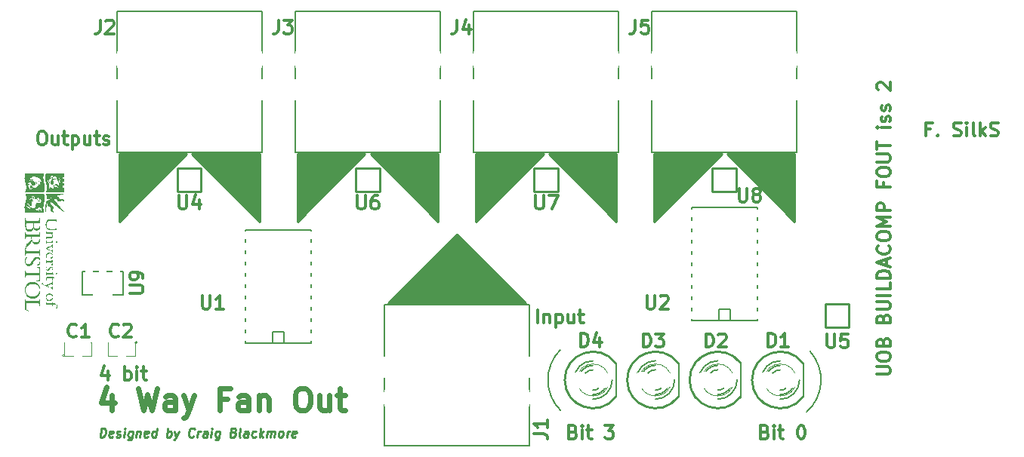
<source format=gto>
G04 (created by PCBNEW (2013-07-07 BZR 4022)-stable) date 18/09/2013 13:21:15*
%MOIN*%
G04 Gerber Fmt 3.4, Leading zero omitted, Abs format*
%FSLAX34Y34*%
G01*
G70*
G90*
G04 APERTURE LIST*
%ADD10C,0.00590551*%
%ADD11C,0.011811*%
%ADD12C,0.00984252*%
%ADD13C,0.0246063*%
%ADD14C,0.00787402*%
%ADD15C,0.008*%
%ADD16C,0.003*%
%ADD17C,0.01*%
%ADD18C,0.006*%
%ADD19C,0.0098*%
%ADD20C,0.005*%
%ADD21C,0.0039*%
%ADD22C,0.0001*%
%ADD23C,0.012*%
%ADD24C,0.0758425*%
%ADD25R,0.0216425X0.0354425*%
%ADD26R,0.0885827X0.0334646*%
%ADD27R,0.0448425X0.0648425*%
%ADD28C,0.246063*%
%ADD29C,0.153543*%
%ADD30C,0.0689425*%
%ADD31C,0.0964567*%
%ADD32R,0.0374425X0.0728425*%
%ADD33R,0.0374425X0.0925425*%
%ADD34R,0.0885425X0.118143*%
G04 APERTURE END LIST*
G54D10*
G54D11*
X45314Y-10165D02*
X45118Y-10165D01*
X45118Y-10475D02*
X45118Y-9884D01*
X45399Y-9884D01*
X45624Y-10419D02*
X45652Y-10447D01*
X45624Y-10475D01*
X45596Y-10447D01*
X45624Y-10419D01*
X45624Y-10475D01*
X46327Y-10447D02*
X46411Y-10475D01*
X46552Y-10475D01*
X46608Y-10447D01*
X46636Y-10419D01*
X46664Y-10362D01*
X46664Y-10306D01*
X46636Y-10250D01*
X46608Y-10222D01*
X46552Y-10194D01*
X46439Y-10165D01*
X46383Y-10137D01*
X46355Y-10109D01*
X46327Y-10053D01*
X46327Y-9997D01*
X46355Y-9940D01*
X46383Y-9912D01*
X46439Y-9884D01*
X46580Y-9884D01*
X46664Y-9912D01*
X46917Y-10475D02*
X46917Y-10081D01*
X46917Y-9884D02*
X46889Y-9912D01*
X46917Y-9940D01*
X46946Y-9912D01*
X46917Y-9884D01*
X46917Y-9940D01*
X47283Y-10475D02*
X47227Y-10447D01*
X47199Y-10390D01*
X47199Y-9884D01*
X47508Y-10475D02*
X47508Y-9884D01*
X47564Y-10250D02*
X47733Y-10475D01*
X47733Y-10081D02*
X47508Y-10306D01*
X47958Y-10447D02*
X48042Y-10475D01*
X48183Y-10475D01*
X48239Y-10447D01*
X48267Y-10419D01*
X48295Y-10362D01*
X48295Y-10306D01*
X48267Y-10250D01*
X48239Y-10222D01*
X48183Y-10194D01*
X48070Y-10165D01*
X48014Y-10137D01*
X47986Y-10109D01*
X47958Y-10053D01*
X47958Y-9997D01*
X47986Y-9940D01*
X48014Y-9912D01*
X48070Y-9884D01*
X48211Y-9884D01*
X48295Y-9912D01*
G54D12*
X8660Y-23781D02*
X8709Y-23387D01*
X8803Y-23387D01*
X8857Y-23406D01*
X8889Y-23443D01*
X8903Y-23481D01*
X8913Y-23556D01*
X8906Y-23612D01*
X8878Y-23687D01*
X8854Y-23725D01*
X8812Y-23762D01*
X8753Y-23781D01*
X8660Y-23781D01*
X9206Y-23762D02*
X9166Y-23781D01*
X9091Y-23781D01*
X9056Y-23762D01*
X9042Y-23725D01*
X9060Y-23575D01*
X9084Y-23537D01*
X9124Y-23518D01*
X9199Y-23518D01*
X9234Y-23537D01*
X9248Y-23575D01*
X9243Y-23612D01*
X9051Y-23650D01*
X9374Y-23762D02*
X9410Y-23781D01*
X9485Y-23781D01*
X9524Y-23762D01*
X9548Y-23725D01*
X9550Y-23706D01*
X9536Y-23668D01*
X9501Y-23650D01*
X9445Y-23650D01*
X9410Y-23631D01*
X9396Y-23593D01*
X9398Y-23575D01*
X9421Y-23537D01*
X9461Y-23518D01*
X9517Y-23518D01*
X9553Y-23537D01*
X9710Y-23781D02*
X9742Y-23518D01*
X9759Y-23387D02*
X9738Y-23406D01*
X9754Y-23425D01*
X9775Y-23406D01*
X9759Y-23387D01*
X9754Y-23425D01*
X10099Y-23518D02*
X10059Y-23837D01*
X10035Y-23875D01*
X10014Y-23893D01*
X9974Y-23912D01*
X9918Y-23912D01*
X9883Y-23893D01*
X10068Y-23762D02*
X10028Y-23781D01*
X9953Y-23781D01*
X9918Y-23762D01*
X9902Y-23743D01*
X9888Y-23706D01*
X9902Y-23593D01*
X9925Y-23556D01*
X9946Y-23537D01*
X9986Y-23518D01*
X10061Y-23518D01*
X10096Y-23537D01*
X10286Y-23518D02*
X10253Y-23781D01*
X10281Y-23556D02*
X10303Y-23537D01*
X10342Y-23518D01*
X10399Y-23518D01*
X10434Y-23537D01*
X10448Y-23575D01*
X10422Y-23781D01*
X10762Y-23762D02*
X10722Y-23781D01*
X10647Y-23781D01*
X10612Y-23762D01*
X10598Y-23725D01*
X10617Y-23575D01*
X10640Y-23537D01*
X10680Y-23518D01*
X10755Y-23518D01*
X10790Y-23537D01*
X10804Y-23575D01*
X10799Y-23612D01*
X10607Y-23650D01*
X11116Y-23781D02*
X11165Y-23387D01*
X11118Y-23762D02*
X11078Y-23781D01*
X11003Y-23781D01*
X10968Y-23762D01*
X10952Y-23743D01*
X10938Y-23706D01*
X10952Y-23593D01*
X10975Y-23556D01*
X10996Y-23537D01*
X11036Y-23518D01*
X11111Y-23518D01*
X11146Y-23537D01*
X11603Y-23781D02*
X11652Y-23387D01*
X11634Y-23537D02*
X11673Y-23518D01*
X11748Y-23518D01*
X11784Y-23537D01*
X11800Y-23556D01*
X11814Y-23593D01*
X11800Y-23706D01*
X11777Y-23743D01*
X11755Y-23762D01*
X11716Y-23781D01*
X11641Y-23781D01*
X11605Y-23762D01*
X11955Y-23518D02*
X12016Y-23781D01*
X12142Y-23518D02*
X12016Y-23781D01*
X11966Y-23875D01*
X11945Y-23893D01*
X11905Y-23912D01*
X12789Y-23743D02*
X12768Y-23762D01*
X12709Y-23781D01*
X12672Y-23781D01*
X12618Y-23762D01*
X12585Y-23725D01*
X12571Y-23687D01*
X12562Y-23612D01*
X12569Y-23556D01*
X12597Y-23481D01*
X12620Y-23443D01*
X12662Y-23406D01*
X12721Y-23387D01*
X12758Y-23387D01*
X12812Y-23406D01*
X12829Y-23425D01*
X12953Y-23781D02*
X12986Y-23518D01*
X12976Y-23593D02*
X13000Y-23556D01*
X13021Y-23537D01*
X13061Y-23518D01*
X13098Y-23518D01*
X13365Y-23781D02*
X13391Y-23575D01*
X13377Y-23537D01*
X13342Y-23518D01*
X13267Y-23518D01*
X13227Y-23537D01*
X13368Y-23762D02*
X13328Y-23781D01*
X13234Y-23781D01*
X13199Y-23762D01*
X13185Y-23725D01*
X13190Y-23687D01*
X13213Y-23650D01*
X13253Y-23631D01*
X13347Y-23631D01*
X13386Y-23612D01*
X13553Y-23781D02*
X13586Y-23518D01*
X13602Y-23387D02*
X13581Y-23406D01*
X13597Y-23425D01*
X13619Y-23406D01*
X13602Y-23387D01*
X13597Y-23425D01*
X13942Y-23518D02*
X13902Y-23837D01*
X13879Y-23875D01*
X13858Y-23893D01*
X13818Y-23912D01*
X13761Y-23912D01*
X13726Y-23893D01*
X13911Y-23762D02*
X13872Y-23781D01*
X13797Y-23781D01*
X13761Y-23762D01*
X13745Y-23743D01*
X13731Y-23706D01*
X13745Y-23593D01*
X13768Y-23556D01*
X13790Y-23537D01*
X13829Y-23518D01*
X13904Y-23518D01*
X13940Y-23537D01*
X14554Y-23575D02*
X14607Y-23593D01*
X14624Y-23612D01*
X14638Y-23650D01*
X14631Y-23706D01*
X14607Y-23743D01*
X14586Y-23762D01*
X14547Y-23781D01*
X14397Y-23781D01*
X14446Y-23387D01*
X14577Y-23387D01*
X14612Y-23406D01*
X14629Y-23425D01*
X14643Y-23462D01*
X14638Y-23500D01*
X14614Y-23537D01*
X14593Y-23556D01*
X14554Y-23575D01*
X14422Y-23575D01*
X14846Y-23781D02*
X14811Y-23762D01*
X14797Y-23725D01*
X14839Y-23387D01*
X15165Y-23781D02*
X15191Y-23575D01*
X15177Y-23537D01*
X15142Y-23518D01*
X15067Y-23518D01*
X15027Y-23537D01*
X15168Y-23762D02*
X15128Y-23781D01*
X15034Y-23781D01*
X14999Y-23762D01*
X14985Y-23725D01*
X14989Y-23687D01*
X15013Y-23650D01*
X15053Y-23631D01*
X15146Y-23631D01*
X15186Y-23612D01*
X15524Y-23762D02*
X15484Y-23781D01*
X15409Y-23781D01*
X15374Y-23762D01*
X15357Y-23743D01*
X15343Y-23706D01*
X15357Y-23593D01*
X15381Y-23556D01*
X15402Y-23537D01*
X15442Y-23518D01*
X15517Y-23518D01*
X15552Y-23537D01*
X15690Y-23781D02*
X15739Y-23387D01*
X15746Y-23631D02*
X15840Y-23781D01*
X15873Y-23518D02*
X15704Y-23668D01*
X16009Y-23781D02*
X16042Y-23518D01*
X16037Y-23556D02*
X16058Y-23537D01*
X16098Y-23518D01*
X16154Y-23518D01*
X16189Y-23537D01*
X16203Y-23575D01*
X16178Y-23781D01*
X16203Y-23575D02*
X16227Y-23537D01*
X16267Y-23518D01*
X16323Y-23518D01*
X16358Y-23537D01*
X16372Y-23575D01*
X16346Y-23781D01*
X16590Y-23781D02*
X16555Y-23762D01*
X16538Y-23743D01*
X16524Y-23706D01*
X16538Y-23593D01*
X16562Y-23556D01*
X16583Y-23537D01*
X16623Y-23518D01*
X16679Y-23518D01*
X16714Y-23537D01*
X16731Y-23556D01*
X16745Y-23593D01*
X16731Y-23706D01*
X16707Y-23743D01*
X16686Y-23762D01*
X16646Y-23781D01*
X16590Y-23781D01*
X16890Y-23781D02*
X16923Y-23518D01*
X16913Y-23593D02*
X16937Y-23556D01*
X16958Y-23537D01*
X16998Y-23518D01*
X17035Y-23518D01*
X17286Y-23762D02*
X17246Y-23781D01*
X17171Y-23781D01*
X17136Y-23762D01*
X17122Y-23725D01*
X17141Y-23575D01*
X17164Y-23537D01*
X17204Y-23518D01*
X17279Y-23518D01*
X17314Y-23537D01*
X17328Y-23575D01*
X17324Y-23612D01*
X17131Y-23650D01*
G54D11*
X6046Y-10278D02*
X6158Y-10278D01*
X6214Y-10306D01*
X6271Y-10362D01*
X6299Y-10475D01*
X6299Y-10672D01*
X6271Y-10784D01*
X6214Y-10840D01*
X6158Y-10868D01*
X6046Y-10868D01*
X5989Y-10840D01*
X5933Y-10784D01*
X5905Y-10672D01*
X5905Y-10475D01*
X5933Y-10362D01*
X5989Y-10306D01*
X6046Y-10278D01*
X6805Y-10475D02*
X6805Y-10868D01*
X6552Y-10475D02*
X6552Y-10784D01*
X6580Y-10840D01*
X6636Y-10868D01*
X6721Y-10868D01*
X6777Y-10840D01*
X6805Y-10812D01*
X7002Y-10475D02*
X7227Y-10475D01*
X7086Y-10278D02*
X7086Y-10784D01*
X7114Y-10840D01*
X7170Y-10868D01*
X7227Y-10868D01*
X7424Y-10475D02*
X7424Y-11065D01*
X7424Y-10503D02*
X7480Y-10475D01*
X7592Y-10475D01*
X7649Y-10503D01*
X7677Y-10531D01*
X7705Y-10587D01*
X7705Y-10756D01*
X7677Y-10812D01*
X7649Y-10840D01*
X7592Y-10868D01*
X7480Y-10868D01*
X7424Y-10840D01*
X8211Y-10475D02*
X8211Y-10868D01*
X7958Y-10475D02*
X7958Y-10784D01*
X7986Y-10840D01*
X8042Y-10868D01*
X8127Y-10868D01*
X8183Y-10840D01*
X8211Y-10812D01*
X8408Y-10475D02*
X8633Y-10475D01*
X8492Y-10278D02*
X8492Y-10784D01*
X8520Y-10840D01*
X8577Y-10868D01*
X8633Y-10868D01*
X8802Y-10840D02*
X8858Y-10868D01*
X8970Y-10868D01*
X9026Y-10840D01*
X9055Y-10784D01*
X9055Y-10756D01*
X9026Y-10700D01*
X8970Y-10672D01*
X8886Y-10672D01*
X8830Y-10643D01*
X8802Y-10587D01*
X8802Y-10559D01*
X8830Y-10503D01*
X8886Y-10475D01*
X8970Y-10475D01*
X9026Y-10503D01*
X27966Y-18742D02*
X27966Y-18152D01*
X28248Y-18349D02*
X28248Y-18742D01*
X28248Y-18405D02*
X28276Y-18377D01*
X28332Y-18349D01*
X28416Y-18349D01*
X28473Y-18377D01*
X28501Y-18433D01*
X28501Y-18742D01*
X28782Y-18349D02*
X28782Y-18939D01*
X28782Y-18377D02*
X28838Y-18349D01*
X28951Y-18349D01*
X29007Y-18377D01*
X29035Y-18405D01*
X29063Y-18461D01*
X29063Y-18630D01*
X29035Y-18686D01*
X29007Y-18714D01*
X28951Y-18742D01*
X28838Y-18742D01*
X28782Y-18714D01*
X29569Y-18349D02*
X29569Y-18742D01*
X29316Y-18349D02*
X29316Y-18658D01*
X29344Y-18714D01*
X29401Y-18742D01*
X29485Y-18742D01*
X29541Y-18714D01*
X29569Y-18686D01*
X29766Y-18349D02*
X29991Y-18349D01*
X29850Y-18152D02*
X29850Y-18658D01*
X29879Y-18714D01*
X29935Y-18742D01*
X29991Y-18742D01*
X42955Y-21006D02*
X43433Y-21006D01*
X43489Y-20978D01*
X43517Y-20950D01*
X43546Y-20894D01*
X43546Y-20781D01*
X43517Y-20725D01*
X43489Y-20697D01*
X43433Y-20669D01*
X42955Y-20669D01*
X42955Y-20275D02*
X42955Y-20163D01*
X42983Y-20106D01*
X43039Y-20050D01*
X43152Y-20022D01*
X43349Y-20022D01*
X43461Y-20050D01*
X43517Y-20106D01*
X43546Y-20163D01*
X43546Y-20275D01*
X43517Y-20331D01*
X43461Y-20388D01*
X43349Y-20416D01*
X43152Y-20416D01*
X43039Y-20388D01*
X42983Y-20331D01*
X42955Y-20275D01*
X43236Y-19572D02*
X43264Y-19488D01*
X43293Y-19460D01*
X43349Y-19431D01*
X43433Y-19431D01*
X43489Y-19460D01*
X43517Y-19488D01*
X43546Y-19544D01*
X43546Y-19769D01*
X42955Y-19769D01*
X42955Y-19572D01*
X42983Y-19516D01*
X43011Y-19488D01*
X43068Y-19460D01*
X43124Y-19460D01*
X43180Y-19488D01*
X43208Y-19516D01*
X43236Y-19572D01*
X43236Y-19769D01*
X43236Y-18532D02*
X43264Y-18447D01*
X43293Y-18419D01*
X43349Y-18391D01*
X43433Y-18391D01*
X43489Y-18419D01*
X43517Y-18447D01*
X43546Y-18503D01*
X43546Y-18728D01*
X42955Y-18728D01*
X42955Y-18532D01*
X42983Y-18475D01*
X43011Y-18447D01*
X43068Y-18419D01*
X43124Y-18419D01*
X43180Y-18447D01*
X43208Y-18475D01*
X43236Y-18532D01*
X43236Y-18728D01*
X42955Y-18138D02*
X43433Y-18138D01*
X43489Y-18110D01*
X43517Y-18082D01*
X43546Y-18025D01*
X43546Y-17913D01*
X43517Y-17857D01*
X43489Y-17829D01*
X43433Y-17800D01*
X42955Y-17800D01*
X43546Y-17519D02*
X42955Y-17519D01*
X43546Y-16957D02*
X43546Y-17238D01*
X42955Y-17238D01*
X43546Y-16760D02*
X42955Y-16760D01*
X42955Y-16619D01*
X42983Y-16535D01*
X43039Y-16479D01*
X43096Y-16451D01*
X43208Y-16422D01*
X43293Y-16422D01*
X43405Y-16451D01*
X43461Y-16479D01*
X43517Y-16535D01*
X43546Y-16619D01*
X43546Y-16760D01*
X43377Y-16197D02*
X43377Y-15916D01*
X43546Y-16254D02*
X42955Y-16057D01*
X43546Y-15860D01*
X43489Y-15326D02*
X43517Y-15354D01*
X43546Y-15438D01*
X43546Y-15494D01*
X43517Y-15579D01*
X43461Y-15635D01*
X43405Y-15663D01*
X43293Y-15691D01*
X43208Y-15691D01*
X43096Y-15663D01*
X43039Y-15635D01*
X42983Y-15579D01*
X42955Y-15494D01*
X42955Y-15438D01*
X42983Y-15354D01*
X43011Y-15326D01*
X42955Y-14960D02*
X42955Y-14848D01*
X42983Y-14791D01*
X43039Y-14735D01*
X43152Y-14707D01*
X43349Y-14707D01*
X43461Y-14735D01*
X43517Y-14791D01*
X43546Y-14848D01*
X43546Y-14960D01*
X43517Y-15016D01*
X43461Y-15073D01*
X43349Y-15101D01*
X43152Y-15101D01*
X43039Y-15073D01*
X42983Y-15016D01*
X42955Y-14960D01*
X43546Y-14454D02*
X42955Y-14454D01*
X43377Y-14257D01*
X42955Y-14060D01*
X43546Y-14060D01*
X43546Y-13779D02*
X42955Y-13779D01*
X42955Y-13554D01*
X42983Y-13498D01*
X43011Y-13470D01*
X43068Y-13442D01*
X43152Y-13442D01*
X43208Y-13470D01*
X43236Y-13498D01*
X43264Y-13554D01*
X43264Y-13779D01*
X43236Y-12542D02*
X43236Y-12739D01*
X43546Y-12739D02*
X42955Y-12739D01*
X42955Y-12457D01*
X42955Y-12120D02*
X42955Y-12007D01*
X42983Y-11951D01*
X43039Y-11895D01*
X43152Y-11867D01*
X43349Y-11867D01*
X43461Y-11895D01*
X43517Y-11951D01*
X43546Y-12007D01*
X43546Y-12120D01*
X43517Y-12176D01*
X43461Y-12232D01*
X43349Y-12260D01*
X43152Y-12260D01*
X43039Y-12232D01*
X42983Y-12176D01*
X42955Y-12120D01*
X42955Y-11614D02*
X43433Y-11614D01*
X43489Y-11586D01*
X43517Y-11557D01*
X43546Y-11501D01*
X43546Y-11389D01*
X43517Y-11332D01*
X43489Y-11304D01*
X43433Y-11276D01*
X42955Y-11276D01*
X42955Y-11079D02*
X42955Y-10742D01*
X43546Y-10911D02*
X42955Y-10911D01*
X43546Y-10095D02*
X43152Y-10095D01*
X42955Y-10095D02*
X42983Y-10123D01*
X43011Y-10095D01*
X42983Y-10067D01*
X42955Y-10095D01*
X43011Y-10095D01*
X43517Y-9842D02*
X43546Y-9786D01*
X43546Y-9673D01*
X43517Y-9617D01*
X43461Y-9589D01*
X43433Y-9589D01*
X43377Y-9617D01*
X43349Y-9673D01*
X43349Y-9758D01*
X43321Y-9814D01*
X43264Y-9842D01*
X43236Y-9842D01*
X43180Y-9814D01*
X43152Y-9758D01*
X43152Y-9673D01*
X43180Y-9617D01*
X43517Y-9364D02*
X43546Y-9308D01*
X43546Y-9195D01*
X43517Y-9139D01*
X43461Y-9111D01*
X43433Y-9111D01*
X43377Y-9139D01*
X43349Y-9195D01*
X43349Y-9280D01*
X43321Y-9336D01*
X43264Y-9364D01*
X43236Y-9364D01*
X43180Y-9336D01*
X43152Y-9280D01*
X43152Y-9195D01*
X43180Y-9139D01*
X43011Y-8436D02*
X42983Y-8408D01*
X42955Y-8352D01*
X42955Y-8211D01*
X42983Y-8155D01*
X43011Y-8127D01*
X43068Y-8098D01*
X43124Y-8098D01*
X43208Y-8127D01*
X43546Y-8464D01*
X43546Y-8098D01*
G54D13*
X9160Y-21946D02*
X9160Y-22603D01*
X8925Y-21571D02*
X8691Y-22275D01*
X9300Y-22275D01*
X10331Y-21618D02*
X10566Y-22603D01*
X10753Y-21900D01*
X10941Y-22603D01*
X11175Y-21618D01*
X11972Y-22603D02*
X11972Y-22087D01*
X11925Y-21993D01*
X11831Y-21946D01*
X11644Y-21946D01*
X11550Y-21993D01*
X11972Y-22556D02*
X11878Y-22603D01*
X11644Y-22603D01*
X11550Y-22556D01*
X11503Y-22462D01*
X11503Y-22368D01*
X11550Y-22275D01*
X11644Y-22228D01*
X11878Y-22228D01*
X11972Y-22181D01*
X12347Y-21946D02*
X12581Y-22603D01*
X12815Y-21946D02*
X12581Y-22603D01*
X12487Y-22837D01*
X12440Y-22884D01*
X12347Y-22931D01*
X14268Y-22087D02*
X13940Y-22087D01*
X13940Y-22603D02*
X13940Y-21618D01*
X14409Y-21618D01*
X15206Y-22603D02*
X15206Y-22087D01*
X15159Y-21993D01*
X15065Y-21946D01*
X14878Y-21946D01*
X14784Y-21993D01*
X15206Y-22556D02*
X15112Y-22603D01*
X14878Y-22603D01*
X14784Y-22556D01*
X14737Y-22462D01*
X14737Y-22368D01*
X14784Y-22275D01*
X14878Y-22228D01*
X15112Y-22228D01*
X15206Y-22181D01*
X15674Y-21946D02*
X15674Y-22603D01*
X15674Y-22040D02*
X15721Y-21993D01*
X15815Y-21946D01*
X15956Y-21946D01*
X16049Y-21993D01*
X16096Y-22087D01*
X16096Y-22603D01*
X17502Y-21618D02*
X17690Y-21618D01*
X17784Y-21665D01*
X17877Y-21759D01*
X17924Y-21946D01*
X17924Y-22275D01*
X17877Y-22462D01*
X17784Y-22556D01*
X17690Y-22603D01*
X17502Y-22603D01*
X17409Y-22556D01*
X17315Y-22462D01*
X17268Y-22275D01*
X17268Y-21946D01*
X17315Y-21759D01*
X17409Y-21665D01*
X17502Y-21618D01*
X18768Y-21946D02*
X18768Y-22603D01*
X18346Y-21946D02*
X18346Y-22462D01*
X18393Y-22556D01*
X18487Y-22603D01*
X18627Y-22603D01*
X18721Y-22556D01*
X18768Y-22509D01*
X19096Y-21946D02*
X19471Y-21946D01*
X19236Y-21618D02*
X19236Y-22462D01*
X19283Y-22556D01*
X19377Y-22603D01*
X19471Y-22603D01*
G54D11*
X8996Y-20868D02*
X8996Y-21262D01*
X8855Y-20643D02*
X8714Y-21065D01*
X9080Y-21065D01*
X9755Y-21262D02*
X9755Y-20672D01*
X9755Y-20897D02*
X9811Y-20868D01*
X9924Y-20868D01*
X9980Y-20897D01*
X10008Y-20925D01*
X10036Y-20981D01*
X10036Y-21150D01*
X10008Y-21206D01*
X9980Y-21234D01*
X9924Y-21262D01*
X9811Y-21262D01*
X9755Y-21234D01*
X10289Y-21262D02*
X10289Y-20868D01*
X10289Y-20672D02*
X10261Y-20700D01*
X10289Y-20728D01*
X10317Y-20700D01*
X10289Y-20672D01*
X10289Y-20728D01*
X10486Y-20868D02*
X10711Y-20868D01*
X10570Y-20672D02*
X10570Y-21178D01*
X10598Y-21234D01*
X10655Y-21262D01*
X10711Y-21262D01*
X38006Y-23551D02*
X38090Y-23579D01*
X38118Y-23607D01*
X38146Y-23664D01*
X38146Y-23748D01*
X38118Y-23804D01*
X38090Y-23832D01*
X38034Y-23861D01*
X37809Y-23861D01*
X37809Y-23270D01*
X38006Y-23270D01*
X38062Y-23298D01*
X38090Y-23326D01*
X38118Y-23383D01*
X38118Y-23439D01*
X38090Y-23495D01*
X38062Y-23523D01*
X38006Y-23551D01*
X37809Y-23551D01*
X38399Y-23861D02*
X38399Y-23467D01*
X38399Y-23270D02*
X38371Y-23298D01*
X38399Y-23326D01*
X38428Y-23298D01*
X38399Y-23270D01*
X38399Y-23326D01*
X38596Y-23467D02*
X38821Y-23467D01*
X38681Y-23270D02*
X38681Y-23776D01*
X38709Y-23832D01*
X38765Y-23861D01*
X38821Y-23861D01*
X39580Y-23270D02*
X39637Y-23270D01*
X39693Y-23298D01*
X39721Y-23326D01*
X39749Y-23383D01*
X39777Y-23495D01*
X39777Y-23636D01*
X39749Y-23748D01*
X39721Y-23804D01*
X39693Y-23832D01*
X39637Y-23861D01*
X39580Y-23861D01*
X39524Y-23832D01*
X39496Y-23804D01*
X39468Y-23748D01*
X39440Y-23636D01*
X39440Y-23495D01*
X39468Y-23383D01*
X39496Y-23326D01*
X39524Y-23298D01*
X39580Y-23270D01*
X29541Y-23551D02*
X29625Y-23579D01*
X29654Y-23607D01*
X29682Y-23664D01*
X29682Y-23748D01*
X29654Y-23804D01*
X29625Y-23832D01*
X29569Y-23861D01*
X29344Y-23861D01*
X29344Y-23270D01*
X29541Y-23270D01*
X29597Y-23298D01*
X29625Y-23326D01*
X29654Y-23383D01*
X29654Y-23439D01*
X29625Y-23495D01*
X29597Y-23523D01*
X29541Y-23551D01*
X29344Y-23551D01*
X29935Y-23861D02*
X29935Y-23467D01*
X29935Y-23270D02*
X29907Y-23298D01*
X29935Y-23326D01*
X29963Y-23298D01*
X29935Y-23270D01*
X29935Y-23326D01*
X30132Y-23467D02*
X30357Y-23467D01*
X30216Y-23270D02*
X30216Y-23776D01*
X30244Y-23832D01*
X30300Y-23861D01*
X30357Y-23861D01*
X30947Y-23270D02*
X31313Y-23270D01*
X31116Y-23495D01*
X31200Y-23495D01*
X31257Y-23523D01*
X31285Y-23551D01*
X31313Y-23607D01*
X31313Y-23748D01*
X31285Y-23804D01*
X31257Y-23832D01*
X31200Y-23861D01*
X31032Y-23861D01*
X30975Y-23832D01*
X30947Y-23804D01*
G54D14*
X39841Y-22677D02*
G75*
G03X40000Y-20000I-1259J1418D01*
G74*
G01*
X28976Y-19921D02*
G75*
G03X28976Y-22598I1338J-1338D01*
G74*
G01*
G54D15*
X39702Y-22009D02*
X39702Y-20509D01*
G54D16*
X39389Y-21259D02*
G75*
G03X39389Y-21259I-707J0D01*
G74*
G01*
G54D17*
X39682Y-20509D02*
G75*
G03X39682Y-22010I-999J-750D01*
G74*
G01*
G54D18*
X38682Y-20809D02*
G75*
G03X38232Y-21259I0J-450D01*
G74*
G01*
X38682Y-21709D02*
G75*
G03X39132Y-21259I0J450D01*
G74*
G01*
X38682Y-20609D02*
G75*
G03X38032Y-21259I0J-650D01*
G74*
G01*
X38682Y-21909D02*
G75*
G03X39332Y-21259I0J650D01*
G74*
G01*
X38682Y-20409D02*
G75*
G03X37832Y-21259I0J-850D01*
G74*
G01*
X38682Y-22109D02*
G75*
G03X39532Y-21259I0J850D01*
G74*
G01*
G54D15*
X36946Y-22009D02*
X36946Y-20509D01*
G54D16*
X36633Y-21259D02*
G75*
G03X36633Y-21259I-707J0D01*
G74*
G01*
G54D17*
X36926Y-20509D02*
G75*
G03X36926Y-22010I-999J-750D01*
G74*
G01*
G54D18*
X35926Y-20809D02*
G75*
G03X35476Y-21259I0J-450D01*
G74*
G01*
X35926Y-21709D02*
G75*
G03X36376Y-21259I0J450D01*
G74*
G01*
X35926Y-20609D02*
G75*
G03X35276Y-21259I0J-650D01*
G74*
G01*
X35926Y-21909D02*
G75*
G03X36576Y-21259I0J650D01*
G74*
G01*
X35926Y-20409D02*
G75*
G03X35076Y-21259I0J-850D01*
G74*
G01*
X35926Y-22109D02*
G75*
G03X36776Y-21259I0J850D01*
G74*
G01*
G54D15*
X34190Y-22009D02*
X34190Y-20509D01*
G54D16*
X33877Y-21259D02*
G75*
G03X33877Y-21259I-707J0D01*
G74*
G01*
G54D17*
X34170Y-20509D02*
G75*
G03X34170Y-22010I-999J-750D01*
G74*
G01*
G54D18*
X33170Y-20809D02*
G75*
G03X32720Y-21259I0J-450D01*
G74*
G01*
X33170Y-21709D02*
G75*
G03X33620Y-21259I0J450D01*
G74*
G01*
X33170Y-20609D02*
G75*
G03X32520Y-21259I0J-650D01*
G74*
G01*
X33170Y-21909D02*
G75*
G03X33820Y-21259I0J650D01*
G74*
G01*
X33170Y-20409D02*
G75*
G03X32320Y-21259I0J-850D01*
G74*
G01*
X33170Y-22109D02*
G75*
G03X34020Y-21259I0J850D01*
G74*
G01*
G54D15*
X31434Y-22009D02*
X31434Y-20509D01*
G54D16*
X31122Y-21259D02*
G75*
G03X31122Y-21259I-707J0D01*
G74*
G01*
G54D17*
X31414Y-20509D02*
G75*
G03X31414Y-22010I-999J-750D01*
G74*
G01*
G54D18*
X30414Y-20809D02*
G75*
G03X29964Y-21259I0J-450D01*
G74*
G01*
X30414Y-21709D02*
G75*
G03X30864Y-21259I0J450D01*
G74*
G01*
X30414Y-20609D02*
G75*
G03X29764Y-21259I0J-650D01*
G74*
G01*
X30414Y-21909D02*
G75*
G03X31064Y-21259I0J650D01*
G74*
G01*
X30414Y-20409D02*
G75*
G03X29564Y-21259I0J-850D01*
G74*
G01*
X30414Y-22109D02*
G75*
G03X31264Y-21259I0J850D01*
G74*
G01*
G54D19*
X41716Y-18929D02*
X41716Y-17894D01*
X41716Y-17894D02*
X40661Y-17894D01*
X40661Y-17894D02*
X40661Y-18921D01*
X40665Y-18937D02*
X41716Y-18937D01*
X12063Y-11897D02*
X12063Y-12932D01*
X12063Y-12932D02*
X13118Y-12932D01*
X13118Y-12932D02*
X13118Y-11905D01*
X13114Y-11889D02*
X12063Y-11889D01*
X19937Y-11897D02*
X19937Y-12932D01*
X19937Y-12932D02*
X20992Y-12932D01*
X20992Y-12932D02*
X20992Y-11905D01*
X20988Y-11889D02*
X19937Y-11889D01*
X27811Y-11897D02*
X27811Y-12932D01*
X27811Y-12932D02*
X28866Y-12932D01*
X28866Y-12932D02*
X28866Y-11905D01*
X28862Y-11889D02*
X27811Y-11889D01*
X35685Y-11897D02*
X35685Y-12932D01*
X35685Y-12932D02*
X36740Y-12932D01*
X36740Y-12932D02*
X36740Y-11905D01*
X36736Y-11889D02*
X35685Y-11889D01*
G54D20*
X17985Y-14625D02*
X15085Y-14625D01*
X15085Y-19625D02*
X17985Y-19625D01*
X17985Y-14625D02*
X17985Y-19625D01*
X15085Y-19625D02*
X15085Y-14625D01*
X16285Y-19625D02*
X16285Y-19125D01*
X16285Y-19125D02*
X16785Y-19125D01*
X16785Y-19125D02*
X16785Y-19625D01*
X37670Y-13641D02*
X34770Y-13641D01*
X34770Y-18641D02*
X37670Y-18641D01*
X37670Y-13641D02*
X37670Y-18641D01*
X34770Y-18641D02*
X34770Y-13641D01*
X35970Y-18641D02*
X35970Y-18141D01*
X35970Y-18141D02*
X36470Y-18141D01*
X36470Y-18141D02*
X36470Y-18641D01*
G54D21*
X7077Y-20181D02*
G75*
G03X7077Y-20181I-50J0D01*
G74*
G01*
X7477Y-20181D02*
X7077Y-20181D01*
X7077Y-20181D02*
X7077Y-19581D01*
X7077Y-19581D02*
X7477Y-19581D01*
X7877Y-19581D02*
X8277Y-19581D01*
X8277Y-19581D02*
X8277Y-20181D01*
X8277Y-20181D02*
X7877Y-20181D01*
X10306Y-19581D02*
G75*
G03X10306Y-19581I-50J0D01*
G74*
G01*
X9806Y-19581D02*
X10206Y-19581D01*
X10206Y-19581D02*
X10206Y-20181D01*
X10206Y-20181D02*
X9806Y-20181D01*
X9406Y-20181D02*
X9006Y-20181D01*
X9006Y-20181D02*
X9006Y-19581D01*
X9006Y-19581D02*
X9406Y-19581D01*
G54D10*
X23673Y-11192D02*
X17271Y-11192D01*
X17271Y-11192D02*
X17271Y-4980D01*
X17271Y-4980D02*
X23673Y-4980D01*
X23673Y-4980D02*
X23673Y-11192D01*
X21208Y-17940D02*
X27610Y-17940D01*
X27610Y-17940D02*
X27610Y-24153D01*
X27610Y-24153D02*
X21208Y-24153D01*
X21208Y-24153D02*
X21208Y-17940D01*
X15799Y-11192D02*
X9397Y-11192D01*
X9397Y-11192D02*
X9397Y-4980D01*
X9397Y-4980D02*
X15799Y-4980D01*
X15799Y-4980D02*
X15799Y-11192D01*
X39421Y-11192D02*
X33019Y-11192D01*
X33019Y-11192D02*
X33019Y-4980D01*
X33019Y-4980D02*
X39421Y-4980D01*
X39421Y-4980D02*
X39421Y-11192D01*
X31547Y-11192D02*
X25145Y-11192D01*
X25145Y-11192D02*
X25145Y-4980D01*
X25145Y-4980D02*
X31547Y-4980D01*
X31547Y-4980D02*
X31547Y-11192D01*
G54D20*
X8289Y-15983D02*
X8089Y-15983D01*
X8089Y-15983D02*
X8089Y-16453D01*
X8289Y-15983D02*
X8289Y-16453D01*
X8879Y-15983D02*
X8879Y-16453D01*
X8679Y-15983D02*
X8679Y-16453D01*
X8879Y-15983D02*
X8679Y-15983D01*
X9469Y-15983D02*
X9269Y-15983D01*
X9269Y-15983D02*
X9269Y-16453D01*
X9469Y-15983D02*
X9469Y-16453D01*
X9134Y-17678D02*
X8424Y-17678D01*
X8424Y-17678D02*
X8424Y-17483D01*
X9134Y-17678D02*
X9134Y-17483D01*
X9684Y-16453D02*
X9684Y-17483D01*
X9684Y-17483D02*
X7874Y-17483D01*
X7874Y-17483D02*
X7874Y-16453D01*
X7874Y-16453D02*
X9684Y-16453D01*
G54D22*
G36*
X7086Y-12125D02*
X7086Y-12140D01*
X7071Y-12140D01*
X7071Y-12125D01*
X7086Y-12125D01*
X7086Y-12125D01*
G37*
G36*
X7086Y-12140D02*
X7086Y-12155D01*
X7071Y-12155D01*
X7071Y-12140D01*
X7086Y-12140D01*
X7086Y-12140D01*
G37*
G36*
X7086Y-12155D02*
X7086Y-12170D01*
X7071Y-12170D01*
X7071Y-12155D01*
X7086Y-12155D01*
X7086Y-12155D01*
G37*
G36*
X7086Y-12170D02*
X7086Y-12185D01*
X7071Y-12185D01*
X7071Y-12170D01*
X7086Y-12170D01*
X7086Y-12170D01*
G37*
G36*
X7086Y-12185D02*
X7086Y-12200D01*
X7071Y-12200D01*
X7071Y-12185D01*
X7086Y-12185D01*
X7086Y-12185D01*
G37*
G36*
X7086Y-12200D02*
X7086Y-12215D01*
X7071Y-12215D01*
X7071Y-12200D01*
X7086Y-12200D01*
X7086Y-12200D01*
G37*
G36*
X7086Y-12215D02*
X7086Y-12230D01*
X7071Y-12230D01*
X7071Y-12215D01*
X7086Y-12215D01*
X7086Y-12215D01*
G37*
G36*
X7086Y-12230D02*
X7086Y-12245D01*
X7071Y-12245D01*
X7071Y-12230D01*
X7086Y-12230D01*
X7086Y-12230D01*
G37*
G36*
X7086Y-12245D02*
X7086Y-12260D01*
X7071Y-12260D01*
X7071Y-12245D01*
X7086Y-12245D01*
X7086Y-12245D01*
G37*
G36*
X7086Y-12260D02*
X7086Y-12275D01*
X7071Y-12275D01*
X7071Y-12260D01*
X7086Y-12260D01*
X7086Y-12260D01*
G37*
G36*
X7086Y-12275D02*
X7086Y-12290D01*
X7071Y-12290D01*
X7071Y-12275D01*
X7086Y-12275D01*
X7086Y-12275D01*
G37*
G36*
X7086Y-12380D02*
X7086Y-12395D01*
X7071Y-12395D01*
X7071Y-12380D01*
X7086Y-12380D01*
X7086Y-12380D01*
G37*
G36*
X7086Y-12395D02*
X7086Y-12410D01*
X7071Y-12410D01*
X7071Y-12395D01*
X7086Y-12395D01*
X7086Y-12395D01*
G37*
G36*
X7086Y-12410D02*
X7086Y-12425D01*
X7071Y-12425D01*
X7071Y-12410D01*
X7086Y-12410D01*
X7086Y-12410D01*
G37*
G36*
X7086Y-12425D02*
X7086Y-12440D01*
X7071Y-12440D01*
X7071Y-12425D01*
X7086Y-12425D01*
X7086Y-12425D01*
G37*
G36*
X7086Y-12440D02*
X7086Y-12455D01*
X7071Y-12455D01*
X7071Y-12440D01*
X7086Y-12440D01*
X7086Y-12440D01*
G37*
G36*
X7086Y-12455D02*
X7086Y-12470D01*
X7071Y-12470D01*
X7071Y-12455D01*
X7086Y-12455D01*
X7086Y-12455D01*
G37*
G36*
X7086Y-12470D02*
X7086Y-12485D01*
X7071Y-12485D01*
X7071Y-12470D01*
X7086Y-12470D01*
X7086Y-12470D01*
G37*
G36*
X7086Y-12575D02*
X7086Y-12590D01*
X7071Y-12590D01*
X7071Y-12575D01*
X7086Y-12575D01*
X7086Y-12575D01*
G37*
G36*
X7086Y-12590D02*
X7086Y-12605D01*
X7071Y-12605D01*
X7071Y-12590D01*
X7086Y-12590D01*
X7086Y-12590D01*
G37*
G36*
X7086Y-12605D02*
X7086Y-12620D01*
X7071Y-12620D01*
X7071Y-12605D01*
X7086Y-12605D01*
X7086Y-12605D01*
G37*
G36*
X7086Y-12620D02*
X7086Y-12635D01*
X7071Y-12635D01*
X7071Y-12620D01*
X7086Y-12620D01*
X7086Y-12620D01*
G37*
G36*
X7086Y-12635D02*
X7086Y-12650D01*
X7071Y-12650D01*
X7071Y-12635D01*
X7086Y-12635D01*
X7086Y-12635D01*
G37*
G36*
X7086Y-12650D02*
X7086Y-12665D01*
X7071Y-12665D01*
X7071Y-12650D01*
X7086Y-12650D01*
X7086Y-12650D01*
G37*
G36*
X7086Y-12665D02*
X7086Y-12680D01*
X7071Y-12680D01*
X7071Y-12665D01*
X7086Y-12665D01*
X7086Y-12665D01*
G37*
G36*
X7086Y-12770D02*
X7086Y-12785D01*
X7071Y-12785D01*
X7071Y-12770D01*
X7086Y-12770D01*
X7086Y-12770D01*
G37*
G36*
X7086Y-12785D02*
X7086Y-12800D01*
X7071Y-12800D01*
X7071Y-12785D01*
X7086Y-12785D01*
X7086Y-12785D01*
G37*
G36*
X7086Y-12800D02*
X7086Y-12815D01*
X7071Y-12815D01*
X7071Y-12800D01*
X7086Y-12800D01*
X7086Y-12800D01*
G37*
G36*
X7086Y-12815D02*
X7086Y-12830D01*
X7071Y-12830D01*
X7071Y-12815D01*
X7086Y-12815D01*
X7086Y-12815D01*
G37*
G36*
X7086Y-12830D02*
X7086Y-12845D01*
X7071Y-12845D01*
X7071Y-12830D01*
X7086Y-12830D01*
X7086Y-12830D01*
G37*
G36*
X7086Y-12845D02*
X7086Y-12860D01*
X7071Y-12860D01*
X7071Y-12845D01*
X7086Y-12845D01*
X7086Y-12845D01*
G37*
G36*
X7086Y-12860D02*
X7086Y-12875D01*
X7071Y-12875D01*
X7071Y-12860D01*
X7086Y-12860D01*
X7086Y-12860D01*
G37*
G36*
X7086Y-12875D02*
X7086Y-12890D01*
X7071Y-12890D01*
X7071Y-12875D01*
X7086Y-12875D01*
X7086Y-12875D01*
G37*
G36*
X7086Y-12890D02*
X7086Y-12905D01*
X7071Y-12905D01*
X7071Y-12890D01*
X7086Y-12890D01*
X7086Y-12890D01*
G37*
G36*
X7086Y-12905D02*
X7086Y-12920D01*
X7071Y-12920D01*
X7071Y-12905D01*
X7086Y-12905D01*
X7086Y-12905D01*
G37*
G36*
X7086Y-12920D02*
X7086Y-12935D01*
X7071Y-12935D01*
X7071Y-12920D01*
X7086Y-12920D01*
X7086Y-12920D01*
G37*
G36*
X7086Y-12935D02*
X7086Y-12950D01*
X7071Y-12950D01*
X7071Y-12935D01*
X7086Y-12935D01*
X7086Y-12935D01*
G37*
G36*
X7086Y-13025D02*
X7086Y-13040D01*
X7071Y-13040D01*
X7071Y-13025D01*
X7086Y-13025D01*
X7086Y-13025D01*
G37*
G36*
X7086Y-13355D02*
X7086Y-13370D01*
X7071Y-13370D01*
X7071Y-13355D01*
X7086Y-13355D01*
X7086Y-13355D01*
G37*
G36*
X7086Y-13370D02*
X7086Y-13385D01*
X7071Y-13385D01*
X7071Y-13370D01*
X7086Y-13370D01*
X7086Y-13370D01*
G37*
G36*
X7086Y-13385D02*
X7086Y-13400D01*
X7071Y-13400D01*
X7071Y-13385D01*
X7086Y-13385D01*
X7086Y-13385D01*
G37*
G36*
X7071Y-12125D02*
X7071Y-12140D01*
X7056Y-12140D01*
X7056Y-12125D01*
X7071Y-12125D01*
X7071Y-12125D01*
G37*
G36*
X7071Y-12140D02*
X7071Y-12155D01*
X7056Y-12155D01*
X7056Y-12140D01*
X7071Y-12140D01*
X7071Y-12140D01*
G37*
G36*
X7071Y-12155D02*
X7071Y-12170D01*
X7056Y-12170D01*
X7056Y-12155D01*
X7071Y-12155D01*
X7071Y-12155D01*
G37*
G36*
X7071Y-12170D02*
X7071Y-12185D01*
X7056Y-12185D01*
X7056Y-12170D01*
X7071Y-12170D01*
X7071Y-12170D01*
G37*
G36*
X7071Y-12185D02*
X7071Y-12200D01*
X7056Y-12200D01*
X7056Y-12185D01*
X7071Y-12185D01*
X7071Y-12185D01*
G37*
G36*
X7071Y-12200D02*
X7071Y-12215D01*
X7056Y-12215D01*
X7056Y-12200D01*
X7071Y-12200D01*
X7071Y-12200D01*
G37*
G36*
X7071Y-12215D02*
X7071Y-12230D01*
X7056Y-12230D01*
X7056Y-12215D01*
X7071Y-12215D01*
X7071Y-12215D01*
G37*
G36*
X7071Y-12230D02*
X7071Y-12245D01*
X7056Y-12245D01*
X7056Y-12230D01*
X7071Y-12230D01*
X7071Y-12230D01*
G37*
G36*
X7071Y-12245D02*
X7071Y-12260D01*
X7056Y-12260D01*
X7056Y-12245D01*
X7071Y-12245D01*
X7071Y-12245D01*
G37*
G36*
X7071Y-12260D02*
X7071Y-12275D01*
X7056Y-12275D01*
X7056Y-12260D01*
X7071Y-12260D01*
X7071Y-12260D01*
G37*
G36*
X7071Y-12275D02*
X7071Y-12290D01*
X7056Y-12290D01*
X7056Y-12275D01*
X7071Y-12275D01*
X7071Y-12275D01*
G37*
G36*
X7071Y-12380D02*
X7071Y-12395D01*
X7056Y-12395D01*
X7056Y-12380D01*
X7071Y-12380D01*
X7071Y-12380D01*
G37*
G36*
X7071Y-12395D02*
X7071Y-12410D01*
X7056Y-12410D01*
X7056Y-12395D01*
X7071Y-12395D01*
X7071Y-12395D01*
G37*
G36*
X7071Y-12410D02*
X7071Y-12425D01*
X7056Y-12425D01*
X7056Y-12410D01*
X7071Y-12410D01*
X7071Y-12410D01*
G37*
G36*
X7071Y-12425D02*
X7071Y-12440D01*
X7056Y-12440D01*
X7056Y-12425D01*
X7071Y-12425D01*
X7071Y-12425D01*
G37*
G36*
X7071Y-12440D02*
X7071Y-12455D01*
X7056Y-12455D01*
X7056Y-12440D01*
X7071Y-12440D01*
X7071Y-12440D01*
G37*
G36*
X7071Y-12455D02*
X7071Y-12470D01*
X7056Y-12470D01*
X7056Y-12455D01*
X7071Y-12455D01*
X7071Y-12455D01*
G37*
G36*
X7071Y-12470D02*
X7071Y-12485D01*
X7056Y-12485D01*
X7056Y-12470D01*
X7071Y-12470D01*
X7071Y-12470D01*
G37*
G36*
X7071Y-12575D02*
X7071Y-12590D01*
X7056Y-12590D01*
X7056Y-12575D01*
X7071Y-12575D01*
X7071Y-12575D01*
G37*
G36*
X7071Y-12590D02*
X7071Y-12605D01*
X7056Y-12605D01*
X7056Y-12590D01*
X7071Y-12590D01*
X7071Y-12590D01*
G37*
G36*
X7071Y-12605D02*
X7071Y-12620D01*
X7056Y-12620D01*
X7056Y-12605D01*
X7071Y-12605D01*
X7071Y-12605D01*
G37*
G36*
X7071Y-12620D02*
X7071Y-12635D01*
X7056Y-12635D01*
X7056Y-12620D01*
X7071Y-12620D01*
X7071Y-12620D01*
G37*
G36*
X7071Y-12635D02*
X7071Y-12650D01*
X7056Y-12650D01*
X7056Y-12635D01*
X7071Y-12635D01*
X7071Y-12635D01*
G37*
G36*
X7071Y-12650D02*
X7071Y-12665D01*
X7056Y-12665D01*
X7056Y-12650D01*
X7071Y-12650D01*
X7071Y-12650D01*
G37*
G36*
X7071Y-12665D02*
X7071Y-12680D01*
X7056Y-12680D01*
X7056Y-12665D01*
X7071Y-12665D01*
X7071Y-12665D01*
G37*
G36*
X7071Y-12770D02*
X7071Y-12785D01*
X7056Y-12785D01*
X7056Y-12770D01*
X7071Y-12770D01*
X7071Y-12770D01*
G37*
G36*
X7071Y-12785D02*
X7071Y-12800D01*
X7056Y-12800D01*
X7056Y-12785D01*
X7071Y-12785D01*
X7071Y-12785D01*
G37*
G36*
X7071Y-12800D02*
X7071Y-12815D01*
X7056Y-12815D01*
X7056Y-12800D01*
X7071Y-12800D01*
X7071Y-12800D01*
G37*
G36*
X7071Y-12815D02*
X7071Y-12830D01*
X7056Y-12830D01*
X7056Y-12815D01*
X7071Y-12815D01*
X7071Y-12815D01*
G37*
G36*
X7071Y-12830D02*
X7071Y-12845D01*
X7056Y-12845D01*
X7056Y-12830D01*
X7071Y-12830D01*
X7071Y-12830D01*
G37*
G36*
X7071Y-12845D02*
X7071Y-12860D01*
X7056Y-12860D01*
X7056Y-12845D01*
X7071Y-12845D01*
X7071Y-12845D01*
G37*
G36*
X7071Y-12860D02*
X7071Y-12875D01*
X7056Y-12875D01*
X7056Y-12860D01*
X7071Y-12860D01*
X7071Y-12860D01*
G37*
G36*
X7071Y-12875D02*
X7071Y-12890D01*
X7056Y-12890D01*
X7056Y-12875D01*
X7071Y-12875D01*
X7071Y-12875D01*
G37*
G36*
X7071Y-12890D02*
X7071Y-12905D01*
X7056Y-12905D01*
X7056Y-12890D01*
X7071Y-12890D01*
X7071Y-12890D01*
G37*
G36*
X7071Y-12905D02*
X7071Y-12920D01*
X7056Y-12920D01*
X7056Y-12905D01*
X7071Y-12905D01*
X7071Y-12905D01*
G37*
G36*
X7071Y-12920D02*
X7071Y-12935D01*
X7056Y-12935D01*
X7056Y-12920D01*
X7071Y-12920D01*
X7071Y-12920D01*
G37*
G36*
X7071Y-12935D02*
X7071Y-12950D01*
X7056Y-12950D01*
X7056Y-12935D01*
X7071Y-12935D01*
X7071Y-12935D01*
G37*
G36*
X7071Y-13025D02*
X7071Y-13040D01*
X7056Y-13040D01*
X7056Y-13025D01*
X7071Y-13025D01*
X7071Y-13025D01*
G37*
G36*
X7071Y-13325D02*
X7071Y-13340D01*
X7056Y-13340D01*
X7056Y-13325D01*
X7071Y-13325D01*
X7071Y-13325D01*
G37*
G36*
X7071Y-13340D02*
X7071Y-13355D01*
X7056Y-13355D01*
X7056Y-13340D01*
X7071Y-13340D01*
X7071Y-13340D01*
G37*
G36*
X7071Y-13355D02*
X7071Y-13370D01*
X7056Y-13370D01*
X7056Y-13355D01*
X7071Y-13355D01*
X7071Y-13355D01*
G37*
G36*
X7071Y-13370D02*
X7071Y-13385D01*
X7056Y-13385D01*
X7056Y-13370D01*
X7071Y-13370D01*
X7071Y-13370D01*
G37*
G36*
X7071Y-13820D02*
X7071Y-13835D01*
X7056Y-13835D01*
X7056Y-13820D01*
X7071Y-13820D01*
X7071Y-13820D01*
G37*
G36*
X7056Y-12125D02*
X7056Y-12140D01*
X7041Y-12140D01*
X7041Y-12125D01*
X7056Y-12125D01*
X7056Y-12125D01*
G37*
G36*
X7056Y-12140D02*
X7056Y-12155D01*
X7041Y-12155D01*
X7041Y-12140D01*
X7056Y-12140D01*
X7056Y-12140D01*
G37*
G36*
X7056Y-12155D02*
X7056Y-12170D01*
X7041Y-12170D01*
X7041Y-12155D01*
X7056Y-12155D01*
X7056Y-12155D01*
G37*
G36*
X7056Y-12170D02*
X7056Y-12185D01*
X7041Y-12185D01*
X7041Y-12170D01*
X7056Y-12170D01*
X7056Y-12170D01*
G37*
G36*
X7056Y-12185D02*
X7056Y-12200D01*
X7041Y-12200D01*
X7041Y-12185D01*
X7056Y-12185D01*
X7056Y-12185D01*
G37*
G36*
X7056Y-12200D02*
X7056Y-12215D01*
X7041Y-12215D01*
X7041Y-12200D01*
X7056Y-12200D01*
X7056Y-12200D01*
G37*
G36*
X7056Y-12215D02*
X7056Y-12230D01*
X7041Y-12230D01*
X7041Y-12215D01*
X7056Y-12215D01*
X7056Y-12215D01*
G37*
G36*
X7056Y-12230D02*
X7056Y-12245D01*
X7041Y-12245D01*
X7041Y-12230D01*
X7056Y-12230D01*
X7056Y-12230D01*
G37*
G36*
X7056Y-12245D02*
X7056Y-12260D01*
X7041Y-12260D01*
X7041Y-12245D01*
X7056Y-12245D01*
X7056Y-12245D01*
G37*
G36*
X7056Y-12260D02*
X7056Y-12275D01*
X7041Y-12275D01*
X7041Y-12260D01*
X7056Y-12260D01*
X7056Y-12260D01*
G37*
G36*
X7056Y-12275D02*
X7056Y-12290D01*
X7041Y-12290D01*
X7041Y-12275D01*
X7056Y-12275D01*
X7056Y-12275D01*
G37*
G36*
X7056Y-12380D02*
X7056Y-12395D01*
X7041Y-12395D01*
X7041Y-12380D01*
X7056Y-12380D01*
X7056Y-12380D01*
G37*
G36*
X7056Y-12395D02*
X7056Y-12410D01*
X7041Y-12410D01*
X7041Y-12395D01*
X7056Y-12395D01*
X7056Y-12395D01*
G37*
G36*
X7056Y-12410D02*
X7056Y-12425D01*
X7041Y-12425D01*
X7041Y-12410D01*
X7056Y-12410D01*
X7056Y-12410D01*
G37*
G36*
X7056Y-12425D02*
X7056Y-12440D01*
X7041Y-12440D01*
X7041Y-12425D01*
X7056Y-12425D01*
X7056Y-12425D01*
G37*
G36*
X7056Y-12440D02*
X7056Y-12455D01*
X7041Y-12455D01*
X7041Y-12440D01*
X7056Y-12440D01*
X7056Y-12440D01*
G37*
G36*
X7056Y-12455D02*
X7056Y-12470D01*
X7041Y-12470D01*
X7041Y-12455D01*
X7056Y-12455D01*
X7056Y-12455D01*
G37*
G36*
X7056Y-12470D02*
X7056Y-12485D01*
X7041Y-12485D01*
X7041Y-12470D01*
X7056Y-12470D01*
X7056Y-12470D01*
G37*
G36*
X7056Y-12575D02*
X7056Y-12590D01*
X7041Y-12590D01*
X7041Y-12575D01*
X7056Y-12575D01*
X7056Y-12575D01*
G37*
G36*
X7056Y-12590D02*
X7056Y-12605D01*
X7041Y-12605D01*
X7041Y-12590D01*
X7056Y-12590D01*
X7056Y-12590D01*
G37*
G36*
X7056Y-12605D02*
X7056Y-12620D01*
X7041Y-12620D01*
X7041Y-12605D01*
X7056Y-12605D01*
X7056Y-12605D01*
G37*
G36*
X7056Y-12620D02*
X7056Y-12635D01*
X7041Y-12635D01*
X7041Y-12620D01*
X7056Y-12620D01*
X7056Y-12620D01*
G37*
G36*
X7056Y-12635D02*
X7056Y-12650D01*
X7041Y-12650D01*
X7041Y-12635D01*
X7056Y-12635D01*
X7056Y-12635D01*
G37*
G36*
X7056Y-12650D02*
X7056Y-12665D01*
X7041Y-12665D01*
X7041Y-12650D01*
X7056Y-12650D01*
X7056Y-12650D01*
G37*
G36*
X7056Y-12665D02*
X7056Y-12680D01*
X7041Y-12680D01*
X7041Y-12665D01*
X7056Y-12665D01*
X7056Y-12665D01*
G37*
G36*
X7056Y-12770D02*
X7056Y-12785D01*
X7041Y-12785D01*
X7041Y-12770D01*
X7056Y-12770D01*
X7056Y-12770D01*
G37*
G36*
X7056Y-12785D02*
X7056Y-12800D01*
X7041Y-12800D01*
X7041Y-12785D01*
X7056Y-12785D01*
X7056Y-12785D01*
G37*
G36*
X7056Y-12800D02*
X7056Y-12815D01*
X7041Y-12815D01*
X7041Y-12800D01*
X7056Y-12800D01*
X7056Y-12800D01*
G37*
G36*
X7056Y-12815D02*
X7056Y-12830D01*
X7041Y-12830D01*
X7041Y-12815D01*
X7056Y-12815D01*
X7056Y-12815D01*
G37*
G36*
X7056Y-12830D02*
X7056Y-12845D01*
X7041Y-12845D01*
X7041Y-12830D01*
X7056Y-12830D01*
X7056Y-12830D01*
G37*
G36*
X7056Y-12845D02*
X7056Y-12860D01*
X7041Y-12860D01*
X7041Y-12845D01*
X7056Y-12845D01*
X7056Y-12845D01*
G37*
G36*
X7056Y-12860D02*
X7056Y-12875D01*
X7041Y-12875D01*
X7041Y-12860D01*
X7056Y-12860D01*
X7056Y-12860D01*
G37*
G36*
X7056Y-12875D02*
X7056Y-12890D01*
X7041Y-12890D01*
X7041Y-12875D01*
X7056Y-12875D01*
X7056Y-12875D01*
G37*
G36*
X7056Y-12890D02*
X7056Y-12905D01*
X7041Y-12905D01*
X7041Y-12890D01*
X7056Y-12890D01*
X7056Y-12890D01*
G37*
G36*
X7056Y-12905D02*
X7056Y-12920D01*
X7041Y-12920D01*
X7041Y-12905D01*
X7056Y-12905D01*
X7056Y-12905D01*
G37*
G36*
X7056Y-12920D02*
X7056Y-12935D01*
X7041Y-12935D01*
X7041Y-12920D01*
X7056Y-12920D01*
X7056Y-12920D01*
G37*
G36*
X7056Y-12935D02*
X7056Y-12950D01*
X7041Y-12950D01*
X7041Y-12935D01*
X7056Y-12935D01*
X7056Y-12935D01*
G37*
G36*
X7056Y-13025D02*
X7056Y-13040D01*
X7041Y-13040D01*
X7041Y-13025D01*
X7056Y-13025D01*
X7056Y-13025D01*
G37*
G36*
X7056Y-13295D02*
X7056Y-13310D01*
X7041Y-13310D01*
X7041Y-13295D01*
X7056Y-13295D01*
X7056Y-13295D01*
G37*
G36*
X7056Y-13310D02*
X7056Y-13325D01*
X7041Y-13325D01*
X7041Y-13310D01*
X7056Y-13310D01*
X7056Y-13310D01*
G37*
G36*
X7056Y-13325D02*
X7056Y-13340D01*
X7041Y-13340D01*
X7041Y-13325D01*
X7056Y-13325D01*
X7056Y-13325D01*
G37*
G36*
X7056Y-13340D02*
X7056Y-13355D01*
X7041Y-13355D01*
X7041Y-13340D01*
X7056Y-13340D01*
X7056Y-13340D01*
G37*
G36*
X7056Y-13355D02*
X7056Y-13370D01*
X7041Y-13370D01*
X7041Y-13355D01*
X7056Y-13355D01*
X7056Y-13355D01*
G37*
G36*
X7056Y-13805D02*
X7056Y-13820D01*
X7041Y-13820D01*
X7041Y-13805D01*
X7056Y-13805D01*
X7056Y-13805D01*
G37*
G36*
X7056Y-13820D02*
X7056Y-13835D01*
X7041Y-13835D01*
X7041Y-13820D01*
X7056Y-13820D01*
X7056Y-13820D01*
G37*
G36*
X7041Y-12125D02*
X7041Y-12140D01*
X7026Y-12140D01*
X7026Y-12125D01*
X7041Y-12125D01*
X7041Y-12125D01*
G37*
G36*
X7041Y-12140D02*
X7041Y-12155D01*
X7026Y-12155D01*
X7026Y-12140D01*
X7041Y-12140D01*
X7041Y-12140D01*
G37*
G36*
X7041Y-12155D02*
X7041Y-12170D01*
X7026Y-12170D01*
X7026Y-12155D01*
X7041Y-12155D01*
X7041Y-12155D01*
G37*
G36*
X7041Y-12170D02*
X7041Y-12185D01*
X7026Y-12185D01*
X7026Y-12170D01*
X7041Y-12170D01*
X7041Y-12170D01*
G37*
G36*
X7041Y-12185D02*
X7041Y-12200D01*
X7026Y-12200D01*
X7026Y-12185D01*
X7041Y-12185D01*
X7041Y-12185D01*
G37*
G36*
X7041Y-12200D02*
X7041Y-12215D01*
X7026Y-12215D01*
X7026Y-12200D01*
X7041Y-12200D01*
X7041Y-12200D01*
G37*
G36*
X7041Y-12215D02*
X7041Y-12230D01*
X7026Y-12230D01*
X7026Y-12215D01*
X7041Y-12215D01*
X7041Y-12215D01*
G37*
G36*
X7041Y-12230D02*
X7041Y-12245D01*
X7026Y-12245D01*
X7026Y-12230D01*
X7041Y-12230D01*
X7041Y-12230D01*
G37*
G36*
X7041Y-12245D02*
X7041Y-12260D01*
X7026Y-12260D01*
X7026Y-12245D01*
X7041Y-12245D01*
X7041Y-12245D01*
G37*
G36*
X7041Y-12260D02*
X7041Y-12275D01*
X7026Y-12275D01*
X7026Y-12260D01*
X7041Y-12260D01*
X7041Y-12260D01*
G37*
G36*
X7041Y-12275D02*
X7041Y-12290D01*
X7026Y-12290D01*
X7026Y-12275D01*
X7041Y-12275D01*
X7041Y-12275D01*
G37*
G36*
X7041Y-12380D02*
X7041Y-12395D01*
X7026Y-12395D01*
X7026Y-12380D01*
X7041Y-12380D01*
X7041Y-12380D01*
G37*
G36*
X7041Y-12395D02*
X7041Y-12410D01*
X7026Y-12410D01*
X7026Y-12395D01*
X7041Y-12395D01*
X7041Y-12395D01*
G37*
G36*
X7041Y-12410D02*
X7041Y-12425D01*
X7026Y-12425D01*
X7026Y-12410D01*
X7041Y-12410D01*
X7041Y-12410D01*
G37*
G36*
X7041Y-12425D02*
X7041Y-12440D01*
X7026Y-12440D01*
X7026Y-12425D01*
X7041Y-12425D01*
X7041Y-12425D01*
G37*
G36*
X7041Y-12440D02*
X7041Y-12455D01*
X7026Y-12455D01*
X7026Y-12440D01*
X7041Y-12440D01*
X7041Y-12440D01*
G37*
G36*
X7041Y-12455D02*
X7041Y-12470D01*
X7026Y-12470D01*
X7026Y-12455D01*
X7041Y-12455D01*
X7041Y-12455D01*
G37*
G36*
X7041Y-12470D02*
X7041Y-12485D01*
X7026Y-12485D01*
X7026Y-12470D01*
X7041Y-12470D01*
X7041Y-12470D01*
G37*
G36*
X7041Y-12575D02*
X7041Y-12590D01*
X7026Y-12590D01*
X7026Y-12575D01*
X7041Y-12575D01*
X7041Y-12575D01*
G37*
G36*
X7041Y-12590D02*
X7041Y-12605D01*
X7026Y-12605D01*
X7026Y-12590D01*
X7041Y-12590D01*
X7041Y-12590D01*
G37*
G36*
X7041Y-12605D02*
X7041Y-12620D01*
X7026Y-12620D01*
X7026Y-12605D01*
X7041Y-12605D01*
X7041Y-12605D01*
G37*
G36*
X7041Y-12620D02*
X7041Y-12635D01*
X7026Y-12635D01*
X7026Y-12620D01*
X7041Y-12620D01*
X7041Y-12620D01*
G37*
G36*
X7041Y-12635D02*
X7041Y-12650D01*
X7026Y-12650D01*
X7026Y-12635D01*
X7041Y-12635D01*
X7041Y-12635D01*
G37*
G36*
X7041Y-12650D02*
X7041Y-12665D01*
X7026Y-12665D01*
X7026Y-12650D01*
X7041Y-12650D01*
X7041Y-12650D01*
G37*
G36*
X7041Y-12665D02*
X7041Y-12680D01*
X7026Y-12680D01*
X7026Y-12665D01*
X7041Y-12665D01*
X7041Y-12665D01*
G37*
G36*
X7041Y-12770D02*
X7041Y-12785D01*
X7026Y-12785D01*
X7026Y-12770D01*
X7041Y-12770D01*
X7041Y-12770D01*
G37*
G36*
X7041Y-12785D02*
X7041Y-12800D01*
X7026Y-12800D01*
X7026Y-12785D01*
X7041Y-12785D01*
X7041Y-12785D01*
G37*
G36*
X7041Y-12800D02*
X7041Y-12815D01*
X7026Y-12815D01*
X7026Y-12800D01*
X7041Y-12800D01*
X7041Y-12800D01*
G37*
G36*
X7041Y-12815D02*
X7041Y-12830D01*
X7026Y-12830D01*
X7026Y-12815D01*
X7041Y-12815D01*
X7041Y-12815D01*
G37*
G36*
X7041Y-12830D02*
X7041Y-12845D01*
X7026Y-12845D01*
X7026Y-12830D01*
X7041Y-12830D01*
X7041Y-12830D01*
G37*
G36*
X7041Y-12845D02*
X7041Y-12860D01*
X7026Y-12860D01*
X7026Y-12845D01*
X7041Y-12845D01*
X7041Y-12845D01*
G37*
G36*
X7041Y-12860D02*
X7041Y-12875D01*
X7026Y-12875D01*
X7026Y-12860D01*
X7041Y-12860D01*
X7041Y-12860D01*
G37*
G36*
X7041Y-12875D02*
X7041Y-12890D01*
X7026Y-12890D01*
X7026Y-12875D01*
X7041Y-12875D01*
X7041Y-12875D01*
G37*
G36*
X7041Y-12890D02*
X7041Y-12905D01*
X7026Y-12905D01*
X7026Y-12890D01*
X7041Y-12890D01*
X7041Y-12890D01*
G37*
G36*
X7041Y-12905D02*
X7041Y-12920D01*
X7026Y-12920D01*
X7026Y-12905D01*
X7041Y-12905D01*
X7041Y-12905D01*
G37*
G36*
X7041Y-12920D02*
X7041Y-12935D01*
X7026Y-12935D01*
X7026Y-12920D01*
X7041Y-12920D01*
X7041Y-12920D01*
G37*
G36*
X7041Y-12935D02*
X7041Y-12950D01*
X7026Y-12950D01*
X7026Y-12935D01*
X7041Y-12935D01*
X7041Y-12935D01*
G37*
G36*
X7041Y-13025D02*
X7041Y-13040D01*
X7026Y-13040D01*
X7026Y-13025D01*
X7041Y-13025D01*
X7041Y-13025D01*
G37*
G36*
X7041Y-13040D02*
X7041Y-13055D01*
X7026Y-13055D01*
X7026Y-13040D01*
X7041Y-13040D01*
X7041Y-13040D01*
G37*
G36*
X7041Y-13280D02*
X7041Y-13295D01*
X7026Y-13295D01*
X7026Y-13280D01*
X7041Y-13280D01*
X7041Y-13280D01*
G37*
G36*
X7041Y-13295D02*
X7041Y-13310D01*
X7026Y-13310D01*
X7026Y-13295D01*
X7041Y-13295D01*
X7041Y-13295D01*
G37*
G36*
X7041Y-13310D02*
X7041Y-13325D01*
X7026Y-13325D01*
X7026Y-13310D01*
X7041Y-13310D01*
X7041Y-13310D01*
G37*
G36*
X7041Y-13325D02*
X7041Y-13340D01*
X7026Y-13340D01*
X7026Y-13325D01*
X7041Y-13325D01*
X7041Y-13325D01*
G37*
G36*
X7041Y-13340D02*
X7041Y-13355D01*
X7026Y-13355D01*
X7026Y-13340D01*
X7041Y-13340D01*
X7041Y-13340D01*
G37*
G36*
X7041Y-13790D02*
X7041Y-13805D01*
X7026Y-13805D01*
X7026Y-13790D01*
X7041Y-13790D01*
X7041Y-13790D01*
G37*
G36*
X7041Y-13805D02*
X7041Y-13820D01*
X7026Y-13820D01*
X7026Y-13805D01*
X7041Y-13805D01*
X7041Y-13805D01*
G37*
G36*
X7026Y-12125D02*
X7026Y-12140D01*
X7011Y-12140D01*
X7011Y-12125D01*
X7026Y-12125D01*
X7026Y-12125D01*
G37*
G36*
X7026Y-12140D02*
X7026Y-12155D01*
X7011Y-12155D01*
X7011Y-12140D01*
X7026Y-12140D01*
X7026Y-12140D01*
G37*
G36*
X7026Y-12155D02*
X7026Y-12170D01*
X7011Y-12170D01*
X7011Y-12155D01*
X7026Y-12155D01*
X7026Y-12155D01*
G37*
G36*
X7026Y-12170D02*
X7026Y-12185D01*
X7011Y-12185D01*
X7011Y-12170D01*
X7026Y-12170D01*
X7026Y-12170D01*
G37*
G36*
X7026Y-12185D02*
X7026Y-12200D01*
X7011Y-12200D01*
X7011Y-12185D01*
X7026Y-12185D01*
X7026Y-12185D01*
G37*
G36*
X7026Y-12200D02*
X7026Y-12215D01*
X7011Y-12215D01*
X7011Y-12200D01*
X7026Y-12200D01*
X7026Y-12200D01*
G37*
G36*
X7026Y-12215D02*
X7026Y-12230D01*
X7011Y-12230D01*
X7011Y-12215D01*
X7026Y-12215D01*
X7026Y-12215D01*
G37*
G36*
X7026Y-12230D02*
X7026Y-12245D01*
X7011Y-12245D01*
X7011Y-12230D01*
X7026Y-12230D01*
X7026Y-12230D01*
G37*
G36*
X7026Y-12245D02*
X7026Y-12260D01*
X7011Y-12260D01*
X7011Y-12245D01*
X7026Y-12245D01*
X7026Y-12245D01*
G37*
G36*
X7026Y-12260D02*
X7026Y-12275D01*
X7011Y-12275D01*
X7011Y-12260D01*
X7026Y-12260D01*
X7026Y-12260D01*
G37*
G36*
X7026Y-12275D02*
X7026Y-12290D01*
X7011Y-12290D01*
X7011Y-12275D01*
X7026Y-12275D01*
X7026Y-12275D01*
G37*
G36*
X7026Y-12380D02*
X7026Y-12395D01*
X7011Y-12395D01*
X7011Y-12380D01*
X7026Y-12380D01*
X7026Y-12380D01*
G37*
G36*
X7026Y-12395D02*
X7026Y-12410D01*
X7011Y-12410D01*
X7011Y-12395D01*
X7026Y-12395D01*
X7026Y-12395D01*
G37*
G36*
X7026Y-12410D02*
X7026Y-12425D01*
X7011Y-12425D01*
X7011Y-12410D01*
X7026Y-12410D01*
X7026Y-12410D01*
G37*
G36*
X7026Y-12425D02*
X7026Y-12440D01*
X7011Y-12440D01*
X7011Y-12425D01*
X7026Y-12425D01*
X7026Y-12425D01*
G37*
G36*
X7026Y-12440D02*
X7026Y-12455D01*
X7011Y-12455D01*
X7011Y-12440D01*
X7026Y-12440D01*
X7026Y-12440D01*
G37*
G36*
X7026Y-12455D02*
X7026Y-12470D01*
X7011Y-12470D01*
X7011Y-12455D01*
X7026Y-12455D01*
X7026Y-12455D01*
G37*
G36*
X7026Y-12470D02*
X7026Y-12485D01*
X7011Y-12485D01*
X7011Y-12470D01*
X7026Y-12470D01*
X7026Y-12470D01*
G37*
G36*
X7026Y-12575D02*
X7026Y-12590D01*
X7011Y-12590D01*
X7011Y-12575D01*
X7026Y-12575D01*
X7026Y-12575D01*
G37*
G36*
X7026Y-12590D02*
X7026Y-12605D01*
X7011Y-12605D01*
X7011Y-12590D01*
X7026Y-12590D01*
X7026Y-12590D01*
G37*
G36*
X7026Y-12605D02*
X7026Y-12620D01*
X7011Y-12620D01*
X7011Y-12605D01*
X7026Y-12605D01*
X7026Y-12605D01*
G37*
G36*
X7026Y-12620D02*
X7026Y-12635D01*
X7011Y-12635D01*
X7011Y-12620D01*
X7026Y-12620D01*
X7026Y-12620D01*
G37*
G36*
X7026Y-12635D02*
X7026Y-12650D01*
X7011Y-12650D01*
X7011Y-12635D01*
X7026Y-12635D01*
X7026Y-12635D01*
G37*
G36*
X7026Y-12650D02*
X7026Y-12665D01*
X7011Y-12665D01*
X7011Y-12650D01*
X7026Y-12650D01*
X7026Y-12650D01*
G37*
G36*
X7026Y-12665D02*
X7026Y-12680D01*
X7011Y-12680D01*
X7011Y-12665D01*
X7026Y-12665D01*
X7026Y-12665D01*
G37*
G36*
X7026Y-12770D02*
X7026Y-12785D01*
X7011Y-12785D01*
X7011Y-12770D01*
X7026Y-12770D01*
X7026Y-12770D01*
G37*
G36*
X7026Y-12785D02*
X7026Y-12800D01*
X7011Y-12800D01*
X7011Y-12785D01*
X7026Y-12785D01*
X7026Y-12785D01*
G37*
G36*
X7026Y-12800D02*
X7026Y-12815D01*
X7011Y-12815D01*
X7011Y-12800D01*
X7026Y-12800D01*
X7026Y-12800D01*
G37*
G36*
X7026Y-12815D02*
X7026Y-12830D01*
X7011Y-12830D01*
X7011Y-12815D01*
X7026Y-12815D01*
X7026Y-12815D01*
G37*
G36*
X7026Y-12830D02*
X7026Y-12845D01*
X7011Y-12845D01*
X7011Y-12830D01*
X7026Y-12830D01*
X7026Y-12830D01*
G37*
G36*
X7026Y-12845D02*
X7026Y-12860D01*
X7011Y-12860D01*
X7011Y-12845D01*
X7026Y-12845D01*
X7026Y-12845D01*
G37*
G36*
X7026Y-12860D02*
X7026Y-12875D01*
X7011Y-12875D01*
X7011Y-12860D01*
X7026Y-12860D01*
X7026Y-12860D01*
G37*
G36*
X7026Y-12875D02*
X7026Y-12890D01*
X7011Y-12890D01*
X7011Y-12875D01*
X7026Y-12875D01*
X7026Y-12875D01*
G37*
G36*
X7026Y-12890D02*
X7026Y-12905D01*
X7011Y-12905D01*
X7011Y-12890D01*
X7026Y-12890D01*
X7026Y-12890D01*
G37*
G36*
X7026Y-12905D02*
X7026Y-12920D01*
X7011Y-12920D01*
X7011Y-12905D01*
X7026Y-12905D01*
X7026Y-12905D01*
G37*
G36*
X7026Y-12920D02*
X7026Y-12935D01*
X7011Y-12935D01*
X7011Y-12920D01*
X7026Y-12920D01*
X7026Y-12920D01*
G37*
G36*
X7026Y-12935D02*
X7026Y-12950D01*
X7011Y-12950D01*
X7011Y-12935D01*
X7026Y-12935D01*
X7026Y-12935D01*
G37*
G36*
X7026Y-13025D02*
X7026Y-13040D01*
X7011Y-13040D01*
X7011Y-13025D01*
X7026Y-13025D01*
X7026Y-13025D01*
G37*
G36*
X7026Y-13040D02*
X7026Y-13055D01*
X7011Y-13055D01*
X7011Y-13040D01*
X7026Y-13040D01*
X7026Y-13040D01*
G37*
G36*
X7026Y-13280D02*
X7026Y-13295D01*
X7011Y-13295D01*
X7011Y-13280D01*
X7026Y-13280D01*
X7026Y-13280D01*
G37*
G36*
X7026Y-13295D02*
X7026Y-13310D01*
X7011Y-13310D01*
X7011Y-13295D01*
X7026Y-13295D01*
X7026Y-13295D01*
G37*
G36*
X7026Y-13310D02*
X7026Y-13325D01*
X7011Y-13325D01*
X7011Y-13310D01*
X7026Y-13310D01*
X7026Y-13310D01*
G37*
G36*
X7026Y-13325D02*
X7026Y-13340D01*
X7011Y-13340D01*
X7011Y-13325D01*
X7026Y-13325D01*
X7026Y-13325D01*
G37*
G36*
X7026Y-13340D02*
X7026Y-13355D01*
X7011Y-13355D01*
X7011Y-13340D01*
X7026Y-13340D01*
X7026Y-13340D01*
G37*
G36*
X7026Y-13775D02*
X7026Y-13790D01*
X7011Y-13790D01*
X7011Y-13775D01*
X7026Y-13775D01*
X7026Y-13775D01*
G37*
G36*
X7026Y-13790D02*
X7026Y-13805D01*
X7011Y-13805D01*
X7011Y-13790D01*
X7026Y-13790D01*
X7026Y-13790D01*
G37*
G36*
X7011Y-12125D02*
X7011Y-12140D01*
X6996Y-12140D01*
X6996Y-12125D01*
X7011Y-12125D01*
X7011Y-12125D01*
G37*
G36*
X7011Y-12140D02*
X7011Y-12155D01*
X6996Y-12155D01*
X6996Y-12140D01*
X7011Y-12140D01*
X7011Y-12140D01*
G37*
G36*
X7011Y-12155D02*
X7011Y-12170D01*
X6996Y-12170D01*
X6996Y-12155D01*
X7011Y-12155D01*
X7011Y-12155D01*
G37*
G36*
X7011Y-12170D02*
X7011Y-12185D01*
X6996Y-12185D01*
X6996Y-12170D01*
X7011Y-12170D01*
X7011Y-12170D01*
G37*
G36*
X7011Y-12185D02*
X7011Y-12200D01*
X6996Y-12200D01*
X6996Y-12185D01*
X7011Y-12185D01*
X7011Y-12185D01*
G37*
G36*
X7011Y-12200D02*
X7011Y-12215D01*
X6996Y-12215D01*
X6996Y-12200D01*
X7011Y-12200D01*
X7011Y-12200D01*
G37*
G36*
X7011Y-12215D02*
X7011Y-12230D01*
X6996Y-12230D01*
X6996Y-12215D01*
X7011Y-12215D01*
X7011Y-12215D01*
G37*
G36*
X7011Y-12230D02*
X7011Y-12245D01*
X6996Y-12245D01*
X6996Y-12230D01*
X7011Y-12230D01*
X7011Y-12230D01*
G37*
G36*
X7011Y-12245D02*
X7011Y-12260D01*
X6996Y-12260D01*
X6996Y-12245D01*
X7011Y-12245D01*
X7011Y-12245D01*
G37*
G36*
X7011Y-12260D02*
X7011Y-12275D01*
X6996Y-12275D01*
X6996Y-12260D01*
X7011Y-12260D01*
X7011Y-12260D01*
G37*
G36*
X7011Y-12275D02*
X7011Y-12290D01*
X6996Y-12290D01*
X6996Y-12275D01*
X7011Y-12275D01*
X7011Y-12275D01*
G37*
G36*
X7011Y-12380D02*
X7011Y-12395D01*
X6996Y-12395D01*
X6996Y-12380D01*
X7011Y-12380D01*
X7011Y-12380D01*
G37*
G36*
X7011Y-12395D02*
X7011Y-12410D01*
X6996Y-12410D01*
X6996Y-12395D01*
X7011Y-12395D01*
X7011Y-12395D01*
G37*
G36*
X7011Y-12410D02*
X7011Y-12425D01*
X6996Y-12425D01*
X6996Y-12410D01*
X7011Y-12410D01*
X7011Y-12410D01*
G37*
G36*
X7011Y-12425D02*
X7011Y-12440D01*
X6996Y-12440D01*
X6996Y-12425D01*
X7011Y-12425D01*
X7011Y-12425D01*
G37*
G36*
X7011Y-12440D02*
X7011Y-12455D01*
X6996Y-12455D01*
X6996Y-12440D01*
X7011Y-12440D01*
X7011Y-12440D01*
G37*
G36*
X7011Y-12455D02*
X7011Y-12470D01*
X6996Y-12470D01*
X6996Y-12455D01*
X7011Y-12455D01*
X7011Y-12455D01*
G37*
G36*
X7011Y-12470D02*
X7011Y-12485D01*
X6996Y-12485D01*
X6996Y-12470D01*
X7011Y-12470D01*
X7011Y-12470D01*
G37*
G36*
X7011Y-12575D02*
X7011Y-12590D01*
X6996Y-12590D01*
X6996Y-12575D01*
X7011Y-12575D01*
X7011Y-12575D01*
G37*
G36*
X7011Y-12590D02*
X7011Y-12605D01*
X6996Y-12605D01*
X6996Y-12590D01*
X7011Y-12590D01*
X7011Y-12590D01*
G37*
G36*
X7011Y-12605D02*
X7011Y-12620D01*
X6996Y-12620D01*
X6996Y-12605D01*
X7011Y-12605D01*
X7011Y-12605D01*
G37*
G36*
X7011Y-12620D02*
X7011Y-12635D01*
X6996Y-12635D01*
X6996Y-12620D01*
X7011Y-12620D01*
X7011Y-12620D01*
G37*
G36*
X7011Y-12635D02*
X7011Y-12650D01*
X6996Y-12650D01*
X6996Y-12635D01*
X7011Y-12635D01*
X7011Y-12635D01*
G37*
G36*
X7011Y-12650D02*
X7011Y-12665D01*
X6996Y-12665D01*
X6996Y-12650D01*
X7011Y-12650D01*
X7011Y-12650D01*
G37*
G36*
X7011Y-12665D02*
X7011Y-12680D01*
X6996Y-12680D01*
X6996Y-12665D01*
X7011Y-12665D01*
X7011Y-12665D01*
G37*
G36*
X7011Y-12770D02*
X7011Y-12785D01*
X6996Y-12785D01*
X6996Y-12770D01*
X7011Y-12770D01*
X7011Y-12770D01*
G37*
G36*
X7011Y-12785D02*
X7011Y-12800D01*
X6996Y-12800D01*
X6996Y-12785D01*
X7011Y-12785D01*
X7011Y-12785D01*
G37*
G36*
X7011Y-12800D02*
X7011Y-12815D01*
X6996Y-12815D01*
X6996Y-12800D01*
X7011Y-12800D01*
X7011Y-12800D01*
G37*
G36*
X7011Y-12815D02*
X7011Y-12830D01*
X6996Y-12830D01*
X6996Y-12815D01*
X7011Y-12815D01*
X7011Y-12815D01*
G37*
G36*
X7011Y-12830D02*
X7011Y-12845D01*
X6996Y-12845D01*
X6996Y-12830D01*
X7011Y-12830D01*
X7011Y-12830D01*
G37*
G36*
X7011Y-12845D02*
X7011Y-12860D01*
X6996Y-12860D01*
X6996Y-12845D01*
X7011Y-12845D01*
X7011Y-12845D01*
G37*
G36*
X7011Y-12860D02*
X7011Y-12875D01*
X6996Y-12875D01*
X6996Y-12860D01*
X7011Y-12860D01*
X7011Y-12860D01*
G37*
G36*
X7011Y-12875D02*
X7011Y-12890D01*
X6996Y-12890D01*
X6996Y-12875D01*
X7011Y-12875D01*
X7011Y-12875D01*
G37*
G36*
X7011Y-12890D02*
X7011Y-12905D01*
X6996Y-12905D01*
X6996Y-12890D01*
X7011Y-12890D01*
X7011Y-12890D01*
G37*
G36*
X7011Y-12905D02*
X7011Y-12920D01*
X6996Y-12920D01*
X6996Y-12905D01*
X7011Y-12905D01*
X7011Y-12905D01*
G37*
G36*
X7011Y-12920D02*
X7011Y-12935D01*
X6996Y-12935D01*
X6996Y-12920D01*
X7011Y-12920D01*
X7011Y-12920D01*
G37*
G36*
X7011Y-12935D02*
X7011Y-12950D01*
X6996Y-12950D01*
X6996Y-12935D01*
X7011Y-12935D01*
X7011Y-12935D01*
G37*
G36*
X7011Y-13025D02*
X7011Y-13040D01*
X6996Y-13040D01*
X6996Y-13025D01*
X7011Y-13025D01*
X7011Y-13025D01*
G37*
G36*
X7011Y-13040D02*
X7011Y-13055D01*
X6996Y-13055D01*
X6996Y-13040D01*
X7011Y-13040D01*
X7011Y-13040D01*
G37*
G36*
X7011Y-13265D02*
X7011Y-13280D01*
X6996Y-13280D01*
X6996Y-13265D01*
X7011Y-13265D01*
X7011Y-13265D01*
G37*
G36*
X7011Y-13280D02*
X7011Y-13295D01*
X6996Y-13295D01*
X6996Y-13280D01*
X7011Y-13280D01*
X7011Y-13280D01*
G37*
G36*
X7011Y-13295D02*
X7011Y-13310D01*
X6996Y-13310D01*
X6996Y-13295D01*
X7011Y-13295D01*
X7011Y-13295D01*
G37*
G36*
X7011Y-13310D02*
X7011Y-13325D01*
X6996Y-13325D01*
X6996Y-13310D01*
X7011Y-13310D01*
X7011Y-13310D01*
G37*
G36*
X7011Y-13325D02*
X7011Y-13340D01*
X6996Y-13340D01*
X6996Y-13325D01*
X7011Y-13325D01*
X7011Y-13325D01*
G37*
G36*
X7011Y-13760D02*
X7011Y-13775D01*
X6996Y-13775D01*
X6996Y-13760D01*
X7011Y-13760D01*
X7011Y-13760D01*
G37*
G36*
X7011Y-13775D02*
X7011Y-13790D01*
X6996Y-13790D01*
X6996Y-13775D01*
X7011Y-13775D01*
X7011Y-13775D01*
G37*
G36*
X7011Y-13790D02*
X7011Y-13805D01*
X6996Y-13805D01*
X6996Y-13790D01*
X7011Y-13790D01*
X7011Y-13790D01*
G37*
G36*
X6996Y-12125D02*
X6996Y-12140D01*
X6981Y-12140D01*
X6981Y-12125D01*
X6996Y-12125D01*
X6996Y-12125D01*
G37*
G36*
X6996Y-12140D02*
X6996Y-12155D01*
X6981Y-12155D01*
X6981Y-12140D01*
X6996Y-12140D01*
X6996Y-12140D01*
G37*
G36*
X6996Y-12155D02*
X6996Y-12170D01*
X6981Y-12170D01*
X6981Y-12155D01*
X6996Y-12155D01*
X6996Y-12155D01*
G37*
G36*
X6996Y-12170D02*
X6996Y-12185D01*
X6981Y-12185D01*
X6981Y-12170D01*
X6996Y-12170D01*
X6996Y-12170D01*
G37*
G36*
X6996Y-12185D02*
X6996Y-12200D01*
X6981Y-12200D01*
X6981Y-12185D01*
X6996Y-12185D01*
X6996Y-12185D01*
G37*
G36*
X6996Y-12200D02*
X6996Y-12215D01*
X6981Y-12215D01*
X6981Y-12200D01*
X6996Y-12200D01*
X6996Y-12200D01*
G37*
G36*
X6996Y-12215D02*
X6996Y-12230D01*
X6981Y-12230D01*
X6981Y-12215D01*
X6996Y-12215D01*
X6996Y-12215D01*
G37*
G36*
X6996Y-12230D02*
X6996Y-12245D01*
X6981Y-12245D01*
X6981Y-12230D01*
X6996Y-12230D01*
X6996Y-12230D01*
G37*
G36*
X6996Y-12245D02*
X6996Y-12260D01*
X6981Y-12260D01*
X6981Y-12245D01*
X6996Y-12245D01*
X6996Y-12245D01*
G37*
G36*
X6996Y-12260D02*
X6996Y-12275D01*
X6981Y-12275D01*
X6981Y-12260D01*
X6996Y-12260D01*
X6996Y-12260D01*
G37*
G36*
X6996Y-12275D02*
X6996Y-12290D01*
X6981Y-12290D01*
X6981Y-12275D01*
X6996Y-12275D01*
X6996Y-12275D01*
G37*
G36*
X6996Y-12290D02*
X6996Y-12305D01*
X6981Y-12305D01*
X6981Y-12290D01*
X6996Y-12290D01*
X6996Y-12290D01*
G37*
G36*
X6996Y-12305D02*
X6996Y-12320D01*
X6981Y-12320D01*
X6981Y-12305D01*
X6996Y-12305D01*
X6996Y-12305D01*
G37*
G36*
X6996Y-12320D02*
X6996Y-12335D01*
X6981Y-12335D01*
X6981Y-12320D01*
X6996Y-12320D01*
X6996Y-12320D01*
G37*
G36*
X6996Y-12335D02*
X6996Y-12350D01*
X6981Y-12350D01*
X6981Y-12335D01*
X6996Y-12335D01*
X6996Y-12335D01*
G37*
G36*
X6996Y-12350D02*
X6996Y-12365D01*
X6981Y-12365D01*
X6981Y-12350D01*
X6996Y-12350D01*
X6996Y-12350D01*
G37*
G36*
X6996Y-12365D02*
X6996Y-12380D01*
X6981Y-12380D01*
X6981Y-12365D01*
X6996Y-12365D01*
X6996Y-12365D01*
G37*
G36*
X6996Y-12380D02*
X6996Y-12395D01*
X6981Y-12395D01*
X6981Y-12380D01*
X6996Y-12380D01*
X6996Y-12380D01*
G37*
G36*
X6996Y-12395D02*
X6996Y-12410D01*
X6981Y-12410D01*
X6981Y-12395D01*
X6996Y-12395D01*
X6996Y-12395D01*
G37*
G36*
X6996Y-12410D02*
X6996Y-12425D01*
X6981Y-12425D01*
X6981Y-12410D01*
X6996Y-12410D01*
X6996Y-12410D01*
G37*
G36*
X6996Y-12425D02*
X6996Y-12440D01*
X6981Y-12440D01*
X6981Y-12425D01*
X6996Y-12425D01*
X6996Y-12425D01*
G37*
G36*
X6996Y-12440D02*
X6996Y-12455D01*
X6981Y-12455D01*
X6981Y-12440D01*
X6996Y-12440D01*
X6996Y-12440D01*
G37*
G36*
X6996Y-12455D02*
X6996Y-12470D01*
X6981Y-12470D01*
X6981Y-12455D01*
X6996Y-12455D01*
X6996Y-12455D01*
G37*
G36*
X6996Y-12470D02*
X6996Y-12485D01*
X6981Y-12485D01*
X6981Y-12470D01*
X6996Y-12470D01*
X6996Y-12470D01*
G37*
G36*
X6996Y-12485D02*
X6996Y-12500D01*
X6981Y-12500D01*
X6981Y-12485D01*
X6996Y-12485D01*
X6996Y-12485D01*
G37*
G36*
X6996Y-12500D02*
X6996Y-12515D01*
X6981Y-12515D01*
X6981Y-12500D01*
X6996Y-12500D01*
X6996Y-12500D01*
G37*
G36*
X6996Y-12515D02*
X6996Y-12530D01*
X6981Y-12530D01*
X6981Y-12515D01*
X6996Y-12515D01*
X6996Y-12515D01*
G37*
G36*
X6996Y-12530D02*
X6996Y-12545D01*
X6981Y-12545D01*
X6981Y-12530D01*
X6996Y-12530D01*
X6996Y-12530D01*
G37*
G36*
X6996Y-12545D02*
X6996Y-12560D01*
X6981Y-12560D01*
X6981Y-12545D01*
X6996Y-12545D01*
X6996Y-12545D01*
G37*
G36*
X6996Y-12560D02*
X6996Y-12575D01*
X6981Y-12575D01*
X6981Y-12560D01*
X6996Y-12560D01*
X6996Y-12560D01*
G37*
G36*
X6996Y-12575D02*
X6996Y-12590D01*
X6981Y-12590D01*
X6981Y-12575D01*
X6996Y-12575D01*
X6996Y-12575D01*
G37*
G36*
X6996Y-12590D02*
X6996Y-12605D01*
X6981Y-12605D01*
X6981Y-12590D01*
X6996Y-12590D01*
X6996Y-12590D01*
G37*
G36*
X6996Y-12605D02*
X6996Y-12620D01*
X6981Y-12620D01*
X6981Y-12605D01*
X6996Y-12605D01*
X6996Y-12605D01*
G37*
G36*
X6996Y-12620D02*
X6996Y-12635D01*
X6981Y-12635D01*
X6981Y-12620D01*
X6996Y-12620D01*
X6996Y-12620D01*
G37*
G36*
X6996Y-12635D02*
X6996Y-12650D01*
X6981Y-12650D01*
X6981Y-12635D01*
X6996Y-12635D01*
X6996Y-12635D01*
G37*
G36*
X6996Y-12650D02*
X6996Y-12665D01*
X6981Y-12665D01*
X6981Y-12650D01*
X6996Y-12650D01*
X6996Y-12650D01*
G37*
G36*
X6996Y-12665D02*
X6996Y-12680D01*
X6981Y-12680D01*
X6981Y-12665D01*
X6996Y-12665D01*
X6996Y-12665D01*
G37*
G36*
X6996Y-12680D02*
X6996Y-12695D01*
X6981Y-12695D01*
X6981Y-12680D01*
X6996Y-12680D01*
X6996Y-12680D01*
G37*
G36*
X6996Y-12695D02*
X6996Y-12710D01*
X6981Y-12710D01*
X6981Y-12695D01*
X6996Y-12695D01*
X6996Y-12695D01*
G37*
G36*
X6996Y-12710D02*
X6996Y-12725D01*
X6981Y-12725D01*
X6981Y-12710D01*
X6996Y-12710D01*
X6996Y-12710D01*
G37*
G36*
X6996Y-12725D02*
X6996Y-12740D01*
X6981Y-12740D01*
X6981Y-12725D01*
X6996Y-12725D01*
X6996Y-12725D01*
G37*
G36*
X6996Y-12740D02*
X6996Y-12755D01*
X6981Y-12755D01*
X6981Y-12740D01*
X6996Y-12740D01*
X6996Y-12740D01*
G37*
G36*
X6996Y-12755D02*
X6996Y-12770D01*
X6981Y-12770D01*
X6981Y-12755D01*
X6996Y-12755D01*
X6996Y-12755D01*
G37*
G36*
X6996Y-12770D02*
X6996Y-12785D01*
X6981Y-12785D01*
X6981Y-12770D01*
X6996Y-12770D01*
X6996Y-12770D01*
G37*
G36*
X6996Y-12785D02*
X6996Y-12800D01*
X6981Y-12800D01*
X6981Y-12785D01*
X6996Y-12785D01*
X6996Y-12785D01*
G37*
G36*
X6996Y-12800D02*
X6996Y-12815D01*
X6981Y-12815D01*
X6981Y-12800D01*
X6996Y-12800D01*
X6996Y-12800D01*
G37*
G36*
X6996Y-12815D02*
X6996Y-12830D01*
X6981Y-12830D01*
X6981Y-12815D01*
X6996Y-12815D01*
X6996Y-12815D01*
G37*
G36*
X6996Y-12830D02*
X6996Y-12845D01*
X6981Y-12845D01*
X6981Y-12830D01*
X6996Y-12830D01*
X6996Y-12830D01*
G37*
G36*
X6996Y-12845D02*
X6996Y-12860D01*
X6981Y-12860D01*
X6981Y-12845D01*
X6996Y-12845D01*
X6996Y-12845D01*
G37*
G36*
X6996Y-12860D02*
X6996Y-12875D01*
X6981Y-12875D01*
X6981Y-12860D01*
X6996Y-12860D01*
X6996Y-12860D01*
G37*
G36*
X6996Y-12875D02*
X6996Y-12890D01*
X6981Y-12890D01*
X6981Y-12875D01*
X6996Y-12875D01*
X6996Y-12875D01*
G37*
G36*
X6996Y-12890D02*
X6996Y-12905D01*
X6981Y-12905D01*
X6981Y-12890D01*
X6996Y-12890D01*
X6996Y-12890D01*
G37*
G36*
X6996Y-12905D02*
X6996Y-12920D01*
X6981Y-12920D01*
X6981Y-12905D01*
X6996Y-12905D01*
X6996Y-12905D01*
G37*
G36*
X6996Y-12920D02*
X6996Y-12935D01*
X6981Y-12935D01*
X6981Y-12920D01*
X6996Y-12920D01*
X6996Y-12920D01*
G37*
G36*
X6996Y-12935D02*
X6996Y-12950D01*
X6981Y-12950D01*
X6981Y-12935D01*
X6996Y-12935D01*
X6996Y-12935D01*
G37*
G36*
X6996Y-13025D02*
X6996Y-13040D01*
X6981Y-13040D01*
X6981Y-13025D01*
X6996Y-13025D01*
X6996Y-13025D01*
G37*
G36*
X6996Y-13040D02*
X6996Y-13055D01*
X6981Y-13055D01*
X6981Y-13040D01*
X6996Y-13040D01*
X6996Y-13040D01*
G37*
G36*
X6996Y-13265D02*
X6996Y-13280D01*
X6981Y-13280D01*
X6981Y-13265D01*
X6996Y-13265D01*
X6996Y-13265D01*
G37*
G36*
X6996Y-13280D02*
X6996Y-13295D01*
X6981Y-13295D01*
X6981Y-13280D01*
X6996Y-13280D01*
X6996Y-13280D01*
G37*
G36*
X6996Y-13295D02*
X6996Y-13310D01*
X6981Y-13310D01*
X6981Y-13295D01*
X6996Y-13295D01*
X6996Y-13295D01*
G37*
G36*
X6996Y-13310D02*
X6996Y-13325D01*
X6981Y-13325D01*
X6981Y-13310D01*
X6996Y-13310D01*
X6996Y-13310D01*
G37*
G36*
X6996Y-13325D02*
X6996Y-13340D01*
X6981Y-13340D01*
X6981Y-13325D01*
X6996Y-13325D01*
X6996Y-13325D01*
G37*
G36*
X6996Y-13730D02*
X6996Y-13745D01*
X6981Y-13745D01*
X6981Y-13730D01*
X6996Y-13730D01*
X6996Y-13730D01*
G37*
G36*
X6996Y-13745D02*
X6996Y-13760D01*
X6981Y-13760D01*
X6981Y-13745D01*
X6996Y-13745D01*
X6996Y-13745D01*
G37*
G36*
X6996Y-13760D02*
X6996Y-13775D01*
X6981Y-13775D01*
X6981Y-13760D01*
X6996Y-13760D01*
X6996Y-13760D01*
G37*
G36*
X6996Y-13775D02*
X6996Y-13790D01*
X6981Y-13790D01*
X6981Y-13775D01*
X6996Y-13775D01*
X6996Y-13775D01*
G37*
G36*
X6981Y-12125D02*
X6981Y-12140D01*
X6966Y-12140D01*
X6966Y-12125D01*
X6981Y-12125D01*
X6981Y-12125D01*
G37*
G36*
X6981Y-12140D02*
X6981Y-12155D01*
X6966Y-12155D01*
X6966Y-12140D01*
X6981Y-12140D01*
X6981Y-12140D01*
G37*
G36*
X6981Y-12155D02*
X6981Y-12170D01*
X6966Y-12170D01*
X6966Y-12155D01*
X6981Y-12155D01*
X6981Y-12155D01*
G37*
G36*
X6981Y-12170D02*
X6981Y-12185D01*
X6966Y-12185D01*
X6966Y-12170D01*
X6981Y-12170D01*
X6981Y-12170D01*
G37*
G36*
X6981Y-12185D02*
X6981Y-12200D01*
X6966Y-12200D01*
X6966Y-12185D01*
X6981Y-12185D01*
X6981Y-12185D01*
G37*
G36*
X6981Y-12200D02*
X6981Y-12215D01*
X6966Y-12215D01*
X6966Y-12200D01*
X6981Y-12200D01*
X6981Y-12200D01*
G37*
G36*
X6981Y-12215D02*
X6981Y-12230D01*
X6966Y-12230D01*
X6966Y-12215D01*
X6981Y-12215D01*
X6981Y-12215D01*
G37*
G36*
X6981Y-12230D02*
X6981Y-12245D01*
X6966Y-12245D01*
X6966Y-12230D01*
X6981Y-12230D01*
X6981Y-12230D01*
G37*
G36*
X6981Y-12245D02*
X6981Y-12260D01*
X6966Y-12260D01*
X6966Y-12245D01*
X6981Y-12245D01*
X6981Y-12245D01*
G37*
G36*
X6981Y-12260D02*
X6981Y-12275D01*
X6966Y-12275D01*
X6966Y-12260D01*
X6981Y-12260D01*
X6981Y-12260D01*
G37*
G36*
X6981Y-12275D02*
X6981Y-12290D01*
X6966Y-12290D01*
X6966Y-12275D01*
X6981Y-12275D01*
X6981Y-12275D01*
G37*
G36*
X6981Y-12290D02*
X6981Y-12305D01*
X6966Y-12305D01*
X6966Y-12290D01*
X6981Y-12290D01*
X6981Y-12290D01*
G37*
G36*
X6981Y-12305D02*
X6981Y-12320D01*
X6966Y-12320D01*
X6966Y-12305D01*
X6981Y-12305D01*
X6981Y-12305D01*
G37*
G36*
X6981Y-12320D02*
X6981Y-12335D01*
X6966Y-12335D01*
X6966Y-12320D01*
X6981Y-12320D01*
X6981Y-12320D01*
G37*
G36*
X6981Y-12335D02*
X6981Y-12350D01*
X6966Y-12350D01*
X6966Y-12335D01*
X6981Y-12335D01*
X6981Y-12335D01*
G37*
G36*
X6981Y-12350D02*
X6981Y-12365D01*
X6966Y-12365D01*
X6966Y-12350D01*
X6981Y-12350D01*
X6981Y-12350D01*
G37*
G36*
X6981Y-12365D02*
X6981Y-12380D01*
X6966Y-12380D01*
X6966Y-12365D01*
X6981Y-12365D01*
X6981Y-12365D01*
G37*
G36*
X6981Y-12380D02*
X6981Y-12395D01*
X6966Y-12395D01*
X6966Y-12380D01*
X6981Y-12380D01*
X6981Y-12380D01*
G37*
G36*
X6981Y-12395D02*
X6981Y-12410D01*
X6966Y-12410D01*
X6966Y-12395D01*
X6981Y-12395D01*
X6981Y-12395D01*
G37*
G36*
X6981Y-12410D02*
X6981Y-12425D01*
X6966Y-12425D01*
X6966Y-12410D01*
X6981Y-12410D01*
X6981Y-12410D01*
G37*
G36*
X6981Y-12425D02*
X6981Y-12440D01*
X6966Y-12440D01*
X6966Y-12425D01*
X6981Y-12425D01*
X6981Y-12425D01*
G37*
G36*
X6981Y-12440D02*
X6981Y-12455D01*
X6966Y-12455D01*
X6966Y-12440D01*
X6981Y-12440D01*
X6981Y-12440D01*
G37*
G36*
X6981Y-12455D02*
X6981Y-12470D01*
X6966Y-12470D01*
X6966Y-12455D01*
X6981Y-12455D01*
X6981Y-12455D01*
G37*
G36*
X6981Y-12470D02*
X6981Y-12485D01*
X6966Y-12485D01*
X6966Y-12470D01*
X6981Y-12470D01*
X6981Y-12470D01*
G37*
G36*
X6981Y-12485D02*
X6981Y-12500D01*
X6966Y-12500D01*
X6966Y-12485D01*
X6981Y-12485D01*
X6981Y-12485D01*
G37*
G36*
X6981Y-12500D02*
X6981Y-12515D01*
X6966Y-12515D01*
X6966Y-12500D01*
X6981Y-12500D01*
X6981Y-12500D01*
G37*
G36*
X6981Y-12515D02*
X6981Y-12530D01*
X6966Y-12530D01*
X6966Y-12515D01*
X6981Y-12515D01*
X6981Y-12515D01*
G37*
G36*
X6981Y-12530D02*
X6981Y-12545D01*
X6966Y-12545D01*
X6966Y-12530D01*
X6981Y-12530D01*
X6981Y-12530D01*
G37*
G36*
X6981Y-12545D02*
X6981Y-12560D01*
X6966Y-12560D01*
X6966Y-12545D01*
X6981Y-12545D01*
X6981Y-12545D01*
G37*
G36*
X6981Y-12560D02*
X6981Y-12575D01*
X6966Y-12575D01*
X6966Y-12560D01*
X6981Y-12560D01*
X6981Y-12560D01*
G37*
G36*
X6981Y-12575D02*
X6981Y-12590D01*
X6966Y-12590D01*
X6966Y-12575D01*
X6981Y-12575D01*
X6981Y-12575D01*
G37*
G36*
X6981Y-12590D02*
X6981Y-12605D01*
X6966Y-12605D01*
X6966Y-12590D01*
X6981Y-12590D01*
X6981Y-12590D01*
G37*
G36*
X6981Y-12605D02*
X6981Y-12620D01*
X6966Y-12620D01*
X6966Y-12605D01*
X6981Y-12605D01*
X6981Y-12605D01*
G37*
G36*
X6981Y-12620D02*
X6981Y-12635D01*
X6966Y-12635D01*
X6966Y-12620D01*
X6981Y-12620D01*
X6981Y-12620D01*
G37*
G36*
X6981Y-12635D02*
X6981Y-12650D01*
X6966Y-12650D01*
X6966Y-12635D01*
X6981Y-12635D01*
X6981Y-12635D01*
G37*
G36*
X6981Y-12650D02*
X6981Y-12665D01*
X6966Y-12665D01*
X6966Y-12650D01*
X6981Y-12650D01*
X6981Y-12650D01*
G37*
G36*
X6981Y-12665D02*
X6981Y-12680D01*
X6966Y-12680D01*
X6966Y-12665D01*
X6981Y-12665D01*
X6981Y-12665D01*
G37*
G36*
X6981Y-12680D02*
X6981Y-12695D01*
X6966Y-12695D01*
X6966Y-12680D01*
X6981Y-12680D01*
X6981Y-12680D01*
G37*
G36*
X6981Y-12695D02*
X6981Y-12710D01*
X6966Y-12710D01*
X6966Y-12695D01*
X6981Y-12695D01*
X6981Y-12695D01*
G37*
G36*
X6981Y-12710D02*
X6981Y-12725D01*
X6966Y-12725D01*
X6966Y-12710D01*
X6981Y-12710D01*
X6981Y-12710D01*
G37*
G36*
X6981Y-12725D02*
X6981Y-12740D01*
X6966Y-12740D01*
X6966Y-12725D01*
X6981Y-12725D01*
X6981Y-12725D01*
G37*
G36*
X6981Y-12740D02*
X6981Y-12755D01*
X6966Y-12755D01*
X6966Y-12740D01*
X6981Y-12740D01*
X6981Y-12740D01*
G37*
G36*
X6981Y-12755D02*
X6981Y-12770D01*
X6966Y-12770D01*
X6966Y-12755D01*
X6981Y-12755D01*
X6981Y-12755D01*
G37*
G36*
X6981Y-12770D02*
X6981Y-12785D01*
X6966Y-12785D01*
X6966Y-12770D01*
X6981Y-12770D01*
X6981Y-12770D01*
G37*
G36*
X6981Y-12785D02*
X6981Y-12800D01*
X6966Y-12800D01*
X6966Y-12785D01*
X6981Y-12785D01*
X6981Y-12785D01*
G37*
G36*
X6981Y-12800D02*
X6981Y-12815D01*
X6966Y-12815D01*
X6966Y-12800D01*
X6981Y-12800D01*
X6981Y-12800D01*
G37*
G36*
X6981Y-12815D02*
X6981Y-12830D01*
X6966Y-12830D01*
X6966Y-12815D01*
X6981Y-12815D01*
X6981Y-12815D01*
G37*
G36*
X6981Y-12830D02*
X6981Y-12845D01*
X6966Y-12845D01*
X6966Y-12830D01*
X6981Y-12830D01*
X6981Y-12830D01*
G37*
G36*
X6981Y-12845D02*
X6981Y-12860D01*
X6966Y-12860D01*
X6966Y-12845D01*
X6981Y-12845D01*
X6981Y-12845D01*
G37*
G36*
X6981Y-12860D02*
X6981Y-12875D01*
X6966Y-12875D01*
X6966Y-12860D01*
X6981Y-12860D01*
X6981Y-12860D01*
G37*
G36*
X6981Y-12875D02*
X6981Y-12890D01*
X6966Y-12890D01*
X6966Y-12875D01*
X6981Y-12875D01*
X6981Y-12875D01*
G37*
G36*
X6981Y-12890D02*
X6981Y-12905D01*
X6966Y-12905D01*
X6966Y-12890D01*
X6981Y-12890D01*
X6981Y-12890D01*
G37*
G36*
X6981Y-12905D02*
X6981Y-12920D01*
X6966Y-12920D01*
X6966Y-12905D01*
X6981Y-12905D01*
X6981Y-12905D01*
G37*
G36*
X6981Y-12920D02*
X6981Y-12935D01*
X6966Y-12935D01*
X6966Y-12920D01*
X6981Y-12920D01*
X6981Y-12920D01*
G37*
G36*
X6981Y-12935D02*
X6981Y-12950D01*
X6966Y-12950D01*
X6966Y-12935D01*
X6981Y-12935D01*
X6981Y-12935D01*
G37*
G36*
X6981Y-13025D02*
X6981Y-13040D01*
X6966Y-13040D01*
X6966Y-13025D01*
X6981Y-13025D01*
X6981Y-13025D01*
G37*
G36*
X6981Y-13040D02*
X6981Y-13055D01*
X6966Y-13055D01*
X6966Y-13040D01*
X6981Y-13040D01*
X6981Y-13040D01*
G37*
G36*
X6981Y-13250D02*
X6981Y-13265D01*
X6966Y-13265D01*
X6966Y-13250D01*
X6981Y-13250D01*
X6981Y-13250D01*
G37*
G36*
X6981Y-13265D02*
X6981Y-13280D01*
X6966Y-13280D01*
X6966Y-13265D01*
X6981Y-13265D01*
X6981Y-13265D01*
G37*
G36*
X6981Y-13280D02*
X6981Y-13295D01*
X6966Y-13295D01*
X6966Y-13280D01*
X6981Y-13280D01*
X6981Y-13280D01*
G37*
G36*
X6981Y-13295D02*
X6981Y-13310D01*
X6966Y-13310D01*
X6966Y-13295D01*
X6981Y-13295D01*
X6981Y-13295D01*
G37*
G36*
X6981Y-13310D02*
X6981Y-13325D01*
X6966Y-13325D01*
X6966Y-13310D01*
X6981Y-13310D01*
X6981Y-13310D01*
G37*
G36*
X6981Y-13325D02*
X6981Y-13340D01*
X6966Y-13340D01*
X6966Y-13325D01*
X6981Y-13325D01*
X6981Y-13325D01*
G37*
G36*
X6981Y-13715D02*
X6981Y-13730D01*
X6966Y-13730D01*
X6966Y-13715D01*
X6981Y-13715D01*
X6981Y-13715D01*
G37*
G36*
X6981Y-13730D02*
X6981Y-13745D01*
X6966Y-13745D01*
X6966Y-13730D01*
X6981Y-13730D01*
X6981Y-13730D01*
G37*
G36*
X6981Y-13745D02*
X6981Y-13760D01*
X6966Y-13760D01*
X6966Y-13745D01*
X6981Y-13745D01*
X6981Y-13745D01*
G37*
G36*
X6981Y-13760D02*
X6981Y-13775D01*
X6966Y-13775D01*
X6966Y-13760D01*
X6981Y-13760D01*
X6981Y-13760D01*
G37*
G36*
X6966Y-12125D02*
X6966Y-12140D01*
X6951Y-12140D01*
X6951Y-12125D01*
X6966Y-12125D01*
X6966Y-12125D01*
G37*
G36*
X6966Y-12140D02*
X6966Y-12155D01*
X6951Y-12155D01*
X6951Y-12140D01*
X6966Y-12140D01*
X6966Y-12140D01*
G37*
G36*
X6966Y-12155D02*
X6966Y-12170D01*
X6951Y-12170D01*
X6951Y-12155D01*
X6966Y-12155D01*
X6966Y-12155D01*
G37*
G36*
X6966Y-12170D02*
X6966Y-12185D01*
X6951Y-12185D01*
X6951Y-12170D01*
X6966Y-12170D01*
X6966Y-12170D01*
G37*
G36*
X6966Y-12185D02*
X6966Y-12200D01*
X6951Y-12200D01*
X6951Y-12185D01*
X6966Y-12185D01*
X6966Y-12185D01*
G37*
G36*
X6966Y-12200D02*
X6966Y-12215D01*
X6951Y-12215D01*
X6951Y-12200D01*
X6966Y-12200D01*
X6966Y-12200D01*
G37*
G36*
X6966Y-12215D02*
X6966Y-12230D01*
X6951Y-12230D01*
X6951Y-12215D01*
X6966Y-12215D01*
X6966Y-12215D01*
G37*
G36*
X6966Y-12230D02*
X6966Y-12245D01*
X6951Y-12245D01*
X6951Y-12230D01*
X6966Y-12230D01*
X6966Y-12230D01*
G37*
G36*
X6966Y-12245D02*
X6966Y-12260D01*
X6951Y-12260D01*
X6951Y-12245D01*
X6966Y-12245D01*
X6966Y-12245D01*
G37*
G36*
X6966Y-12260D02*
X6966Y-12275D01*
X6951Y-12275D01*
X6951Y-12260D01*
X6966Y-12260D01*
X6966Y-12260D01*
G37*
G36*
X6966Y-12275D02*
X6966Y-12290D01*
X6951Y-12290D01*
X6951Y-12275D01*
X6966Y-12275D01*
X6966Y-12275D01*
G37*
G36*
X6966Y-12290D02*
X6966Y-12305D01*
X6951Y-12305D01*
X6951Y-12290D01*
X6966Y-12290D01*
X6966Y-12290D01*
G37*
G36*
X6966Y-12305D02*
X6966Y-12320D01*
X6951Y-12320D01*
X6951Y-12305D01*
X6966Y-12305D01*
X6966Y-12305D01*
G37*
G36*
X6966Y-12320D02*
X6966Y-12335D01*
X6951Y-12335D01*
X6951Y-12320D01*
X6966Y-12320D01*
X6966Y-12320D01*
G37*
G36*
X6966Y-12335D02*
X6966Y-12350D01*
X6951Y-12350D01*
X6951Y-12335D01*
X6966Y-12335D01*
X6966Y-12335D01*
G37*
G36*
X6966Y-12350D02*
X6966Y-12365D01*
X6951Y-12365D01*
X6951Y-12350D01*
X6966Y-12350D01*
X6966Y-12350D01*
G37*
G36*
X6966Y-12365D02*
X6966Y-12380D01*
X6951Y-12380D01*
X6951Y-12365D01*
X6966Y-12365D01*
X6966Y-12365D01*
G37*
G36*
X6966Y-12380D02*
X6966Y-12395D01*
X6951Y-12395D01*
X6951Y-12380D01*
X6966Y-12380D01*
X6966Y-12380D01*
G37*
G36*
X6966Y-12395D02*
X6966Y-12410D01*
X6951Y-12410D01*
X6951Y-12395D01*
X6966Y-12395D01*
X6966Y-12395D01*
G37*
G36*
X6966Y-12410D02*
X6966Y-12425D01*
X6951Y-12425D01*
X6951Y-12410D01*
X6966Y-12410D01*
X6966Y-12410D01*
G37*
G36*
X6966Y-12425D02*
X6966Y-12440D01*
X6951Y-12440D01*
X6951Y-12425D01*
X6966Y-12425D01*
X6966Y-12425D01*
G37*
G36*
X6966Y-12440D02*
X6966Y-12455D01*
X6951Y-12455D01*
X6951Y-12440D01*
X6966Y-12440D01*
X6966Y-12440D01*
G37*
G36*
X6966Y-12455D02*
X6966Y-12470D01*
X6951Y-12470D01*
X6951Y-12455D01*
X6966Y-12455D01*
X6966Y-12455D01*
G37*
G36*
X6966Y-12470D02*
X6966Y-12485D01*
X6951Y-12485D01*
X6951Y-12470D01*
X6966Y-12470D01*
X6966Y-12470D01*
G37*
G36*
X6966Y-12485D02*
X6966Y-12500D01*
X6951Y-12500D01*
X6951Y-12485D01*
X6966Y-12485D01*
X6966Y-12485D01*
G37*
G36*
X6966Y-12500D02*
X6966Y-12515D01*
X6951Y-12515D01*
X6951Y-12500D01*
X6966Y-12500D01*
X6966Y-12500D01*
G37*
G36*
X6966Y-12515D02*
X6966Y-12530D01*
X6951Y-12530D01*
X6951Y-12515D01*
X6966Y-12515D01*
X6966Y-12515D01*
G37*
G36*
X6966Y-12530D02*
X6966Y-12545D01*
X6951Y-12545D01*
X6951Y-12530D01*
X6966Y-12530D01*
X6966Y-12530D01*
G37*
G36*
X6966Y-12545D02*
X6966Y-12560D01*
X6951Y-12560D01*
X6951Y-12545D01*
X6966Y-12545D01*
X6966Y-12545D01*
G37*
G36*
X6966Y-12560D02*
X6966Y-12575D01*
X6951Y-12575D01*
X6951Y-12560D01*
X6966Y-12560D01*
X6966Y-12560D01*
G37*
G36*
X6966Y-12575D02*
X6966Y-12590D01*
X6951Y-12590D01*
X6951Y-12575D01*
X6966Y-12575D01*
X6966Y-12575D01*
G37*
G36*
X6966Y-12590D02*
X6966Y-12605D01*
X6951Y-12605D01*
X6951Y-12590D01*
X6966Y-12590D01*
X6966Y-12590D01*
G37*
G36*
X6966Y-12605D02*
X6966Y-12620D01*
X6951Y-12620D01*
X6951Y-12605D01*
X6966Y-12605D01*
X6966Y-12605D01*
G37*
G36*
X6966Y-12620D02*
X6966Y-12635D01*
X6951Y-12635D01*
X6951Y-12620D01*
X6966Y-12620D01*
X6966Y-12620D01*
G37*
G36*
X6966Y-12635D02*
X6966Y-12650D01*
X6951Y-12650D01*
X6951Y-12635D01*
X6966Y-12635D01*
X6966Y-12635D01*
G37*
G36*
X6966Y-12650D02*
X6966Y-12665D01*
X6951Y-12665D01*
X6951Y-12650D01*
X6966Y-12650D01*
X6966Y-12650D01*
G37*
G36*
X6966Y-12665D02*
X6966Y-12680D01*
X6951Y-12680D01*
X6951Y-12665D01*
X6966Y-12665D01*
X6966Y-12665D01*
G37*
G36*
X6966Y-12680D02*
X6966Y-12695D01*
X6951Y-12695D01*
X6951Y-12680D01*
X6966Y-12680D01*
X6966Y-12680D01*
G37*
G36*
X6966Y-12695D02*
X6966Y-12710D01*
X6951Y-12710D01*
X6951Y-12695D01*
X6966Y-12695D01*
X6966Y-12695D01*
G37*
G36*
X6966Y-12710D02*
X6966Y-12725D01*
X6951Y-12725D01*
X6951Y-12710D01*
X6966Y-12710D01*
X6966Y-12710D01*
G37*
G36*
X6966Y-12725D02*
X6966Y-12740D01*
X6951Y-12740D01*
X6951Y-12725D01*
X6966Y-12725D01*
X6966Y-12725D01*
G37*
G36*
X6966Y-12740D02*
X6966Y-12755D01*
X6951Y-12755D01*
X6951Y-12740D01*
X6966Y-12740D01*
X6966Y-12740D01*
G37*
G36*
X6966Y-12755D02*
X6966Y-12770D01*
X6951Y-12770D01*
X6951Y-12755D01*
X6966Y-12755D01*
X6966Y-12755D01*
G37*
G36*
X6966Y-12770D02*
X6966Y-12785D01*
X6951Y-12785D01*
X6951Y-12770D01*
X6966Y-12770D01*
X6966Y-12770D01*
G37*
G36*
X6966Y-12785D02*
X6966Y-12800D01*
X6951Y-12800D01*
X6951Y-12785D01*
X6966Y-12785D01*
X6966Y-12785D01*
G37*
G36*
X6966Y-12800D02*
X6966Y-12815D01*
X6951Y-12815D01*
X6951Y-12800D01*
X6966Y-12800D01*
X6966Y-12800D01*
G37*
G36*
X6966Y-12815D02*
X6966Y-12830D01*
X6951Y-12830D01*
X6951Y-12815D01*
X6966Y-12815D01*
X6966Y-12815D01*
G37*
G36*
X6966Y-12830D02*
X6966Y-12845D01*
X6951Y-12845D01*
X6951Y-12830D01*
X6966Y-12830D01*
X6966Y-12830D01*
G37*
G36*
X6966Y-12845D02*
X6966Y-12860D01*
X6951Y-12860D01*
X6951Y-12845D01*
X6966Y-12845D01*
X6966Y-12845D01*
G37*
G36*
X6966Y-12860D02*
X6966Y-12875D01*
X6951Y-12875D01*
X6951Y-12860D01*
X6966Y-12860D01*
X6966Y-12860D01*
G37*
G36*
X6966Y-12875D02*
X6966Y-12890D01*
X6951Y-12890D01*
X6951Y-12875D01*
X6966Y-12875D01*
X6966Y-12875D01*
G37*
G36*
X6966Y-12890D02*
X6966Y-12905D01*
X6951Y-12905D01*
X6951Y-12890D01*
X6966Y-12890D01*
X6966Y-12890D01*
G37*
G36*
X6966Y-12905D02*
X6966Y-12920D01*
X6951Y-12920D01*
X6951Y-12905D01*
X6966Y-12905D01*
X6966Y-12905D01*
G37*
G36*
X6966Y-12920D02*
X6966Y-12935D01*
X6951Y-12935D01*
X6951Y-12920D01*
X6966Y-12920D01*
X6966Y-12920D01*
G37*
G36*
X6966Y-12935D02*
X6966Y-12950D01*
X6951Y-12950D01*
X6951Y-12935D01*
X6966Y-12935D01*
X6966Y-12935D01*
G37*
G36*
X6966Y-13025D02*
X6966Y-13040D01*
X6951Y-13040D01*
X6951Y-13025D01*
X6966Y-13025D01*
X6966Y-13025D01*
G37*
G36*
X6966Y-13040D02*
X6966Y-13055D01*
X6951Y-13055D01*
X6951Y-13040D01*
X6966Y-13040D01*
X6966Y-13040D01*
G37*
G36*
X6966Y-13055D02*
X6966Y-13070D01*
X6951Y-13070D01*
X6951Y-13055D01*
X6966Y-13055D01*
X6966Y-13055D01*
G37*
G36*
X6966Y-13250D02*
X6966Y-13265D01*
X6951Y-13265D01*
X6951Y-13250D01*
X6966Y-13250D01*
X6966Y-13250D01*
G37*
G36*
X6966Y-13265D02*
X6966Y-13280D01*
X6951Y-13280D01*
X6951Y-13265D01*
X6966Y-13265D01*
X6966Y-13265D01*
G37*
G36*
X6966Y-13280D02*
X6966Y-13295D01*
X6951Y-13295D01*
X6951Y-13280D01*
X6966Y-13280D01*
X6966Y-13280D01*
G37*
G36*
X6966Y-13295D02*
X6966Y-13310D01*
X6951Y-13310D01*
X6951Y-13295D01*
X6966Y-13295D01*
X6966Y-13295D01*
G37*
G36*
X6966Y-13310D02*
X6966Y-13325D01*
X6951Y-13325D01*
X6951Y-13310D01*
X6966Y-13310D01*
X6966Y-13310D01*
G37*
G36*
X6966Y-13325D02*
X6966Y-13340D01*
X6951Y-13340D01*
X6951Y-13325D01*
X6966Y-13325D01*
X6966Y-13325D01*
G37*
G36*
X6966Y-13700D02*
X6966Y-13715D01*
X6951Y-13715D01*
X6951Y-13700D01*
X6966Y-13700D01*
X6966Y-13700D01*
G37*
G36*
X6966Y-13715D02*
X6966Y-13730D01*
X6951Y-13730D01*
X6951Y-13715D01*
X6966Y-13715D01*
X6966Y-13715D01*
G37*
G36*
X6966Y-13730D02*
X6966Y-13745D01*
X6951Y-13745D01*
X6951Y-13730D01*
X6966Y-13730D01*
X6966Y-13730D01*
G37*
G36*
X6966Y-13745D02*
X6966Y-13760D01*
X6951Y-13760D01*
X6951Y-13745D01*
X6966Y-13745D01*
X6966Y-13745D01*
G37*
G36*
X6951Y-12125D02*
X6951Y-12140D01*
X6936Y-12140D01*
X6936Y-12125D01*
X6951Y-12125D01*
X6951Y-12125D01*
G37*
G36*
X6951Y-12140D02*
X6951Y-12155D01*
X6936Y-12155D01*
X6936Y-12140D01*
X6951Y-12140D01*
X6951Y-12140D01*
G37*
G36*
X6951Y-12155D02*
X6951Y-12170D01*
X6936Y-12170D01*
X6936Y-12155D01*
X6951Y-12155D01*
X6951Y-12155D01*
G37*
G36*
X6951Y-12170D02*
X6951Y-12185D01*
X6936Y-12185D01*
X6936Y-12170D01*
X6951Y-12170D01*
X6951Y-12170D01*
G37*
G36*
X6951Y-12185D02*
X6951Y-12200D01*
X6936Y-12200D01*
X6936Y-12185D01*
X6951Y-12185D01*
X6951Y-12185D01*
G37*
G36*
X6951Y-12200D02*
X6951Y-12215D01*
X6936Y-12215D01*
X6936Y-12200D01*
X6951Y-12200D01*
X6951Y-12200D01*
G37*
G36*
X6951Y-12215D02*
X6951Y-12230D01*
X6936Y-12230D01*
X6936Y-12215D01*
X6951Y-12215D01*
X6951Y-12215D01*
G37*
G36*
X6951Y-12230D02*
X6951Y-12245D01*
X6936Y-12245D01*
X6936Y-12230D01*
X6951Y-12230D01*
X6951Y-12230D01*
G37*
G36*
X6951Y-12245D02*
X6951Y-12260D01*
X6936Y-12260D01*
X6936Y-12245D01*
X6951Y-12245D01*
X6951Y-12245D01*
G37*
G36*
X6951Y-12260D02*
X6951Y-12275D01*
X6936Y-12275D01*
X6936Y-12260D01*
X6951Y-12260D01*
X6951Y-12260D01*
G37*
G36*
X6951Y-12275D02*
X6951Y-12290D01*
X6936Y-12290D01*
X6936Y-12275D01*
X6951Y-12275D01*
X6951Y-12275D01*
G37*
G36*
X6951Y-12290D02*
X6951Y-12305D01*
X6936Y-12305D01*
X6936Y-12290D01*
X6951Y-12290D01*
X6951Y-12290D01*
G37*
G36*
X6951Y-12305D02*
X6951Y-12320D01*
X6936Y-12320D01*
X6936Y-12305D01*
X6951Y-12305D01*
X6951Y-12305D01*
G37*
G36*
X6951Y-12320D02*
X6951Y-12335D01*
X6936Y-12335D01*
X6936Y-12320D01*
X6951Y-12320D01*
X6951Y-12320D01*
G37*
G36*
X6951Y-12335D02*
X6951Y-12350D01*
X6936Y-12350D01*
X6936Y-12335D01*
X6951Y-12335D01*
X6951Y-12335D01*
G37*
G36*
X6951Y-12350D02*
X6951Y-12365D01*
X6936Y-12365D01*
X6936Y-12350D01*
X6951Y-12350D01*
X6951Y-12350D01*
G37*
G36*
X6951Y-12365D02*
X6951Y-12380D01*
X6936Y-12380D01*
X6936Y-12365D01*
X6951Y-12365D01*
X6951Y-12365D01*
G37*
G36*
X6951Y-12380D02*
X6951Y-12395D01*
X6936Y-12395D01*
X6936Y-12380D01*
X6951Y-12380D01*
X6951Y-12380D01*
G37*
G36*
X6951Y-12395D02*
X6951Y-12410D01*
X6936Y-12410D01*
X6936Y-12395D01*
X6951Y-12395D01*
X6951Y-12395D01*
G37*
G36*
X6951Y-12410D02*
X6951Y-12425D01*
X6936Y-12425D01*
X6936Y-12410D01*
X6951Y-12410D01*
X6951Y-12410D01*
G37*
G36*
X6951Y-12425D02*
X6951Y-12440D01*
X6936Y-12440D01*
X6936Y-12425D01*
X6951Y-12425D01*
X6951Y-12425D01*
G37*
G36*
X6951Y-12440D02*
X6951Y-12455D01*
X6936Y-12455D01*
X6936Y-12440D01*
X6951Y-12440D01*
X6951Y-12440D01*
G37*
G36*
X6951Y-12455D02*
X6951Y-12470D01*
X6936Y-12470D01*
X6936Y-12455D01*
X6951Y-12455D01*
X6951Y-12455D01*
G37*
G36*
X6951Y-12470D02*
X6951Y-12485D01*
X6936Y-12485D01*
X6936Y-12470D01*
X6951Y-12470D01*
X6951Y-12470D01*
G37*
G36*
X6951Y-12485D02*
X6951Y-12500D01*
X6936Y-12500D01*
X6936Y-12485D01*
X6951Y-12485D01*
X6951Y-12485D01*
G37*
G36*
X6951Y-12500D02*
X6951Y-12515D01*
X6936Y-12515D01*
X6936Y-12500D01*
X6951Y-12500D01*
X6951Y-12500D01*
G37*
G36*
X6951Y-12515D02*
X6951Y-12530D01*
X6936Y-12530D01*
X6936Y-12515D01*
X6951Y-12515D01*
X6951Y-12515D01*
G37*
G36*
X6951Y-12530D02*
X6951Y-12545D01*
X6936Y-12545D01*
X6936Y-12530D01*
X6951Y-12530D01*
X6951Y-12530D01*
G37*
G36*
X6951Y-12545D02*
X6951Y-12560D01*
X6936Y-12560D01*
X6936Y-12545D01*
X6951Y-12545D01*
X6951Y-12545D01*
G37*
G36*
X6951Y-12560D02*
X6951Y-12575D01*
X6936Y-12575D01*
X6936Y-12560D01*
X6951Y-12560D01*
X6951Y-12560D01*
G37*
G36*
X6951Y-12575D02*
X6951Y-12590D01*
X6936Y-12590D01*
X6936Y-12575D01*
X6951Y-12575D01*
X6951Y-12575D01*
G37*
G36*
X6951Y-12590D02*
X6951Y-12605D01*
X6936Y-12605D01*
X6936Y-12590D01*
X6951Y-12590D01*
X6951Y-12590D01*
G37*
G36*
X6951Y-12605D02*
X6951Y-12620D01*
X6936Y-12620D01*
X6936Y-12605D01*
X6951Y-12605D01*
X6951Y-12605D01*
G37*
G36*
X6951Y-12620D02*
X6951Y-12635D01*
X6936Y-12635D01*
X6936Y-12620D01*
X6951Y-12620D01*
X6951Y-12620D01*
G37*
G36*
X6951Y-12635D02*
X6951Y-12650D01*
X6936Y-12650D01*
X6936Y-12635D01*
X6951Y-12635D01*
X6951Y-12635D01*
G37*
G36*
X6951Y-12650D02*
X6951Y-12665D01*
X6936Y-12665D01*
X6936Y-12650D01*
X6951Y-12650D01*
X6951Y-12650D01*
G37*
G36*
X6951Y-12665D02*
X6951Y-12680D01*
X6936Y-12680D01*
X6936Y-12665D01*
X6951Y-12665D01*
X6951Y-12665D01*
G37*
G36*
X6951Y-12680D02*
X6951Y-12695D01*
X6936Y-12695D01*
X6936Y-12680D01*
X6951Y-12680D01*
X6951Y-12680D01*
G37*
G36*
X6951Y-12695D02*
X6951Y-12710D01*
X6936Y-12710D01*
X6936Y-12695D01*
X6951Y-12695D01*
X6951Y-12695D01*
G37*
G36*
X6951Y-12710D02*
X6951Y-12725D01*
X6936Y-12725D01*
X6936Y-12710D01*
X6951Y-12710D01*
X6951Y-12710D01*
G37*
G36*
X6951Y-12725D02*
X6951Y-12740D01*
X6936Y-12740D01*
X6936Y-12725D01*
X6951Y-12725D01*
X6951Y-12725D01*
G37*
G36*
X6951Y-12740D02*
X6951Y-12755D01*
X6936Y-12755D01*
X6936Y-12740D01*
X6951Y-12740D01*
X6951Y-12740D01*
G37*
G36*
X6951Y-12755D02*
X6951Y-12770D01*
X6936Y-12770D01*
X6936Y-12755D01*
X6951Y-12755D01*
X6951Y-12755D01*
G37*
G36*
X6951Y-12770D02*
X6951Y-12785D01*
X6936Y-12785D01*
X6936Y-12770D01*
X6951Y-12770D01*
X6951Y-12770D01*
G37*
G36*
X6951Y-12785D02*
X6951Y-12800D01*
X6936Y-12800D01*
X6936Y-12785D01*
X6951Y-12785D01*
X6951Y-12785D01*
G37*
G36*
X6951Y-12800D02*
X6951Y-12815D01*
X6936Y-12815D01*
X6936Y-12800D01*
X6951Y-12800D01*
X6951Y-12800D01*
G37*
G36*
X6951Y-12815D02*
X6951Y-12830D01*
X6936Y-12830D01*
X6936Y-12815D01*
X6951Y-12815D01*
X6951Y-12815D01*
G37*
G36*
X6951Y-12830D02*
X6951Y-12845D01*
X6936Y-12845D01*
X6936Y-12830D01*
X6951Y-12830D01*
X6951Y-12830D01*
G37*
G36*
X6951Y-12845D02*
X6951Y-12860D01*
X6936Y-12860D01*
X6936Y-12845D01*
X6951Y-12845D01*
X6951Y-12845D01*
G37*
G36*
X6951Y-12860D02*
X6951Y-12875D01*
X6936Y-12875D01*
X6936Y-12860D01*
X6951Y-12860D01*
X6951Y-12860D01*
G37*
G36*
X6951Y-12875D02*
X6951Y-12890D01*
X6936Y-12890D01*
X6936Y-12875D01*
X6951Y-12875D01*
X6951Y-12875D01*
G37*
G36*
X6951Y-12890D02*
X6951Y-12905D01*
X6936Y-12905D01*
X6936Y-12890D01*
X6951Y-12890D01*
X6951Y-12890D01*
G37*
G36*
X6951Y-12905D02*
X6951Y-12920D01*
X6936Y-12920D01*
X6936Y-12905D01*
X6951Y-12905D01*
X6951Y-12905D01*
G37*
G36*
X6951Y-12920D02*
X6951Y-12935D01*
X6936Y-12935D01*
X6936Y-12920D01*
X6951Y-12920D01*
X6951Y-12920D01*
G37*
G36*
X6951Y-12935D02*
X6951Y-12950D01*
X6936Y-12950D01*
X6936Y-12935D01*
X6951Y-12935D01*
X6951Y-12935D01*
G37*
G36*
X6951Y-13025D02*
X6951Y-13040D01*
X6936Y-13040D01*
X6936Y-13025D01*
X6951Y-13025D01*
X6951Y-13025D01*
G37*
G36*
X6951Y-13040D02*
X6951Y-13055D01*
X6936Y-13055D01*
X6936Y-13040D01*
X6951Y-13040D01*
X6951Y-13040D01*
G37*
G36*
X6951Y-13055D02*
X6951Y-13070D01*
X6936Y-13070D01*
X6936Y-13055D01*
X6951Y-13055D01*
X6951Y-13055D01*
G37*
G36*
X6951Y-13250D02*
X6951Y-13265D01*
X6936Y-13265D01*
X6936Y-13250D01*
X6951Y-13250D01*
X6951Y-13250D01*
G37*
G36*
X6951Y-13265D02*
X6951Y-13280D01*
X6936Y-13280D01*
X6936Y-13265D01*
X6951Y-13265D01*
X6951Y-13265D01*
G37*
G36*
X6951Y-13280D02*
X6951Y-13295D01*
X6936Y-13295D01*
X6936Y-13280D01*
X6951Y-13280D01*
X6951Y-13280D01*
G37*
G36*
X6951Y-13295D02*
X6951Y-13310D01*
X6936Y-13310D01*
X6936Y-13295D01*
X6951Y-13295D01*
X6951Y-13295D01*
G37*
G36*
X6951Y-13310D02*
X6951Y-13325D01*
X6936Y-13325D01*
X6936Y-13310D01*
X6951Y-13310D01*
X6951Y-13310D01*
G37*
G36*
X6951Y-13325D02*
X6951Y-13340D01*
X6936Y-13340D01*
X6936Y-13325D01*
X6951Y-13325D01*
X6951Y-13325D01*
G37*
G36*
X6951Y-13670D02*
X6951Y-13685D01*
X6936Y-13685D01*
X6936Y-13670D01*
X6951Y-13670D01*
X6951Y-13670D01*
G37*
G36*
X6951Y-13685D02*
X6951Y-13700D01*
X6936Y-13700D01*
X6936Y-13685D01*
X6951Y-13685D01*
X6951Y-13685D01*
G37*
G36*
X6951Y-13700D02*
X6951Y-13715D01*
X6936Y-13715D01*
X6936Y-13700D01*
X6951Y-13700D01*
X6951Y-13700D01*
G37*
G36*
X6951Y-13715D02*
X6951Y-13730D01*
X6936Y-13730D01*
X6936Y-13715D01*
X6951Y-13715D01*
X6951Y-13715D01*
G37*
G36*
X6951Y-13730D02*
X6951Y-13745D01*
X6936Y-13745D01*
X6936Y-13730D01*
X6951Y-13730D01*
X6951Y-13730D01*
G37*
G36*
X6936Y-12125D02*
X6936Y-12140D01*
X6921Y-12140D01*
X6921Y-12125D01*
X6936Y-12125D01*
X6936Y-12125D01*
G37*
G36*
X6936Y-12140D02*
X6936Y-12155D01*
X6921Y-12155D01*
X6921Y-12140D01*
X6936Y-12140D01*
X6936Y-12140D01*
G37*
G36*
X6936Y-12155D02*
X6936Y-12170D01*
X6921Y-12170D01*
X6921Y-12155D01*
X6936Y-12155D01*
X6936Y-12155D01*
G37*
G36*
X6936Y-12170D02*
X6936Y-12185D01*
X6921Y-12185D01*
X6921Y-12170D01*
X6936Y-12170D01*
X6936Y-12170D01*
G37*
G36*
X6936Y-12185D02*
X6936Y-12200D01*
X6921Y-12200D01*
X6921Y-12185D01*
X6936Y-12185D01*
X6936Y-12185D01*
G37*
G36*
X6936Y-12200D02*
X6936Y-12215D01*
X6921Y-12215D01*
X6921Y-12200D01*
X6936Y-12200D01*
X6936Y-12200D01*
G37*
G36*
X6936Y-12215D02*
X6936Y-12230D01*
X6921Y-12230D01*
X6921Y-12215D01*
X6936Y-12215D01*
X6936Y-12215D01*
G37*
G36*
X6936Y-12230D02*
X6936Y-12245D01*
X6921Y-12245D01*
X6921Y-12230D01*
X6936Y-12230D01*
X6936Y-12230D01*
G37*
G36*
X6936Y-12245D02*
X6936Y-12260D01*
X6921Y-12260D01*
X6921Y-12245D01*
X6936Y-12245D01*
X6936Y-12245D01*
G37*
G36*
X6936Y-12260D02*
X6936Y-12275D01*
X6921Y-12275D01*
X6921Y-12260D01*
X6936Y-12260D01*
X6936Y-12260D01*
G37*
G36*
X6936Y-12275D02*
X6936Y-12290D01*
X6921Y-12290D01*
X6921Y-12275D01*
X6936Y-12275D01*
X6936Y-12275D01*
G37*
G36*
X6936Y-12290D02*
X6936Y-12305D01*
X6921Y-12305D01*
X6921Y-12290D01*
X6936Y-12290D01*
X6936Y-12290D01*
G37*
G36*
X6936Y-12305D02*
X6936Y-12320D01*
X6921Y-12320D01*
X6921Y-12305D01*
X6936Y-12305D01*
X6936Y-12305D01*
G37*
G36*
X6936Y-12320D02*
X6936Y-12335D01*
X6921Y-12335D01*
X6921Y-12320D01*
X6936Y-12320D01*
X6936Y-12320D01*
G37*
G36*
X6936Y-12335D02*
X6936Y-12350D01*
X6921Y-12350D01*
X6921Y-12335D01*
X6936Y-12335D01*
X6936Y-12335D01*
G37*
G36*
X6936Y-12350D02*
X6936Y-12365D01*
X6921Y-12365D01*
X6921Y-12350D01*
X6936Y-12350D01*
X6936Y-12350D01*
G37*
G36*
X6936Y-12365D02*
X6936Y-12380D01*
X6921Y-12380D01*
X6921Y-12365D01*
X6936Y-12365D01*
X6936Y-12365D01*
G37*
G36*
X6936Y-12380D02*
X6936Y-12395D01*
X6921Y-12395D01*
X6921Y-12380D01*
X6936Y-12380D01*
X6936Y-12380D01*
G37*
G36*
X6936Y-12395D02*
X6936Y-12410D01*
X6921Y-12410D01*
X6921Y-12395D01*
X6936Y-12395D01*
X6936Y-12395D01*
G37*
G36*
X6936Y-12410D02*
X6936Y-12425D01*
X6921Y-12425D01*
X6921Y-12410D01*
X6936Y-12410D01*
X6936Y-12410D01*
G37*
G36*
X6936Y-12425D02*
X6936Y-12440D01*
X6921Y-12440D01*
X6921Y-12425D01*
X6936Y-12425D01*
X6936Y-12425D01*
G37*
G36*
X6936Y-12440D02*
X6936Y-12455D01*
X6921Y-12455D01*
X6921Y-12440D01*
X6936Y-12440D01*
X6936Y-12440D01*
G37*
G36*
X6936Y-12455D02*
X6936Y-12470D01*
X6921Y-12470D01*
X6921Y-12455D01*
X6936Y-12455D01*
X6936Y-12455D01*
G37*
G36*
X6936Y-12470D02*
X6936Y-12485D01*
X6921Y-12485D01*
X6921Y-12470D01*
X6936Y-12470D01*
X6936Y-12470D01*
G37*
G36*
X6936Y-12485D02*
X6936Y-12500D01*
X6921Y-12500D01*
X6921Y-12485D01*
X6936Y-12485D01*
X6936Y-12485D01*
G37*
G36*
X6936Y-12500D02*
X6936Y-12515D01*
X6921Y-12515D01*
X6921Y-12500D01*
X6936Y-12500D01*
X6936Y-12500D01*
G37*
G36*
X6936Y-12515D02*
X6936Y-12530D01*
X6921Y-12530D01*
X6921Y-12515D01*
X6936Y-12515D01*
X6936Y-12515D01*
G37*
G36*
X6936Y-12530D02*
X6936Y-12545D01*
X6921Y-12545D01*
X6921Y-12530D01*
X6936Y-12530D01*
X6936Y-12530D01*
G37*
G36*
X6936Y-12545D02*
X6936Y-12560D01*
X6921Y-12560D01*
X6921Y-12545D01*
X6936Y-12545D01*
X6936Y-12545D01*
G37*
G36*
X6936Y-12560D02*
X6936Y-12575D01*
X6921Y-12575D01*
X6921Y-12560D01*
X6936Y-12560D01*
X6936Y-12560D01*
G37*
G36*
X6936Y-12575D02*
X6936Y-12590D01*
X6921Y-12590D01*
X6921Y-12575D01*
X6936Y-12575D01*
X6936Y-12575D01*
G37*
G36*
X6936Y-12590D02*
X6936Y-12605D01*
X6921Y-12605D01*
X6921Y-12590D01*
X6936Y-12590D01*
X6936Y-12590D01*
G37*
G36*
X6936Y-12605D02*
X6936Y-12620D01*
X6921Y-12620D01*
X6921Y-12605D01*
X6936Y-12605D01*
X6936Y-12605D01*
G37*
G36*
X6936Y-12620D02*
X6936Y-12635D01*
X6921Y-12635D01*
X6921Y-12620D01*
X6936Y-12620D01*
X6936Y-12620D01*
G37*
G36*
X6936Y-12635D02*
X6936Y-12650D01*
X6921Y-12650D01*
X6921Y-12635D01*
X6936Y-12635D01*
X6936Y-12635D01*
G37*
G36*
X6936Y-12650D02*
X6936Y-12665D01*
X6921Y-12665D01*
X6921Y-12650D01*
X6936Y-12650D01*
X6936Y-12650D01*
G37*
G36*
X6936Y-12665D02*
X6936Y-12680D01*
X6921Y-12680D01*
X6921Y-12665D01*
X6936Y-12665D01*
X6936Y-12665D01*
G37*
G36*
X6936Y-12680D02*
X6936Y-12695D01*
X6921Y-12695D01*
X6921Y-12680D01*
X6936Y-12680D01*
X6936Y-12680D01*
G37*
G36*
X6936Y-12695D02*
X6936Y-12710D01*
X6921Y-12710D01*
X6921Y-12695D01*
X6936Y-12695D01*
X6936Y-12695D01*
G37*
G36*
X6936Y-12710D02*
X6936Y-12725D01*
X6921Y-12725D01*
X6921Y-12710D01*
X6936Y-12710D01*
X6936Y-12710D01*
G37*
G36*
X6936Y-12725D02*
X6936Y-12740D01*
X6921Y-12740D01*
X6921Y-12725D01*
X6936Y-12725D01*
X6936Y-12725D01*
G37*
G36*
X6936Y-12740D02*
X6936Y-12755D01*
X6921Y-12755D01*
X6921Y-12740D01*
X6936Y-12740D01*
X6936Y-12740D01*
G37*
G36*
X6936Y-12755D02*
X6936Y-12770D01*
X6921Y-12770D01*
X6921Y-12755D01*
X6936Y-12755D01*
X6936Y-12755D01*
G37*
G36*
X6936Y-12770D02*
X6936Y-12785D01*
X6921Y-12785D01*
X6921Y-12770D01*
X6936Y-12770D01*
X6936Y-12770D01*
G37*
G36*
X6936Y-12785D02*
X6936Y-12800D01*
X6921Y-12800D01*
X6921Y-12785D01*
X6936Y-12785D01*
X6936Y-12785D01*
G37*
G36*
X6936Y-12800D02*
X6936Y-12815D01*
X6921Y-12815D01*
X6921Y-12800D01*
X6936Y-12800D01*
X6936Y-12800D01*
G37*
G36*
X6936Y-12815D02*
X6936Y-12830D01*
X6921Y-12830D01*
X6921Y-12815D01*
X6936Y-12815D01*
X6936Y-12815D01*
G37*
G36*
X6936Y-12830D02*
X6936Y-12845D01*
X6921Y-12845D01*
X6921Y-12830D01*
X6936Y-12830D01*
X6936Y-12830D01*
G37*
G36*
X6936Y-12845D02*
X6936Y-12860D01*
X6921Y-12860D01*
X6921Y-12845D01*
X6936Y-12845D01*
X6936Y-12845D01*
G37*
G36*
X6936Y-12860D02*
X6936Y-12875D01*
X6921Y-12875D01*
X6921Y-12860D01*
X6936Y-12860D01*
X6936Y-12860D01*
G37*
G36*
X6936Y-12875D02*
X6936Y-12890D01*
X6921Y-12890D01*
X6921Y-12875D01*
X6936Y-12875D01*
X6936Y-12875D01*
G37*
G36*
X6936Y-12890D02*
X6936Y-12905D01*
X6921Y-12905D01*
X6921Y-12890D01*
X6936Y-12890D01*
X6936Y-12890D01*
G37*
G36*
X6936Y-12905D02*
X6936Y-12920D01*
X6921Y-12920D01*
X6921Y-12905D01*
X6936Y-12905D01*
X6936Y-12905D01*
G37*
G36*
X6936Y-12920D02*
X6936Y-12935D01*
X6921Y-12935D01*
X6921Y-12920D01*
X6936Y-12920D01*
X6936Y-12920D01*
G37*
G36*
X6936Y-12935D02*
X6936Y-12950D01*
X6921Y-12950D01*
X6921Y-12935D01*
X6936Y-12935D01*
X6936Y-12935D01*
G37*
G36*
X6936Y-13025D02*
X6936Y-13040D01*
X6921Y-13040D01*
X6921Y-13025D01*
X6936Y-13025D01*
X6936Y-13025D01*
G37*
G36*
X6936Y-13040D02*
X6936Y-13055D01*
X6921Y-13055D01*
X6921Y-13040D01*
X6936Y-13040D01*
X6936Y-13040D01*
G37*
G36*
X6936Y-13055D02*
X6936Y-13070D01*
X6921Y-13070D01*
X6921Y-13055D01*
X6936Y-13055D01*
X6936Y-13055D01*
G37*
G36*
X6936Y-13250D02*
X6936Y-13265D01*
X6921Y-13265D01*
X6921Y-13250D01*
X6936Y-13250D01*
X6936Y-13250D01*
G37*
G36*
X6936Y-13265D02*
X6936Y-13280D01*
X6921Y-13280D01*
X6921Y-13265D01*
X6936Y-13265D01*
X6936Y-13265D01*
G37*
G36*
X6936Y-13280D02*
X6936Y-13295D01*
X6921Y-13295D01*
X6921Y-13280D01*
X6936Y-13280D01*
X6936Y-13280D01*
G37*
G36*
X6936Y-13295D02*
X6936Y-13310D01*
X6921Y-13310D01*
X6921Y-13295D01*
X6936Y-13295D01*
X6936Y-13295D01*
G37*
G36*
X6936Y-13310D02*
X6936Y-13325D01*
X6921Y-13325D01*
X6921Y-13310D01*
X6936Y-13310D01*
X6936Y-13310D01*
G37*
G36*
X6936Y-13325D02*
X6936Y-13340D01*
X6921Y-13340D01*
X6921Y-13325D01*
X6936Y-13325D01*
X6936Y-13325D01*
G37*
G36*
X6936Y-13340D02*
X6936Y-13355D01*
X6921Y-13355D01*
X6921Y-13340D01*
X6936Y-13340D01*
X6936Y-13340D01*
G37*
G36*
X6936Y-13655D02*
X6936Y-13670D01*
X6921Y-13670D01*
X6921Y-13655D01*
X6936Y-13655D01*
X6936Y-13655D01*
G37*
G36*
X6936Y-13670D02*
X6936Y-13685D01*
X6921Y-13685D01*
X6921Y-13670D01*
X6936Y-13670D01*
X6936Y-13670D01*
G37*
G36*
X6936Y-13685D02*
X6936Y-13700D01*
X6921Y-13700D01*
X6921Y-13685D01*
X6936Y-13685D01*
X6936Y-13685D01*
G37*
G36*
X6936Y-13700D02*
X6936Y-13715D01*
X6921Y-13715D01*
X6921Y-13700D01*
X6936Y-13700D01*
X6936Y-13700D01*
G37*
G36*
X6936Y-13715D02*
X6936Y-13730D01*
X6921Y-13730D01*
X6921Y-13715D01*
X6936Y-13715D01*
X6936Y-13715D01*
G37*
G36*
X6936Y-13730D02*
X6936Y-13745D01*
X6921Y-13745D01*
X6921Y-13730D01*
X6936Y-13730D01*
X6936Y-13730D01*
G37*
G36*
X6921Y-12125D02*
X6921Y-12140D01*
X6906Y-12140D01*
X6906Y-12125D01*
X6921Y-12125D01*
X6921Y-12125D01*
G37*
G36*
X6921Y-12140D02*
X6921Y-12155D01*
X6906Y-12155D01*
X6906Y-12140D01*
X6921Y-12140D01*
X6921Y-12140D01*
G37*
G36*
X6921Y-12155D02*
X6921Y-12170D01*
X6906Y-12170D01*
X6906Y-12155D01*
X6921Y-12155D01*
X6921Y-12155D01*
G37*
G36*
X6921Y-12170D02*
X6921Y-12185D01*
X6906Y-12185D01*
X6906Y-12170D01*
X6921Y-12170D01*
X6921Y-12170D01*
G37*
G36*
X6921Y-12185D02*
X6921Y-12200D01*
X6906Y-12200D01*
X6906Y-12185D01*
X6921Y-12185D01*
X6921Y-12185D01*
G37*
G36*
X6921Y-12200D02*
X6921Y-12215D01*
X6906Y-12215D01*
X6906Y-12200D01*
X6921Y-12200D01*
X6921Y-12200D01*
G37*
G36*
X6921Y-12215D02*
X6921Y-12230D01*
X6906Y-12230D01*
X6906Y-12215D01*
X6921Y-12215D01*
X6921Y-12215D01*
G37*
G36*
X6921Y-12230D02*
X6921Y-12245D01*
X6906Y-12245D01*
X6906Y-12230D01*
X6921Y-12230D01*
X6921Y-12230D01*
G37*
G36*
X6921Y-12245D02*
X6921Y-12260D01*
X6906Y-12260D01*
X6906Y-12245D01*
X6921Y-12245D01*
X6921Y-12245D01*
G37*
G36*
X6921Y-12260D02*
X6921Y-12275D01*
X6906Y-12275D01*
X6906Y-12260D01*
X6921Y-12260D01*
X6921Y-12260D01*
G37*
G36*
X6921Y-12275D02*
X6921Y-12290D01*
X6906Y-12290D01*
X6906Y-12275D01*
X6921Y-12275D01*
X6921Y-12275D01*
G37*
G36*
X6921Y-12290D02*
X6921Y-12305D01*
X6906Y-12305D01*
X6906Y-12290D01*
X6921Y-12290D01*
X6921Y-12290D01*
G37*
G36*
X6921Y-12305D02*
X6921Y-12320D01*
X6906Y-12320D01*
X6906Y-12305D01*
X6921Y-12305D01*
X6921Y-12305D01*
G37*
G36*
X6921Y-12320D02*
X6921Y-12335D01*
X6906Y-12335D01*
X6906Y-12320D01*
X6921Y-12320D01*
X6921Y-12320D01*
G37*
G36*
X6921Y-12335D02*
X6921Y-12350D01*
X6906Y-12350D01*
X6906Y-12335D01*
X6921Y-12335D01*
X6921Y-12335D01*
G37*
G36*
X6921Y-12350D02*
X6921Y-12365D01*
X6906Y-12365D01*
X6906Y-12350D01*
X6921Y-12350D01*
X6921Y-12350D01*
G37*
G36*
X6921Y-12365D02*
X6921Y-12380D01*
X6906Y-12380D01*
X6906Y-12365D01*
X6921Y-12365D01*
X6921Y-12365D01*
G37*
G36*
X6921Y-12380D02*
X6921Y-12395D01*
X6906Y-12395D01*
X6906Y-12380D01*
X6921Y-12380D01*
X6921Y-12380D01*
G37*
G36*
X6921Y-12395D02*
X6921Y-12410D01*
X6906Y-12410D01*
X6906Y-12395D01*
X6921Y-12395D01*
X6921Y-12395D01*
G37*
G36*
X6921Y-12410D02*
X6921Y-12425D01*
X6906Y-12425D01*
X6906Y-12410D01*
X6921Y-12410D01*
X6921Y-12410D01*
G37*
G36*
X6921Y-12425D02*
X6921Y-12440D01*
X6906Y-12440D01*
X6906Y-12425D01*
X6921Y-12425D01*
X6921Y-12425D01*
G37*
G36*
X6921Y-12440D02*
X6921Y-12455D01*
X6906Y-12455D01*
X6906Y-12440D01*
X6921Y-12440D01*
X6921Y-12440D01*
G37*
G36*
X6921Y-12455D02*
X6921Y-12470D01*
X6906Y-12470D01*
X6906Y-12455D01*
X6921Y-12455D01*
X6921Y-12455D01*
G37*
G36*
X6921Y-12470D02*
X6921Y-12485D01*
X6906Y-12485D01*
X6906Y-12470D01*
X6921Y-12470D01*
X6921Y-12470D01*
G37*
G36*
X6921Y-12485D02*
X6921Y-12500D01*
X6906Y-12500D01*
X6906Y-12485D01*
X6921Y-12485D01*
X6921Y-12485D01*
G37*
G36*
X6921Y-12500D02*
X6921Y-12515D01*
X6906Y-12515D01*
X6906Y-12500D01*
X6921Y-12500D01*
X6921Y-12500D01*
G37*
G36*
X6921Y-12515D02*
X6921Y-12530D01*
X6906Y-12530D01*
X6906Y-12515D01*
X6921Y-12515D01*
X6921Y-12515D01*
G37*
G36*
X6921Y-12530D02*
X6921Y-12545D01*
X6906Y-12545D01*
X6906Y-12530D01*
X6921Y-12530D01*
X6921Y-12530D01*
G37*
G36*
X6921Y-12545D02*
X6921Y-12560D01*
X6906Y-12560D01*
X6906Y-12545D01*
X6921Y-12545D01*
X6921Y-12545D01*
G37*
G36*
X6921Y-12560D02*
X6921Y-12575D01*
X6906Y-12575D01*
X6906Y-12560D01*
X6921Y-12560D01*
X6921Y-12560D01*
G37*
G36*
X6921Y-12575D02*
X6921Y-12590D01*
X6906Y-12590D01*
X6906Y-12575D01*
X6921Y-12575D01*
X6921Y-12575D01*
G37*
G36*
X6921Y-12590D02*
X6921Y-12605D01*
X6906Y-12605D01*
X6906Y-12590D01*
X6921Y-12590D01*
X6921Y-12590D01*
G37*
G36*
X6921Y-12605D02*
X6921Y-12620D01*
X6906Y-12620D01*
X6906Y-12605D01*
X6921Y-12605D01*
X6921Y-12605D01*
G37*
G36*
X6921Y-12620D02*
X6921Y-12635D01*
X6906Y-12635D01*
X6906Y-12620D01*
X6921Y-12620D01*
X6921Y-12620D01*
G37*
G36*
X6921Y-12635D02*
X6921Y-12650D01*
X6906Y-12650D01*
X6906Y-12635D01*
X6921Y-12635D01*
X6921Y-12635D01*
G37*
G36*
X6921Y-12650D02*
X6921Y-12665D01*
X6906Y-12665D01*
X6906Y-12650D01*
X6921Y-12650D01*
X6921Y-12650D01*
G37*
G36*
X6921Y-12665D02*
X6921Y-12680D01*
X6906Y-12680D01*
X6906Y-12665D01*
X6921Y-12665D01*
X6921Y-12665D01*
G37*
G36*
X6921Y-12680D02*
X6921Y-12695D01*
X6906Y-12695D01*
X6906Y-12680D01*
X6921Y-12680D01*
X6921Y-12680D01*
G37*
G36*
X6921Y-12695D02*
X6921Y-12710D01*
X6906Y-12710D01*
X6906Y-12695D01*
X6921Y-12695D01*
X6921Y-12695D01*
G37*
G36*
X6921Y-12710D02*
X6921Y-12725D01*
X6906Y-12725D01*
X6906Y-12710D01*
X6921Y-12710D01*
X6921Y-12710D01*
G37*
G36*
X6921Y-12725D02*
X6921Y-12740D01*
X6906Y-12740D01*
X6906Y-12725D01*
X6921Y-12725D01*
X6921Y-12725D01*
G37*
G36*
X6921Y-12740D02*
X6921Y-12755D01*
X6906Y-12755D01*
X6906Y-12740D01*
X6921Y-12740D01*
X6921Y-12740D01*
G37*
G36*
X6921Y-12755D02*
X6921Y-12770D01*
X6906Y-12770D01*
X6906Y-12755D01*
X6921Y-12755D01*
X6921Y-12755D01*
G37*
G36*
X6921Y-12770D02*
X6921Y-12785D01*
X6906Y-12785D01*
X6906Y-12770D01*
X6921Y-12770D01*
X6921Y-12770D01*
G37*
G36*
X6921Y-12785D02*
X6921Y-12800D01*
X6906Y-12800D01*
X6906Y-12785D01*
X6921Y-12785D01*
X6921Y-12785D01*
G37*
G36*
X6921Y-12800D02*
X6921Y-12815D01*
X6906Y-12815D01*
X6906Y-12800D01*
X6921Y-12800D01*
X6921Y-12800D01*
G37*
G36*
X6921Y-12815D02*
X6921Y-12830D01*
X6906Y-12830D01*
X6906Y-12815D01*
X6921Y-12815D01*
X6921Y-12815D01*
G37*
G36*
X6921Y-12830D02*
X6921Y-12845D01*
X6906Y-12845D01*
X6906Y-12830D01*
X6921Y-12830D01*
X6921Y-12830D01*
G37*
G36*
X6921Y-12845D02*
X6921Y-12860D01*
X6906Y-12860D01*
X6906Y-12845D01*
X6921Y-12845D01*
X6921Y-12845D01*
G37*
G36*
X6921Y-12860D02*
X6921Y-12875D01*
X6906Y-12875D01*
X6906Y-12860D01*
X6921Y-12860D01*
X6921Y-12860D01*
G37*
G36*
X6921Y-12875D02*
X6921Y-12890D01*
X6906Y-12890D01*
X6906Y-12875D01*
X6921Y-12875D01*
X6921Y-12875D01*
G37*
G36*
X6921Y-12890D02*
X6921Y-12905D01*
X6906Y-12905D01*
X6906Y-12890D01*
X6921Y-12890D01*
X6921Y-12890D01*
G37*
G36*
X6921Y-12905D02*
X6921Y-12920D01*
X6906Y-12920D01*
X6906Y-12905D01*
X6921Y-12905D01*
X6921Y-12905D01*
G37*
G36*
X6921Y-12920D02*
X6921Y-12935D01*
X6906Y-12935D01*
X6906Y-12920D01*
X6921Y-12920D01*
X6921Y-12920D01*
G37*
G36*
X6921Y-12935D02*
X6921Y-12950D01*
X6906Y-12950D01*
X6906Y-12935D01*
X6921Y-12935D01*
X6921Y-12935D01*
G37*
G36*
X6921Y-13025D02*
X6921Y-13040D01*
X6906Y-13040D01*
X6906Y-13025D01*
X6921Y-13025D01*
X6921Y-13025D01*
G37*
G36*
X6921Y-13040D02*
X6921Y-13055D01*
X6906Y-13055D01*
X6906Y-13040D01*
X6921Y-13040D01*
X6921Y-13040D01*
G37*
G36*
X6921Y-13055D02*
X6921Y-13070D01*
X6906Y-13070D01*
X6906Y-13055D01*
X6921Y-13055D01*
X6921Y-13055D01*
G37*
G36*
X6921Y-13250D02*
X6921Y-13265D01*
X6906Y-13265D01*
X6906Y-13250D01*
X6921Y-13250D01*
X6921Y-13250D01*
G37*
G36*
X6921Y-13265D02*
X6921Y-13280D01*
X6906Y-13280D01*
X6906Y-13265D01*
X6921Y-13265D01*
X6921Y-13265D01*
G37*
G36*
X6921Y-13280D02*
X6921Y-13295D01*
X6906Y-13295D01*
X6906Y-13280D01*
X6921Y-13280D01*
X6921Y-13280D01*
G37*
G36*
X6921Y-13295D02*
X6921Y-13310D01*
X6906Y-13310D01*
X6906Y-13295D01*
X6921Y-13295D01*
X6921Y-13295D01*
G37*
G36*
X6921Y-13310D02*
X6921Y-13325D01*
X6906Y-13325D01*
X6906Y-13310D01*
X6921Y-13310D01*
X6921Y-13310D01*
G37*
G36*
X6921Y-13325D02*
X6921Y-13340D01*
X6906Y-13340D01*
X6906Y-13325D01*
X6921Y-13325D01*
X6921Y-13325D01*
G37*
G36*
X6921Y-13340D02*
X6921Y-13355D01*
X6906Y-13355D01*
X6906Y-13340D01*
X6921Y-13340D01*
X6921Y-13340D01*
G37*
G36*
X6921Y-13640D02*
X6921Y-13655D01*
X6906Y-13655D01*
X6906Y-13640D01*
X6921Y-13640D01*
X6921Y-13640D01*
G37*
G36*
X6921Y-13655D02*
X6921Y-13670D01*
X6906Y-13670D01*
X6906Y-13655D01*
X6921Y-13655D01*
X6921Y-13655D01*
G37*
G36*
X6921Y-13670D02*
X6921Y-13685D01*
X6906Y-13685D01*
X6906Y-13670D01*
X6921Y-13670D01*
X6921Y-13670D01*
G37*
G36*
X6921Y-13685D02*
X6921Y-13700D01*
X6906Y-13700D01*
X6906Y-13685D01*
X6921Y-13685D01*
X6921Y-13685D01*
G37*
G36*
X6921Y-13700D02*
X6921Y-13715D01*
X6906Y-13715D01*
X6906Y-13700D01*
X6921Y-13700D01*
X6921Y-13700D01*
G37*
G36*
X6921Y-13715D02*
X6921Y-13730D01*
X6906Y-13730D01*
X6906Y-13715D01*
X6921Y-13715D01*
X6921Y-13715D01*
G37*
G36*
X6906Y-12125D02*
X6906Y-12140D01*
X6891Y-12140D01*
X6891Y-12125D01*
X6906Y-12125D01*
X6906Y-12125D01*
G37*
G36*
X6906Y-12140D02*
X6906Y-12155D01*
X6891Y-12155D01*
X6891Y-12140D01*
X6906Y-12140D01*
X6906Y-12140D01*
G37*
G36*
X6906Y-12155D02*
X6906Y-12170D01*
X6891Y-12170D01*
X6891Y-12155D01*
X6906Y-12155D01*
X6906Y-12155D01*
G37*
G36*
X6906Y-12170D02*
X6906Y-12185D01*
X6891Y-12185D01*
X6891Y-12170D01*
X6906Y-12170D01*
X6906Y-12170D01*
G37*
G36*
X6906Y-12185D02*
X6906Y-12200D01*
X6891Y-12200D01*
X6891Y-12185D01*
X6906Y-12185D01*
X6906Y-12185D01*
G37*
G36*
X6906Y-12200D02*
X6906Y-12215D01*
X6891Y-12215D01*
X6891Y-12200D01*
X6906Y-12200D01*
X6906Y-12200D01*
G37*
G36*
X6906Y-12215D02*
X6906Y-12230D01*
X6891Y-12230D01*
X6891Y-12215D01*
X6906Y-12215D01*
X6906Y-12215D01*
G37*
G36*
X6906Y-12230D02*
X6906Y-12245D01*
X6891Y-12245D01*
X6891Y-12230D01*
X6906Y-12230D01*
X6906Y-12230D01*
G37*
G36*
X6906Y-12245D02*
X6906Y-12260D01*
X6891Y-12260D01*
X6891Y-12245D01*
X6906Y-12245D01*
X6906Y-12245D01*
G37*
G36*
X6906Y-12260D02*
X6906Y-12275D01*
X6891Y-12275D01*
X6891Y-12260D01*
X6906Y-12260D01*
X6906Y-12260D01*
G37*
G36*
X6906Y-12275D02*
X6906Y-12290D01*
X6891Y-12290D01*
X6891Y-12275D01*
X6906Y-12275D01*
X6906Y-12275D01*
G37*
G36*
X6906Y-12290D02*
X6906Y-12305D01*
X6891Y-12305D01*
X6891Y-12290D01*
X6906Y-12290D01*
X6906Y-12290D01*
G37*
G36*
X6906Y-12305D02*
X6906Y-12320D01*
X6891Y-12320D01*
X6891Y-12305D01*
X6906Y-12305D01*
X6906Y-12305D01*
G37*
G36*
X6906Y-12320D02*
X6906Y-12335D01*
X6891Y-12335D01*
X6891Y-12320D01*
X6906Y-12320D01*
X6906Y-12320D01*
G37*
G36*
X6906Y-12335D02*
X6906Y-12350D01*
X6891Y-12350D01*
X6891Y-12335D01*
X6906Y-12335D01*
X6906Y-12335D01*
G37*
G36*
X6906Y-12350D02*
X6906Y-12365D01*
X6891Y-12365D01*
X6891Y-12350D01*
X6906Y-12350D01*
X6906Y-12350D01*
G37*
G36*
X6906Y-12365D02*
X6906Y-12380D01*
X6891Y-12380D01*
X6891Y-12365D01*
X6906Y-12365D01*
X6906Y-12365D01*
G37*
G36*
X6906Y-12380D02*
X6906Y-12395D01*
X6891Y-12395D01*
X6891Y-12380D01*
X6906Y-12380D01*
X6906Y-12380D01*
G37*
G36*
X6906Y-12395D02*
X6906Y-12410D01*
X6891Y-12410D01*
X6891Y-12395D01*
X6906Y-12395D01*
X6906Y-12395D01*
G37*
G36*
X6906Y-12410D02*
X6906Y-12425D01*
X6891Y-12425D01*
X6891Y-12410D01*
X6906Y-12410D01*
X6906Y-12410D01*
G37*
G36*
X6906Y-12440D02*
X6906Y-12455D01*
X6891Y-12455D01*
X6891Y-12440D01*
X6906Y-12440D01*
X6906Y-12440D01*
G37*
G36*
X6906Y-12455D02*
X6906Y-12470D01*
X6891Y-12470D01*
X6891Y-12455D01*
X6906Y-12455D01*
X6906Y-12455D01*
G37*
G36*
X6906Y-12470D02*
X6906Y-12485D01*
X6891Y-12485D01*
X6891Y-12470D01*
X6906Y-12470D01*
X6906Y-12470D01*
G37*
G36*
X6906Y-12485D02*
X6906Y-12500D01*
X6891Y-12500D01*
X6891Y-12485D01*
X6906Y-12485D01*
X6906Y-12485D01*
G37*
G36*
X6906Y-12500D02*
X6906Y-12515D01*
X6891Y-12515D01*
X6891Y-12500D01*
X6906Y-12500D01*
X6906Y-12500D01*
G37*
G36*
X6906Y-12530D02*
X6906Y-12545D01*
X6891Y-12545D01*
X6891Y-12530D01*
X6906Y-12530D01*
X6906Y-12530D01*
G37*
G36*
X6906Y-12545D02*
X6906Y-12560D01*
X6891Y-12560D01*
X6891Y-12545D01*
X6906Y-12545D01*
X6906Y-12545D01*
G37*
G36*
X6906Y-12560D02*
X6906Y-12575D01*
X6891Y-12575D01*
X6891Y-12560D01*
X6906Y-12560D01*
X6906Y-12560D01*
G37*
G36*
X6906Y-12575D02*
X6906Y-12590D01*
X6891Y-12590D01*
X6891Y-12575D01*
X6906Y-12575D01*
X6906Y-12575D01*
G37*
G36*
X6906Y-12590D02*
X6906Y-12605D01*
X6891Y-12605D01*
X6891Y-12590D01*
X6906Y-12590D01*
X6906Y-12590D01*
G37*
G36*
X6906Y-12605D02*
X6906Y-12620D01*
X6891Y-12620D01*
X6891Y-12605D01*
X6906Y-12605D01*
X6906Y-12605D01*
G37*
G36*
X6906Y-12620D02*
X6906Y-12635D01*
X6891Y-12635D01*
X6891Y-12620D01*
X6906Y-12620D01*
X6906Y-12620D01*
G37*
G36*
X6906Y-12635D02*
X6906Y-12650D01*
X6891Y-12650D01*
X6891Y-12635D01*
X6906Y-12635D01*
X6906Y-12635D01*
G37*
G36*
X6906Y-12650D02*
X6906Y-12665D01*
X6891Y-12665D01*
X6891Y-12650D01*
X6906Y-12650D01*
X6906Y-12650D01*
G37*
G36*
X6906Y-12665D02*
X6906Y-12680D01*
X6891Y-12680D01*
X6891Y-12665D01*
X6906Y-12665D01*
X6906Y-12665D01*
G37*
G36*
X6906Y-12680D02*
X6906Y-12695D01*
X6891Y-12695D01*
X6891Y-12680D01*
X6906Y-12680D01*
X6906Y-12680D01*
G37*
G36*
X6906Y-12695D02*
X6906Y-12710D01*
X6891Y-12710D01*
X6891Y-12695D01*
X6906Y-12695D01*
X6906Y-12695D01*
G37*
G36*
X6906Y-12710D02*
X6906Y-12725D01*
X6891Y-12725D01*
X6891Y-12710D01*
X6906Y-12710D01*
X6906Y-12710D01*
G37*
G36*
X6906Y-12725D02*
X6906Y-12740D01*
X6891Y-12740D01*
X6891Y-12725D01*
X6906Y-12725D01*
X6906Y-12725D01*
G37*
G36*
X6906Y-12740D02*
X6906Y-12755D01*
X6891Y-12755D01*
X6891Y-12740D01*
X6906Y-12740D01*
X6906Y-12740D01*
G37*
G36*
X6906Y-12755D02*
X6906Y-12770D01*
X6891Y-12770D01*
X6891Y-12755D01*
X6906Y-12755D01*
X6906Y-12755D01*
G37*
G36*
X6906Y-12770D02*
X6906Y-12785D01*
X6891Y-12785D01*
X6891Y-12770D01*
X6906Y-12770D01*
X6906Y-12770D01*
G37*
G36*
X6906Y-12785D02*
X6906Y-12800D01*
X6891Y-12800D01*
X6891Y-12785D01*
X6906Y-12785D01*
X6906Y-12785D01*
G37*
G36*
X6906Y-12800D02*
X6906Y-12815D01*
X6891Y-12815D01*
X6891Y-12800D01*
X6906Y-12800D01*
X6906Y-12800D01*
G37*
G36*
X6906Y-12815D02*
X6906Y-12830D01*
X6891Y-12830D01*
X6891Y-12815D01*
X6906Y-12815D01*
X6906Y-12815D01*
G37*
G36*
X6906Y-12830D02*
X6906Y-12845D01*
X6891Y-12845D01*
X6891Y-12830D01*
X6906Y-12830D01*
X6906Y-12830D01*
G37*
G36*
X6906Y-12845D02*
X6906Y-12860D01*
X6891Y-12860D01*
X6891Y-12845D01*
X6906Y-12845D01*
X6906Y-12845D01*
G37*
G36*
X6906Y-12860D02*
X6906Y-12875D01*
X6891Y-12875D01*
X6891Y-12860D01*
X6906Y-12860D01*
X6906Y-12860D01*
G37*
G36*
X6906Y-12875D02*
X6906Y-12890D01*
X6891Y-12890D01*
X6891Y-12875D01*
X6906Y-12875D01*
X6906Y-12875D01*
G37*
G36*
X6906Y-12890D02*
X6906Y-12905D01*
X6891Y-12905D01*
X6891Y-12890D01*
X6906Y-12890D01*
X6906Y-12890D01*
G37*
G36*
X6906Y-12905D02*
X6906Y-12920D01*
X6891Y-12920D01*
X6891Y-12905D01*
X6906Y-12905D01*
X6906Y-12905D01*
G37*
G36*
X6906Y-12920D02*
X6906Y-12935D01*
X6891Y-12935D01*
X6891Y-12920D01*
X6906Y-12920D01*
X6906Y-12920D01*
G37*
G36*
X6906Y-12935D02*
X6906Y-12950D01*
X6891Y-12950D01*
X6891Y-12935D01*
X6906Y-12935D01*
X6906Y-12935D01*
G37*
G36*
X6906Y-13025D02*
X6906Y-13040D01*
X6891Y-13040D01*
X6891Y-13025D01*
X6906Y-13025D01*
X6906Y-13025D01*
G37*
G36*
X6906Y-13040D02*
X6906Y-13055D01*
X6891Y-13055D01*
X6891Y-13040D01*
X6906Y-13040D01*
X6906Y-13040D01*
G37*
G36*
X6906Y-13055D02*
X6906Y-13070D01*
X6891Y-13070D01*
X6891Y-13055D01*
X6906Y-13055D01*
X6906Y-13055D01*
G37*
G36*
X6906Y-13070D02*
X6906Y-13085D01*
X6891Y-13085D01*
X6891Y-13070D01*
X6906Y-13070D01*
X6906Y-13070D01*
G37*
G36*
X6906Y-13250D02*
X6906Y-13265D01*
X6891Y-13265D01*
X6891Y-13250D01*
X6906Y-13250D01*
X6906Y-13250D01*
G37*
G36*
X6906Y-13265D02*
X6906Y-13280D01*
X6891Y-13280D01*
X6891Y-13265D01*
X6906Y-13265D01*
X6906Y-13265D01*
G37*
G36*
X6906Y-13280D02*
X6906Y-13295D01*
X6891Y-13295D01*
X6891Y-13280D01*
X6906Y-13280D01*
X6906Y-13280D01*
G37*
G36*
X6906Y-13295D02*
X6906Y-13310D01*
X6891Y-13310D01*
X6891Y-13295D01*
X6906Y-13295D01*
X6906Y-13295D01*
G37*
G36*
X6906Y-13310D02*
X6906Y-13325D01*
X6891Y-13325D01*
X6891Y-13310D01*
X6906Y-13310D01*
X6906Y-13310D01*
G37*
G36*
X6906Y-13325D02*
X6906Y-13340D01*
X6891Y-13340D01*
X6891Y-13325D01*
X6906Y-13325D01*
X6906Y-13325D01*
G37*
G36*
X6906Y-13340D02*
X6906Y-13355D01*
X6891Y-13355D01*
X6891Y-13340D01*
X6906Y-13340D01*
X6906Y-13340D01*
G37*
G36*
X6906Y-13625D02*
X6906Y-13640D01*
X6891Y-13640D01*
X6891Y-13625D01*
X6906Y-13625D01*
X6906Y-13625D01*
G37*
G36*
X6906Y-13640D02*
X6906Y-13655D01*
X6891Y-13655D01*
X6891Y-13640D01*
X6906Y-13640D01*
X6906Y-13640D01*
G37*
G36*
X6906Y-13655D02*
X6906Y-13670D01*
X6891Y-13670D01*
X6891Y-13655D01*
X6906Y-13655D01*
X6906Y-13655D01*
G37*
G36*
X6906Y-13670D02*
X6906Y-13685D01*
X6891Y-13685D01*
X6891Y-13670D01*
X6906Y-13670D01*
X6906Y-13670D01*
G37*
G36*
X6906Y-13685D02*
X6906Y-13700D01*
X6891Y-13700D01*
X6891Y-13685D01*
X6906Y-13685D01*
X6906Y-13685D01*
G37*
G36*
X6906Y-13700D02*
X6906Y-13715D01*
X6891Y-13715D01*
X6891Y-13700D01*
X6906Y-13700D01*
X6906Y-13700D01*
G37*
G36*
X6891Y-12125D02*
X6891Y-12140D01*
X6876Y-12140D01*
X6876Y-12125D01*
X6891Y-12125D01*
X6891Y-12125D01*
G37*
G36*
X6891Y-12140D02*
X6891Y-12155D01*
X6876Y-12155D01*
X6876Y-12140D01*
X6891Y-12140D01*
X6891Y-12140D01*
G37*
G36*
X6891Y-12155D02*
X6891Y-12170D01*
X6876Y-12170D01*
X6876Y-12155D01*
X6891Y-12155D01*
X6891Y-12155D01*
G37*
G36*
X6891Y-12170D02*
X6891Y-12185D01*
X6876Y-12185D01*
X6876Y-12170D01*
X6891Y-12170D01*
X6891Y-12170D01*
G37*
G36*
X6891Y-12185D02*
X6891Y-12200D01*
X6876Y-12200D01*
X6876Y-12185D01*
X6891Y-12185D01*
X6891Y-12185D01*
G37*
G36*
X6891Y-12200D02*
X6891Y-12215D01*
X6876Y-12215D01*
X6876Y-12200D01*
X6891Y-12200D01*
X6891Y-12200D01*
G37*
G36*
X6891Y-12215D02*
X6891Y-12230D01*
X6876Y-12230D01*
X6876Y-12215D01*
X6891Y-12215D01*
X6891Y-12215D01*
G37*
G36*
X6891Y-12230D02*
X6891Y-12245D01*
X6876Y-12245D01*
X6876Y-12230D01*
X6891Y-12230D01*
X6891Y-12230D01*
G37*
G36*
X6891Y-12245D02*
X6891Y-12260D01*
X6876Y-12260D01*
X6876Y-12245D01*
X6891Y-12245D01*
X6891Y-12245D01*
G37*
G36*
X6891Y-12260D02*
X6891Y-12275D01*
X6876Y-12275D01*
X6876Y-12260D01*
X6891Y-12260D01*
X6891Y-12260D01*
G37*
G36*
X6891Y-12275D02*
X6891Y-12290D01*
X6876Y-12290D01*
X6876Y-12275D01*
X6891Y-12275D01*
X6891Y-12275D01*
G37*
G36*
X6891Y-12290D02*
X6891Y-12305D01*
X6876Y-12305D01*
X6876Y-12290D01*
X6891Y-12290D01*
X6891Y-12290D01*
G37*
G36*
X6891Y-12305D02*
X6891Y-12320D01*
X6876Y-12320D01*
X6876Y-12305D01*
X6891Y-12305D01*
X6891Y-12305D01*
G37*
G36*
X6891Y-12320D02*
X6891Y-12335D01*
X6876Y-12335D01*
X6876Y-12320D01*
X6891Y-12320D01*
X6891Y-12320D01*
G37*
G36*
X6891Y-12335D02*
X6891Y-12350D01*
X6876Y-12350D01*
X6876Y-12335D01*
X6891Y-12335D01*
X6891Y-12335D01*
G37*
G36*
X6891Y-12350D02*
X6891Y-12365D01*
X6876Y-12365D01*
X6876Y-12350D01*
X6891Y-12350D01*
X6891Y-12350D01*
G37*
G36*
X6891Y-12365D02*
X6891Y-12380D01*
X6876Y-12380D01*
X6876Y-12365D01*
X6891Y-12365D01*
X6891Y-12365D01*
G37*
G36*
X6891Y-12380D02*
X6891Y-12395D01*
X6876Y-12395D01*
X6876Y-12380D01*
X6891Y-12380D01*
X6891Y-12380D01*
G37*
G36*
X6891Y-12440D02*
X6891Y-12455D01*
X6876Y-12455D01*
X6876Y-12440D01*
X6891Y-12440D01*
X6891Y-12440D01*
G37*
G36*
X6891Y-12455D02*
X6891Y-12470D01*
X6876Y-12470D01*
X6876Y-12455D01*
X6891Y-12455D01*
X6891Y-12455D01*
G37*
G36*
X6891Y-12470D02*
X6891Y-12485D01*
X6876Y-12485D01*
X6876Y-12470D01*
X6891Y-12470D01*
X6891Y-12470D01*
G37*
G36*
X6891Y-12530D02*
X6891Y-12545D01*
X6876Y-12545D01*
X6876Y-12530D01*
X6891Y-12530D01*
X6891Y-12530D01*
G37*
G36*
X6891Y-12545D02*
X6891Y-12560D01*
X6876Y-12560D01*
X6876Y-12545D01*
X6891Y-12545D01*
X6891Y-12545D01*
G37*
G36*
X6891Y-12560D02*
X6891Y-12575D01*
X6876Y-12575D01*
X6876Y-12560D01*
X6891Y-12560D01*
X6891Y-12560D01*
G37*
G36*
X6891Y-12575D02*
X6891Y-12590D01*
X6876Y-12590D01*
X6876Y-12575D01*
X6891Y-12575D01*
X6891Y-12575D01*
G37*
G36*
X6891Y-12590D02*
X6891Y-12605D01*
X6876Y-12605D01*
X6876Y-12590D01*
X6891Y-12590D01*
X6891Y-12590D01*
G37*
G36*
X6891Y-12605D02*
X6891Y-12620D01*
X6876Y-12620D01*
X6876Y-12605D01*
X6891Y-12605D01*
X6891Y-12605D01*
G37*
G36*
X6891Y-12620D02*
X6891Y-12635D01*
X6876Y-12635D01*
X6876Y-12620D01*
X6891Y-12620D01*
X6891Y-12620D01*
G37*
G36*
X6891Y-12635D02*
X6891Y-12650D01*
X6876Y-12650D01*
X6876Y-12635D01*
X6891Y-12635D01*
X6891Y-12635D01*
G37*
G36*
X6891Y-12650D02*
X6891Y-12665D01*
X6876Y-12665D01*
X6876Y-12650D01*
X6891Y-12650D01*
X6891Y-12650D01*
G37*
G36*
X6891Y-12665D02*
X6891Y-12680D01*
X6876Y-12680D01*
X6876Y-12665D01*
X6891Y-12665D01*
X6891Y-12665D01*
G37*
G36*
X6891Y-12680D02*
X6891Y-12695D01*
X6876Y-12695D01*
X6876Y-12680D01*
X6891Y-12680D01*
X6891Y-12680D01*
G37*
G36*
X6891Y-12695D02*
X6891Y-12710D01*
X6876Y-12710D01*
X6876Y-12695D01*
X6891Y-12695D01*
X6891Y-12695D01*
G37*
G36*
X6891Y-12710D02*
X6891Y-12725D01*
X6876Y-12725D01*
X6876Y-12710D01*
X6891Y-12710D01*
X6891Y-12710D01*
G37*
G36*
X6891Y-12725D02*
X6891Y-12740D01*
X6876Y-12740D01*
X6876Y-12725D01*
X6891Y-12725D01*
X6891Y-12725D01*
G37*
G36*
X6891Y-12740D02*
X6891Y-12755D01*
X6876Y-12755D01*
X6876Y-12740D01*
X6891Y-12740D01*
X6891Y-12740D01*
G37*
G36*
X6891Y-12755D02*
X6891Y-12770D01*
X6876Y-12770D01*
X6876Y-12755D01*
X6891Y-12755D01*
X6891Y-12755D01*
G37*
G36*
X6891Y-12770D02*
X6891Y-12785D01*
X6876Y-12785D01*
X6876Y-12770D01*
X6891Y-12770D01*
X6891Y-12770D01*
G37*
G36*
X6891Y-12785D02*
X6891Y-12800D01*
X6876Y-12800D01*
X6876Y-12785D01*
X6891Y-12785D01*
X6891Y-12785D01*
G37*
G36*
X6891Y-12800D02*
X6891Y-12815D01*
X6876Y-12815D01*
X6876Y-12800D01*
X6891Y-12800D01*
X6891Y-12800D01*
G37*
G36*
X6891Y-12815D02*
X6891Y-12830D01*
X6876Y-12830D01*
X6876Y-12815D01*
X6891Y-12815D01*
X6891Y-12815D01*
G37*
G36*
X6891Y-12830D02*
X6891Y-12845D01*
X6876Y-12845D01*
X6876Y-12830D01*
X6891Y-12830D01*
X6891Y-12830D01*
G37*
G36*
X6891Y-12845D02*
X6891Y-12860D01*
X6876Y-12860D01*
X6876Y-12845D01*
X6891Y-12845D01*
X6891Y-12845D01*
G37*
G36*
X6891Y-12860D02*
X6891Y-12875D01*
X6876Y-12875D01*
X6876Y-12860D01*
X6891Y-12860D01*
X6891Y-12860D01*
G37*
G36*
X6891Y-12875D02*
X6891Y-12890D01*
X6876Y-12890D01*
X6876Y-12875D01*
X6891Y-12875D01*
X6891Y-12875D01*
G37*
G36*
X6891Y-12890D02*
X6891Y-12905D01*
X6876Y-12905D01*
X6876Y-12890D01*
X6891Y-12890D01*
X6891Y-12890D01*
G37*
G36*
X6891Y-12905D02*
X6891Y-12920D01*
X6876Y-12920D01*
X6876Y-12905D01*
X6891Y-12905D01*
X6891Y-12905D01*
G37*
G36*
X6891Y-12920D02*
X6891Y-12935D01*
X6876Y-12935D01*
X6876Y-12920D01*
X6891Y-12920D01*
X6891Y-12920D01*
G37*
G36*
X6891Y-12935D02*
X6891Y-12950D01*
X6876Y-12950D01*
X6876Y-12935D01*
X6891Y-12935D01*
X6891Y-12935D01*
G37*
G36*
X6891Y-13025D02*
X6891Y-13040D01*
X6876Y-13040D01*
X6876Y-13025D01*
X6891Y-13025D01*
X6891Y-13025D01*
G37*
G36*
X6891Y-13040D02*
X6891Y-13055D01*
X6876Y-13055D01*
X6876Y-13040D01*
X6891Y-13040D01*
X6891Y-13040D01*
G37*
G36*
X6891Y-13055D02*
X6891Y-13070D01*
X6876Y-13070D01*
X6876Y-13055D01*
X6891Y-13055D01*
X6891Y-13055D01*
G37*
G36*
X6891Y-13070D02*
X6891Y-13085D01*
X6876Y-13085D01*
X6876Y-13070D01*
X6891Y-13070D01*
X6891Y-13070D01*
G37*
G36*
X6891Y-13250D02*
X6891Y-13265D01*
X6876Y-13265D01*
X6876Y-13250D01*
X6891Y-13250D01*
X6891Y-13250D01*
G37*
G36*
X6891Y-13265D02*
X6891Y-13280D01*
X6876Y-13280D01*
X6876Y-13265D01*
X6891Y-13265D01*
X6891Y-13265D01*
G37*
G36*
X6891Y-13280D02*
X6891Y-13295D01*
X6876Y-13295D01*
X6876Y-13280D01*
X6891Y-13280D01*
X6891Y-13280D01*
G37*
G36*
X6891Y-13295D02*
X6891Y-13310D01*
X6876Y-13310D01*
X6876Y-13295D01*
X6891Y-13295D01*
X6891Y-13295D01*
G37*
G36*
X6891Y-13310D02*
X6891Y-13325D01*
X6876Y-13325D01*
X6876Y-13310D01*
X6891Y-13310D01*
X6891Y-13310D01*
G37*
G36*
X6891Y-13325D02*
X6891Y-13340D01*
X6876Y-13340D01*
X6876Y-13325D01*
X6891Y-13325D01*
X6891Y-13325D01*
G37*
G36*
X6891Y-13340D02*
X6891Y-13355D01*
X6876Y-13355D01*
X6876Y-13340D01*
X6891Y-13340D01*
X6891Y-13340D01*
G37*
G36*
X6891Y-13355D02*
X6891Y-13370D01*
X6876Y-13370D01*
X6876Y-13355D01*
X6891Y-13355D01*
X6891Y-13355D01*
G37*
G36*
X6891Y-13610D02*
X6891Y-13625D01*
X6876Y-13625D01*
X6876Y-13610D01*
X6891Y-13610D01*
X6891Y-13610D01*
G37*
G36*
X6891Y-13625D02*
X6891Y-13640D01*
X6876Y-13640D01*
X6876Y-13625D01*
X6891Y-13625D01*
X6891Y-13625D01*
G37*
G36*
X6891Y-13640D02*
X6891Y-13655D01*
X6876Y-13655D01*
X6876Y-13640D01*
X6891Y-13640D01*
X6891Y-13640D01*
G37*
G36*
X6891Y-13655D02*
X6891Y-13670D01*
X6876Y-13670D01*
X6876Y-13655D01*
X6891Y-13655D01*
X6891Y-13655D01*
G37*
G36*
X6891Y-13670D02*
X6891Y-13685D01*
X6876Y-13685D01*
X6876Y-13670D01*
X6891Y-13670D01*
X6891Y-13670D01*
G37*
G36*
X6891Y-13685D02*
X6891Y-13700D01*
X6876Y-13700D01*
X6876Y-13685D01*
X6891Y-13685D01*
X6891Y-13685D01*
G37*
G36*
X6876Y-12125D02*
X6876Y-12140D01*
X6861Y-12140D01*
X6861Y-12125D01*
X6876Y-12125D01*
X6876Y-12125D01*
G37*
G36*
X6876Y-12140D02*
X6876Y-12155D01*
X6861Y-12155D01*
X6861Y-12140D01*
X6876Y-12140D01*
X6876Y-12140D01*
G37*
G36*
X6876Y-12155D02*
X6876Y-12170D01*
X6861Y-12170D01*
X6861Y-12155D01*
X6876Y-12155D01*
X6876Y-12155D01*
G37*
G36*
X6876Y-12170D02*
X6876Y-12185D01*
X6861Y-12185D01*
X6861Y-12170D01*
X6876Y-12170D01*
X6876Y-12170D01*
G37*
G36*
X6876Y-12185D02*
X6876Y-12200D01*
X6861Y-12200D01*
X6861Y-12185D01*
X6876Y-12185D01*
X6876Y-12185D01*
G37*
G36*
X6876Y-12200D02*
X6876Y-12215D01*
X6861Y-12215D01*
X6861Y-12200D01*
X6876Y-12200D01*
X6876Y-12200D01*
G37*
G36*
X6876Y-12215D02*
X6876Y-12230D01*
X6861Y-12230D01*
X6861Y-12215D01*
X6876Y-12215D01*
X6876Y-12215D01*
G37*
G36*
X6876Y-12230D02*
X6876Y-12245D01*
X6861Y-12245D01*
X6861Y-12230D01*
X6876Y-12230D01*
X6876Y-12230D01*
G37*
G36*
X6876Y-12245D02*
X6876Y-12260D01*
X6861Y-12260D01*
X6861Y-12245D01*
X6876Y-12245D01*
X6876Y-12245D01*
G37*
G36*
X6876Y-12260D02*
X6876Y-12275D01*
X6861Y-12275D01*
X6861Y-12260D01*
X6876Y-12260D01*
X6876Y-12260D01*
G37*
G36*
X6876Y-12275D02*
X6876Y-12290D01*
X6861Y-12290D01*
X6861Y-12275D01*
X6876Y-12275D01*
X6876Y-12275D01*
G37*
G36*
X6876Y-12410D02*
X6876Y-12425D01*
X6861Y-12425D01*
X6861Y-12410D01*
X6876Y-12410D01*
X6876Y-12410D01*
G37*
G36*
X6876Y-12530D02*
X6876Y-12545D01*
X6861Y-12545D01*
X6861Y-12530D01*
X6876Y-12530D01*
X6876Y-12530D01*
G37*
G36*
X6876Y-12545D02*
X6876Y-12560D01*
X6861Y-12560D01*
X6861Y-12545D01*
X6876Y-12545D01*
X6876Y-12545D01*
G37*
G36*
X6876Y-12560D02*
X6876Y-12575D01*
X6861Y-12575D01*
X6861Y-12560D01*
X6876Y-12560D01*
X6876Y-12560D01*
G37*
G36*
X6876Y-12575D02*
X6876Y-12590D01*
X6861Y-12590D01*
X6861Y-12575D01*
X6876Y-12575D01*
X6876Y-12575D01*
G37*
G36*
X6876Y-12590D02*
X6876Y-12605D01*
X6861Y-12605D01*
X6861Y-12590D01*
X6876Y-12590D01*
X6876Y-12590D01*
G37*
G36*
X6876Y-12605D02*
X6876Y-12620D01*
X6861Y-12620D01*
X6861Y-12605D01*
X6876Y-12605D01*
X6876Y-12605D01*
G37*
G36*
X6876Y-12620D02*
X6876Y-12635D01*
X6861Y-12635D01*
X6861Y-12620D01*
X6876Y-12620D01*
X6876Y-12620D01*
G37*
G36*
X6876Y-12635D02*
X6876Y-12650D01*
X6861Y-12650D01*
X6861Y-12635D01*
X6876Y-12635D01*
X6876Y-12635D01*
G37*
G36*
X6876Y-12650D02*
X6876Y-12665D01*
X6861Y-12665D01*
X6861Y-12650D01*
X6876Y-12650D01*
X6876Y-12650D01*
G37*
G36*
X6876Y-12665D02*
X6876Y-12680D01*
X6861Y-12680D01*
X6861Y-12665D01*
X6876Y-12665D01*
X6876Y-12665D01*
G37*
G36*
X6876Y-12680D02*
X6876Y-12695D01*
X6861Y-12695D01*
X6861Y-12680D01*
X6876Y-12680D01*
X6876Y-12680D01*
G37*
G36*
X6876Y-12695D02*
X6876Y-12710D01*
X6861Y-12710D01*
X6861Y-12695D01*
X6876Y-12695D01*
X6876Y-12695D01*
G37*
G36*
X6876Y-12710D02*
X6876Y-12725D01*
X6861Y-12725D01*
X6861Y-12710D01*
X6876Y-12710D01*
X6876Y-12710D01*
G37*
G36*
X6876Y-12725D02*
X6876Y-12740D01*
X6861Y-12740D01*
X6861Y-12725D01*
X6876Y-12725D01*
X6876Y-12725D01*
G37*
G36*
X6876Y-12740D02*
X6876Y-12755D01*
X6861Y-12755D01*
X6861Y-12740D01*
X6876Y-12740D01*
X6876Y-12740D01*
G37*
G36*
X6876Y-12755D02*
X6876Y-12770D01*
X6861Y-12770D01*
X6861Y-12755D01*
X6876Y-12755D01*
X6876Y-12755D01*
G37*
G36*
X6876Y-12770D02*
X6876Y-12785D01*
X6861Y-12785D01*
X6861Y-12770D01*
X6876Y-12770D01*
X6876Y-12770D01*
G37*
G36*
X6876Y-12785D02*
X6876Y-12800D01*
X6861Y-12800D01*
X6861Y-12785D01*
X6876Y-12785D01*
X6876Y-12785D01*
G37*
G36*
X6876Y-12800D02*
X6876Y-12815D01*
X6861Y-12815D01*
X6861Y-12800D01*
X6876Y-12800D01*
X6876Y-12800D01*
G37*
G36*
X6876Y-12815D02*
X6876Y-12830D01*
X6861Y-12830D01*
X6861Y-12815D01*
X6876Y-12815D01*
X6876Y-12815D01*
G37*
G36*
X6876Y-12830D02*
X6876Y-12845D01*
X6861Y-12845D01*
X6861Y-12830D01*
X6876Y-12830D01*
X6876Y-12830D01*
G37*
G36*
X6876Y-12845D02*
X6876Y-12860D01*
X6861Y-12860D01*
X6861Y-12845D01*
X6876Y-12845D01*
X6876Y-12845D01*
G37*
G36*
X6876Y-12860D02*
X6876Y-12875D01*
X6861Y-12875D01*
X6861Y-12860D01*
X6876Y-12860D01*
X6876Y-12860D01*
G37*
G36*
X6876Y-12875D02*
X6876Y-12890D01*
X6861Y-12890D01*
X6861Y-12875D01*
X6876Y-12875D01*
X6876Y-12875D01*
G37*
G36*
X6876Y-12890D02*
X6876Y-12905D01*
X6861Y-12905D01*
X6861Y-12890D01*
X6876Y-12890D01*
X6876Y-12890D01*
G37*
G36*
X6876Y-12905D02*
X6876Y-12920D01*
X6861Y-12920D01*
X6861Y-12905D01*
X6876Y-12905D01*
X6876Y-12905D01*
G37*
G36*
X6876Y-12920D02*
X6876Y-12935D01*
X6861Y-12935D01*
X6861Y-12920D01*
X6876Y-12920D01*
X6876Y-12920D01*
G37*
G36*
X6876Y-12935D02*
X6876Y-12950D01*
X6861Y-12950D01*
X6861Y-12935D01*
X6876Y-12935D01*
X6876Y-12935D01*
G37*
G36*
X6876Y-13025D02*
X6876Y-13040D01*
X6861Y-13040D01*
X6861Y-13025D01*
X6876Y-13025D01*
X6876Y-13025D01*
G37*
G36*
X6876Y-13040D02*
X6876Y-13055D01*
X6861Y-13055D01*
X6861Y-13040D01*
X6876Y-13040D01*
X6876Y-13040D01*
G37*
G36*
X6876Y-13055D02*
X6876Y-13070D01*
X6861Y-13070D01*
X6861Y-13055D01*
X6876Y-13055D01*
X6876Y-13055D01*
G37*
G36*
X6876Y-13070D02*
X6876Y-13085D01*
X6861Y-13085D01*
X6861Y-13070D01*
X6876Y-13070D01*
X6876Y-13070D01*
G37*
G36*
X6876Y-13250D02*
X6876Y-13265D01*
X6861Y-13265D01*
X6861Y-13250D01*
X6876Y-13250D01*
X6876Y-13250D01*
G37*
G36*
X6876Y-13265D02*
X6876Y-13280D01*
X6861Y-13280D01*
X6861Y-13265D01*
X6876Y-13265D01*
X6876Y-13265D01*
G37*
G36*
X6876Y-13280D02*
X6876Y-13295D01*
X6861Y-13295D01*
X6861Y-13280D01*
X6876Y-13280D01*
X6876Y-13280D01*
G37*
G36*
X6876Y-13295D02*
X6876Y-13310D01*
X6861Y-13310D01*
X6861Y-13295D01*
X6876Y-13295D01*
X6876Y-13295D01*
G37*
G36*
X6876Y-13310D02*
X6876Y-13325D01*
X6861Y-13325D01*
X6861Y-13310D01*
X6876Y-13310D01*
X6876Y-13310D01*
G37*
G36*
X6876Y-13325D02*
X6876Y-13340D01*
X6861Y-13340D01*
X6861Y-13325D01*
X6876Y-13325D01*
X6876Y-13325D01*
G37*
G36*
X6876Y-13340D02*
X6876Y-13355D01*
X6861Y-13355D01*
X6861Y-13340D01*
X6876Y-13340D01*
X6876Y-13340D01*
G37*
G36*
X6876Y-13355D02*
X6876Y-13370D01*
X6861Y-13370D01*
X6861Y-13355D01*
X6876Y-13355D01*
X6876Y-13355D01*
G37*
G36*
X6876Y-13580D02*
X6876Y-13595D01*
X6861Y-13595D01*
X6861Y-13580D01*
X6876Y-13580D01*
X6876Y-13580D01*
G37*
G36*
X6876Y-13595D02*
X6876Y-13610D01*
X6861Y-13610D01*
X6861Y-13595D01*
X6876Y-13595D01*
X6876Y-13595D01*
G37*
G36*
X6876Y-13610D02*
X6876Y-13625D01*
X6861Y-13625D01*
X6861Y-13610D01*
X6876Y-13610D01*
X6876Y-13610D01*
G37*
G36*
X6876Y-13625D02*
X6876Y-13640D01*
X6861Y-13640D01*
X6861Y-13625D01*
X6876Y-13625D01*
X6876Y-13625D01*
G37*
G36*
X6876Y-13640D02*
X6876Y-13655D01*
X6861Y-13655D01*
X6861Y-13640D01*
X6876Y-13640D01*
X6876Y-13640D01*
G37*
G36*
X6876Y-13655D02*
X6876Y-13670D01*
X6861Y-13670D01*
X6861Y-13655D01*
X6876Y-13655D01*
X6876Y-13655D01*
G37*
G36*
X6876Y-13670D02*
X6876Y-13685D01*
X6861Y-13685D01*
X6861Y-13670D01*
X6876Y-13670D01*
X6876Y-13670D01*
G37*
G36*
X6861Y-12125D02*
X6861Y-12140D01*
X6846Y-12140D01*
X6846Y-12125D01*
X6861Y-12125D01*
X6861Y-12125D01*
G37*
G36*
X6861Y-12140D02*
X6861Y-12155D01*
X6846Y-12155D01*
X6846Y-12140D01*
X6861Y-12140D01*
X6861Y-12140D01*
G37*
G36*
X6861Y-12155D02*
X6861Y-12170D01*
X6846Y-12170D01*
X6846Y-12155D01*
X6861Y-12155D01*
X6861Y-12155D01*
G37*
G36*
X6861Y-12170D02*
X6861Y-12185D01*
X6846Y-12185D01*
X6846Y-12170D01*
X6861Y-12170D01*
X6861Y-12170D01*
G37*
G36*
X6861Y-12185D02*
X6861Y-12200D01*
X6846Y-12200D01*
X6846Y-12185D01*
X6861Y-12185D01*
X6861Y-12185D01*
G37*
G36*
X6861Y-12200D02*
X6861Y-12215D01*
X6846Y-12215D01*
X6846Y-12200D01*
X6861Y-12200D01*
X6861Y-12200D01*
G37*
G36*
X6861Y-12215D02*
X6861Y-12230D01*
X6846Y-12230D01*
X6846Y-12215D01*
X6861Y-12215D01*
X6861Y-12215D01*
G37*
G36*
X6861Y-12230D02*
X6861Y-12245D01*
X6846Y-12245D01*
X6846Y-12230D01*
X6861Y-12230D01*
X6861Y-12230D01*
G37*
G36*
X6861Y-12245D02*
X6861Y-12260D01*
X6846Y-12260D01*
X6846Y-12245D01*
X6861Y-12245D01*
X6861Y-12245D01*
G37*
G36*
X6861Y-12260D02*
X6861Y-12275D01*
X6846Y-12275D01*
X6846Y-12260D01*
X6861Y-12260D01*
X6861Y-12260D01*
G37*
G36*
X6861Y-12275D02*
X6861Y-12290D01*
X6846Y-12290D01*
X6846Y-12275D01*
X6861Y-12275D01*
X6861Y-12275D01*
G37*
G36*
X6861Y-12290D02*
X6861Y-12305D01*
X6846Y-12305D01*
X6846Y-12290D01*
X6861Y-12290D01*
X6861Y-12290D01*
G37*
G36*
X6861Y-12305D02*
X6861Y-12320D01*
X6846Y-12320D01*
X6846Y-12305D01*
X6861Y-12305D01*
X6861Y-12305D01*
G37*
G36*
X6861Y-12365D02*
X6861Y-12380D01*
X6846Y-12380D01*
X6846Y-12365D01*
X6861Y-12365D01*
X6861Y-12365D01*
G37*
G36*
X6861Y-12380D02*
X6861Y-12395D01*
X6846Y-12395D01*
X6846Y-12380D01*
X6861Y-12380D01*
X6861Y-12380D01*
G37*
G36*
X6861Y-12395D02*
X6861Y-12410D01*
X6846Y-12410D01*
X6846Y-12395D01*
X6861Y-12395D01*
X6861Y-12395D01*
G37*
G36*
X6861Y-12410D02*
X6861Y-12425D01*
X6846Y-12425D01*
X6846Y-12410D01*
X6861Y-12410D01*
X6861Y-12410D01*
G37*
G36*
X6861Y-12515D02*
X6861Y-12530D01*
X6846Y-12530D01*
X6846Y-12515D01*
X6861Y-12515D01*
X6861Y-12515D01*
G37*
G36*
X6861Y-12530D02*
X6861Y-12545D01*
X6846Y-12545D01*
X6846Y-12530D01*
X6861Y-12530D01*
X6861Y-12530D01*
G37*
G36*
X6861Y-12545D02*
X6861Y-12560D01*
X6846Y-12560D01*
X6846Y-12545D01*
X6861Y-12545D01*
X6861Y-12545D01*
G37*
G36*
X6861Y-12560D02*
X6861Y-12575D01*
X6846Y-12575D01*
X6846Y-12560D01*
X6861Y-12560D01*
X6861Y-12560D01*
G37*
G36*
X6861Y-12575D02*
X6861Y-12590D01*
X6846Y-12590D01*
X6846Y-12575D01*
X6861Y-12575D01*
X6861Y-12575D01*
G37*
G36*
X6861Y-12590D02*
X6861Y-12605D01*
X6846Y-12605D01*
X6846Y-12590D01*
X6861Y-12590D01*
X6861Y-12590D01*
G37*
G36*
X6861Y-12605D02*
X6861Y-12620D01*
X6846Y-12620D01*
X6846Y-12605D01*
X6861Y-12605D01*
X6861Y-12605D01*
G37*
G36*
X6861Y-12620D02*
X6861Y-12635D01*
X6846Y-12635D01*
X6846Y-12620D01*
X6861Y-12620D01*
X6861Y-12620D01*
G37*
G36*
X6861Y-12635D02*
X6861Y-12650D01*
X6846Y-12650D01*
X6846Y-12635D01*
X6861Y-12635D01*
X6861Y-12635D01*
G37*
G36*
X6861Y-12650D02*
X6861Y-12665D01*
X6846Y-12665D01*
X6846Y-12650D01*
X6861Y-12650D01*
X6861Y-12650D01*
G37*
G36*
X6861Y-12665D02*
X6861Y-12680D01*
X6846Y-12680D01*
X6846Y-12665D01*
X6861Y-12665D01*
X6861Y-12665D01*
G37*
G36*
X6861Y-12680D02*
X6861Y-12695D01*
X6846Y-12695D01*
X6846Y-12680D01*
X6861Y-12680D01*
X6861Y-12680D01*
G37*
G36*
X6861Y-12695D02*
X6861Y-12710D01*
X6846Y-12710D01*
X6846Y-12695D01*
X6861Y-12695D01*
X6861Y-12695D01*
G37*
G36*
X6861Y-12710D02*
X6861Y-12725D01*
X6846Y-12725D01*
X6846Y-12710D01*
X6861Y-12710D01*
X6861Y-12710D01*
G37*
G36*
X6861Y-12725D02*
X6861Y-12740D01*
X6846Y-12740D01*
X6846Y-12725D01*
X6861Y-12725D01*
X6861Y-12725D01*
G37*
G36*
X6861Y-12740D02*
X6861Y-12755D01*
X6846Y-12755D01*
X6846Y-12740D01*
X6861Y-12740D01*
X6861Y-12740D01*
G37*
G36*
X6861Y-12755D02*
X6861Y-12770D01*
X6846Y-12770D01*
X6846Y-12755D01*
X6861Y-12755D01*
X6861Y-12755D01*
G37*
G36*
X6861Y-12770D02*
X6861Y-12785D01*
X6846Y-12785D01*
X6846Y-12770D01*
X6861Y-12770D01*
X6861Y-12770D01*
G37*
G36*
X6861Y-12785D02*
X6861Y-12800D01*
X6846Y-12800D01*
X6846Y-12785D01*
X6861Y-12785D01*
X6861Y-12785D01*
G37*
G36*
X6861Y-12800D02*
X6861Y-12815D01*
X6846Y-12815D01*
X6846Y-12800D01*
X6861Y-12800D01*
X6861Y-12800D01*
G37*
G36*
X6861Y-12815D02*
X6861Y-12830D01*
X6846Y-12830D01*
X6846Y-12815D01*
X6861Y-12815D01*
X6861Y-12815D01*
G37*
G36*
X6861Y-12830D02*
X6861Y-12845D01*
X6846Y-12845D01*
X6846Y-12830D01*
X6861Y-12830D01*
X6861Y-12830D01*
G37*
G36*
X6861Y-12845D02*
X6861Y-12860D01*
X6846Y-12860D01*
X6846Y-12845D01*
X6861Y-12845D01*
X6861Y-12845D01*
G37*
G36*
X6861Y-12860D02*
X6861Y-12875D01*
X6846Y-12875D01*
X6846Y-12860D01*
X6861Y-12860D01*
X6861Y-12860D01*
G37*
G36*
X6861Y-12875D02*
X6861Y-12890D01*
X6846Y-12890D01*
X6846Y-12875D01*
X6861Y-12875D01*
X6861Y-12875D01*
G37*
G36*
X6861Y-12890D02*
X6861Y-12905D01*
X6846Y-12905D01*
X6846Y-12890D01*
X6861Y-12890D01*
X6861Y-12890D01*
G37*
G36*
X6861Y-12905D02*
X6861Y-12920D01*
X6846Y-12920D01*
X6846Y-12905D01*
X6861Y-12905D01*
X6861Y-12905D01*
G37*
G36*
X6861Y-12920D02*
X6861Y-12935D01*
X6846Y-12935D01*
X6846Y-12920D01*
X6861Y-12920D01*
X6861Y-12920D01*
G37*
G36*
X6861Y-12935D02*
X6861Y-12950D01*
X6846Y-12950D01*
X6846Y-12935D01*
X6861Y-12935D01*
X6861Y-12935D01*
G37*
G36*
X6861Y-13025D02*
X6861Y-13040D01*
X6846Y-13040D01*
X6846Y-13025D01*
X6861Y-13025D01*
X6861Y-13025D01*
G37*
G36*
X6861Y-13040D02*
X6861Y-13055D01*
X6846Y-13055D01*
X6846Y-13040D01*
X6861Y-13040D01*
X6861Y-13040D01*
G37*
G36*
X6861Y-13055D02*
X6861Y-13070D01*
X6846Y-13070D01*
X6846Y-13055D01*
X6861Y-13055D01*
X6861Y-13055D01*
G37*
G36*
X6861Y-13070D02*
X6861Y-13085D01*
X6846Y-13085D01*
X6846Y-13070D01*
X6861Y-13070D01*
X6861Y-13070D01*
G37*
G36*
X6861Y-13235D02*
X6861Y-13250D01*
X6846Y-13250D01*
X6846Y-13235D01*
X6861Y-13235D01*
X6861Y-13235D01*
G37*
G36*
X6861Y-13250D02*
X6861Y-13265D01*
X6846Y-13265D01*
X6846Y-13250D01*
X6861Y-13250D01*
X6861Y-13250D01*
G37*
G36*
X6861Y-13265D02*
X6861Y-13280D01*
X6846Y-13280D01*
X6846Y-13265D01*
X6861Y-13265D01*
X6861Y-13265D01*
G37*
G36*
X6861Y-13280D02*
X6861Y-13295D01*
X6846Y-13295D01*
X6846Y-13280D01*
X6861Y-13280D01*
X6861Y-13280D01*
G37*
G36*
X6861Y-13295D02*
X6861Y-13310D01*
X6846Y-13310D01*
X6846Y-13295D01*
X6861Y-13295D01*
X6861Y-13295D01*
G37*
G36*
X6861Y-13310D02*
X6861Y-13325D01*
X6846Y-13325D01*
X6846Y-13310D01*
X6861Y-13310D01*
X6861Y-13310D01*
G37*
G36*
X6861Y-13325D02*
X6861Y-13340D01*
X6846Y-13340D01*
X6846Y-13325D01*
X6861Y-13325D01*
X6861Y-13325D01*
G37*
G36*
X6861Y-13340D02*
X6861Y-13355D01*
X6846Y-13355D01*
X6846Y-13340D01*
X6861Y-13340D01*
X6861Y-13340D01*
G37*
G36*
X6861Y-13355D02*
X6861Y-13370D01*
X6846Y-13370D01*
X6846Y-13355D01*
X6861Y-13355D01*
X6861Y-13355D01*
G37*
G36*
X6861Y-13565D02*
X6861Y-13580D01*
X6846Y-13580D01*
X6846Y-13565D01*
X6861Y-13565D01*
X6861Y-13565D01*
G37*
G36*
X6861Y-13580D02*
X6861Y-13595D01*
X6846Y-13595D01*
X6846Y-13580D01*
X6861Y-13580D01*
X6861Y-13580D01*
G37*
G36*
X6861Y-13595D02*
X6861Y-13610D01*
X6846Y-13610D01*
X6846Y-13595D01*
X6861Y-13595D01*
X6861Y-13595D01*
G37*
G36*
X6861Y-13610D02*
X6861Y-13625D01*
X6846Y-13625D01*
X6846Y-13610D01*
X6861Y-13610D01*
X6861Y-13610D01*
G37*
G36*
X6861Y-13625D02*
X6861Y-13640D01*
X6846Y-13640D01*
X6846Y-13625D01*
X6861Y-13625D01*
X6861Y-13625D01*
G37*
G36*
X6861Y-13640D02*
X6861Y-13655D01*
X6846Y-13655D01*
X6846Y-13640D01*
X6861Y-13640D01*
X6861Y-13640D01*
G37*
G36*
X6861Y-13655D02*
X6861Y-13670D01*
X6846Y-13670D01*
X6846Y-13655D01*
X6861Y-13655D01*
X6861Y-13655D01*
G37*
G36*
X6861Y-13670D02*
X6861Y-13685D01*
X6846Y-13685D01*
X6846Y-13670D01*
X6861Y-13670D01*
X6861Y-13670D01*
G37*
G36*
X6846Y-12125D02*
X6846Y-12140D01*
X6831Y-12140D01*
X6831Y-12125D01*
X6846Y-12125D01*
X6846Y-12125D01*
G37*
G36*
X6846Y-12140D02*
X6846Y-12155D01*
X6831Y-12155D01*
X6831Y-12140D01*
X6846Y-12140D01*
X6846Y-12140D01*
G37*
G36*
X6846Y-12155D02*
X6846Y-12170D01*
X6831Y-12170D01*
X6831Y-12155D01*
X6846Y-12155D01*
X6846Y-12155D01*
G37*
G36*
X6846Y-12170D02*
X6846Y-12185D01*
X6831Y-12185D01*
X6831Y-12170D01*
X6846Y-12170D01*
X6846Y-12170D01*
G37*
G36*
X6846Y-12185D02*
X6846Y-12200D01*
X6831Y-12200D01*
X6831Y-12185D01*
X6846Y-12185D01*
X6846Y-12185D01*
G37*
G36*
X6846Y-12200D02*
X6846Y-12215D01*
X6831Y-12215D01*
X6831Y-12200D01*
X6846Y-12200D01*
X6846Y-12200D01*
G37*
G36*
X6846Y-12215D02*
X6846Y-12230D01*
X6831Y-12230D01*
X6831Y-12215D01*
X6846Y-12215D01*
X6846Y-12215D01*
G37*
G36*
X6846Y-12230D02*
X6846Y-12245D01*
X6831Y-12245D01*
X6831Y-12230D01*
X6846Y-12230D01*
X6846Y-12230D01*
G37*
G36*
X6846Y-12245D02*
X6846Y-12260D01*
X6831Y-12260D01*
X6831Y-12245D01*
X6846Y-12245D01*
X6846Y-12245D01*
G37*
G36*
X6846Y-12260D02*
X6846Y-12275D01*
X6831Y-12275D01*
X6831Y-12260D01*
X6846Y-12260D01*
X6846Y-12260D01*
G37*
G36*
X6846Y-12275D02*
X6846Y-12290D01*
X6831Y-12290D01*
X6831Y-12275D01*
X6846Y-12275D01*
X6846Y-12275D01*
G37*
G36*
X6846Y-12290D02*
X6846Y-12305D01*
X6831Y-12305D01*
X6831Y-12290D01*
X6846Y-12290D01*
X6846Y-12290D01*
G37*
G36*
X6846Y-12305D02*
X6846Y-12320D01*
X6831Y-12320D01*
X6831Y-12305D01*
X6846Y-12305D01*
X6846Y-12305D01*
G37*
G36*
X6846Y-12320D02*
X6846Y-12335D01*
X6831Y-12335D01*
X6831Y-12320D01*
X6846Y-12320D01*
X6846Y-12320D01*
G37*
G36*
X6846Y-12335D02*
X6846Y-12350D01*
X6831Y-12350D01*
X6831Y-12335D01*
X6846Y-12335D01*
X6846Y-12335D01*
G37*
G36*
X6846Y-12350D02*
X6846Y-12365D01*
X6831Y-12365D01*
X6831Y-12350D01*
X6846Y-12350D01*
X6846Y-12350D01*
G37*
G36*
X6846Y-12365D02*
X6846Y-12380D01*
X6831Y-12380D01*
X6831Y-12365D01*
X6846Y-12365D01*
X6846Y-12365D01*
G37*
G36*
X6846Y-12380D02*
X6846Y-12395D01*
X6831Y-12395D01*
X6831Y-12380D01*
X6846Y-12380D01*
X6846Y-12380D01*
G37*
G36*
X6846Y-12395D02*
X6846Y-12410D01*
X6831Y-12410D01*
X6831Y-12395D01*
X6846Y-12395D01*
X6846Y-12395D01*
G37*
G36*
X6846Y-12410D02*
X6846Y-12425D01*
X6831Y-12425D01*
X6831Y-12410D01*
X6846Y-12410D01*
X6846Y-12410D01*
G37*
G36*
X6846Y-12425D02*
X6846Y-12440D01*
X6831Y-12440D01*
X6831Y-12425D01*
X6846Y-12425D01*
X6846Y-12425D01*
G37*
G36*
X6846Y-12440D02*
X6846Y-12455D01*
X6831Y-12455D01*
X6831Y-12440D01*
X6846Y-12440D01*
X6846Y-12440D01*
G37*
G36*
X6846Y-12455D02*
X6846Y-12470D01*
X6831Y-12470D01*
X6831Y-12455D01*
X6846Y-12455D01*
X6846Y-12455D01*
G37*
G36*
X6846Y-12470D02*
X6846Y-12485D01*
X6831Y-12485D01*
X6831Y-12470D01*
X6846Y-12470D01*
X6846Y-12470D01*
G37*
G36*
X6846Y-12485D02*
X6846Y-12500D01*
X6831Y-12500D01*
X6831Y-12485D01*
X6846Y-12485D01*
X6846Y-12485D01*
G37*
G36*
X6846Y-12500D02*
X6846Y-12515D01*
X6831Y-12515D01*
X6831Y-12500D01*
X6846Y-12500D01*
X6846Y-12500D01*
G37*
G36*
X6846Y-12515D02*
X6846Y-12530D01*
X6831Y-12530D01*
X6831Y-12515D01*
X6846Y-12515D01*
X6846Y-12515D01*
G37*
G36*
X6846Y-12530D02*
X6846Y-12545D01*
X6831Y-12545D01*
X6831Y-12530D01*
X6846Y-12530D01*
X6846Y-12530D01*
G37*
G36*
X6846Y-12545D02*
X6846Y-12560D01*
X6831Y-12560D01*
X6831Y-12545D01*
X6846Y-12545D01*
X6846Y-12545D01*
G37*
G36*
X6846Y-12560D02*
X6846Y-12575D01*
X6831Y-12575D01*
X6831Y-12560D01*
X6846Y-12560D01*
X6846Y-12560D01*
G37*
G36*
X6846Y-12575D02*
X6846Y-12590D01*
X6831Y-12590D01*
X6831Y-12575D01*
X6846Y-12575D01*
X6846Y-12575D01*
G37*
G36*
X6846Y-12590D02*
X6846Y-12605D01*
X6831Y-12605D01*
X6831Y-12590D01*
X6846Y-12590D01*
X6846Y-12590D01*
G37*
G36*
X6846Y-12665D02*
X6846Y-12680D01*
X6831Y-12680D01*
X6831Y-12665D01*
X6846Y-12665D01*
X6846Y-12665D01*
G37*
G36*
X6846Y-12680D02*
X6846Y-12695D01*
X6831Y-12695D01*
X6831Y-12680D01*
X6846Y-12680D01*
X6846Y-12680D01*
G37*
G36*
X6846Y-12695D02*
X6846Y-12710D01*
X6831Y-12710D01*
X6831Y-12695D01*
X6846Y-12695D01*
X6846Y-12695D01*
G37*
G36*
X6846Y-12710D02*
X6846Y-12725D01*
X6831Y-12725D01*
X6831Y-12710D01*
X6846Y-12710D01*
X6846Y-12710D01*
G37*
G36*
X6846Y-12725D02*
X6846Y-12740D01*
X6831Y-12740D01*
X6831Y-12725D01*
X6846Y-12725D01*
X6846Y-12725D01*
G37*
G36*
X6846Y-12740D02*
X6846Y-12755D01*
X6831Y-12755D01*
X6831Y-12740D01*
X6846Y-12740D01*
X6846Y-12740D01*
G37*
G36*
X6846Y-12755D02*
X6846Y-12770D01*
X6831Y-12770D01*
X6831Y-12755D01*
X6846Y-12755D01*
X6846Y-12755D01*
G37*
G36*
X6846Y-12770D02*
X6846Y-12785D01*
X6831Y-12785D01*
X6831Y-12770D01*
X6846Y-12770D01*
X6846Y-12770D01*
G37*
G36*
X6846Y-12785D02*
X6846Y-12800D01*
X6831Y-12800D01*
X6831Y-12785D01*
X6846Y-12785D01*
X6846Y-12785D01*
G37*
G36*
X6846Y-12800D02*
X6846Y-12815D01*
X6831Y-12815D01*
X6831Y-12800D01*
X6846Y-12800D01*
X6846Y-12800D01*
G37*
G36*
X6846Y-12815D02*
X6846Y-12830D01*
X6831Y-12830D01*
X6831Y-12815D01*
X6846Y-12815D01*
X6846Y-12815D01*
G37*
G36*
X6846Y-12830D02*
X6846Y-12845D01*
X6831Y-12845D01*
X6831Y-12830D01*
X6846Y-12830D01*
X6846Y-12830D01*
G37*
G36*
X6846Y-12845D02*
X6846Y-12860D01*
X6831Y-12860D01*
X6831Y-12845D01*
X6846Y-12845D01*
X6846Y-12845D01*
G37*
G36*
X6846Y-12860D02*
X6846Y-12875D01*
X6831Y-12875D01*
X6831Y-12860D01*
X6846Y-12860D01*
X6846Y-12860D01*
G37*
G36*
X6846Y-12875D02*
X6846Y-12890D01*
X6831Y-12890D01*
X6831Y-12875D01*
X6846Y-12875D01*
X6846Y-12875D01*
G37*
G36*
X6846Y-12890D02*
X6846Y-12905D01*
X6831Y-12905D01*
X6831Y-12890D01*
X6846Y-12890D01*
X6846Y-12890D01*
G37*
G36*
X6846Y-12905D02*
X6846Y-12920D01*
X6831Y-12920D01*
X6831Y-12905D01*
X6846Y-12905D01*
X6846Y-12905D01*
G37*
G36*
X6846Y-12920D02*
X6846Y-12935D01*
X6831Y-12935D01*
X6831Y-12920D01*
X6846Y-12920D01*
X6846Y-12920D01*
G37*
G36*
X6846Y-12935D02*
X6846Y-12950D01*
X6831Y-12950D01*
X6831Y-12935D01*
X6846Y-12935D01*
X6846Y-12935D01*
G37*
G36*
X6846Y-13025D02*
X6846Y-13040D01*
X6831Y-13040D01*
X6831Y-13025D01*
X6846Y-13025D01*
X6846Y-13025D01*
G37*
G36*
X6846Y-13040D02*
X6846Y-13055D01*
X6831Y-13055D01*
X6831Y-13040D01*
X6846Y-13040D01*
X6846Y-13040D01*
G37*
G36*
X6846Y-13055D02*
X6846Y-13070D01*
X6831Y-13070D01*
X6831Y-13055D01*
X6846Y-13055D01*
X6846Y-13055D01*
G37*
G36*
X6846Y-13070D02*
X6846Y-13085D01*
X6831Y-13085D01*
X6831Y-13070D01*
X6846Y-13070D01*
X6846Y-13070D01*
G37*
G36*
X6846Y-13085D02*
X6846Y-13100D01*
X6831Y-13100D01*
X6831Y-13085D01*
X6846Y-13085D01*
X6846Y-13085D01*
G37*
G36*
X6846Y-13205D02*
X6846Y-13220D01*
X6831Y-13220D01*
X6831Y-13205D01*
X6846Y-13205D01*
X6846Y-13205D01*
G37*
G36*
X6846Y-13220D02*
X6846Y-13235D01*
X6831Y-13235D01*
X6831Y-13220D01*
X6846Y-13220D01*
X6846Y-13220D01*
G37*
G36*
X6846Y-13235D02*
X6846Y-13250D01*
X6831Y-13250D01*
X6831Y-13235D01*
X6846Y-13235D01*
X6846Y-13235D01*
G37*
G36*
X6846Y-13250D02*
X6846Y-13265D01*
X6831Y-13265D01*
X6831Y-13250D01*
X6846Y-13250D01*
X6846Y-13250D01*
G37*
G36*
X6846Y-13265D02*
X6846Y-13280D01*
X6831Y-13280D01*
X6831Y-13265D01*
X6846Y-13265D01*
X6846Y-13265D01*
G37*
G36*
X6846Y-13280D02*
X6846Y-13295D01*
X6831Y-13295D01*
X6831Y-13280D01*
X6846Y-13280D01*
X6846Y-13280D01*
G37*
G36*
X6846Y-13295D02*
X6846Y-13310D01*
X6831Y-13310D01*
X6831Y-13295D01*
X6846Y-13295D01*
X6846Y-13295D01*
G37*
G36*
X6846Y-13310D02*
X6846Y-13325D01*
X6831Y-13325D01*
X6831Y-13310D01*
X6846Y-13310D01*
X6846Y-13310D01*
G37*
G36*
X6846Y-13325D02*
X6846Y-13340D01*
X6831Y-13340D01*
X6831Y-13325D01*
X6846Y-13325D01*
X6846Y-13325D01*
G37*
G36*
X6846Y-13340D02*
X6846Y-13355D01*
X6831Y-13355D01*
X6831Y-13340D01*
X6846Y-13340D01*
X6846Y-13340D01*
G37*
G36*
X6846Y-13355D02*
X6846Y-13370D01*
X6831Y-13370D01*
X6831Y-13355D01*
X6846Y-13355D01*
X6846Y-13355D01*
G37*
G36*
X6846Y-13550D02*
X6846Y-13565D01*
X6831Y-13565D01*
X6831Y-13550D01*
X6846Y-13550D01*
X6846Y-13550D01*
G37*
G36*
X6846Y-13565D02*
X6846Y-13580D01*
X6831Y-13580D01*
X6831Y-13565D01*
X6846Y-13565D01*
X6846Y-13565D01*
G37*
G36*
X6846Y-13580D02*
X6846Y-13595D01*
X6831Y-13595D01*
X6831Y-13580D01*
X6846Y-13580D01*
X6846Y-13580D01*
G37*
G36*
X6846Y-13595D02*
X6846Y-13610D01*
X6831Y-13610D01*
X6831Y-13595D01*
X6846Y-13595D01*
X6846Y-13595D01*
G37*
G36*
X6846Y-13610D02*
X6846Y-13625D01*
X6831Y-13625D01*
X6831Y-13610D01*
X6846Y-13610D01*
X6846Y-13610D01*
G37*
G36*
X6846Y-13625D02*
X6846Y-13640D01*
X6831Y-13640D01*
X6831Y-13625D01*
X6846Y-13625D01*
X6846Y-13625D01*
G37*
G36*
X6846Y-13640D02*
X6846Y-13655D01*
X6831Y-13655D01*
X6831Y-13640D01*
X6846Y-13640D01*
X6846Y-13640D01*
G37*
G36*
X6846Y-13655D02*
X6846Y-13670D01*
X6831Y-13670D01*
X6831Y-13655D01*
X6846Y-13655D01*
X6846Y-13655D01*
G37*
G36*
X6831Y-12125D02*
X6831Y-12140D01*
X6816Y-12140D01*
X6816Y-12125D01*
X6831Y-12125D01*
X6831Y-12125D01*
G37*
G36*
X6831Y-12140D02*
X6831Y-12155D01*
X6816Y-12155D01*
X6816Y-12140D01*
X6831Y-12140D01*
X6831Y-12140D01*
G37*
G36*
X6831Y-12155D02*
X6831Y-12170D01*
X6816Y-12170D01*
X6816Y-12155D01*
X6831Y-12155D01*
X6831Y-12155D01*
G37*
G36*
X6831Y-12170D02*
X6831Y-12185D01*
X6816Y-12185D01*
X6816Y-12170D01*
X6831Y-12170D01*
X6831Y-12170D01*
G37*
G36*
X6831Y-12185D02*
X6831Y-12200D01*
X6816Y-12200D01*
X6816Y-12185D01*
X6831Y-12185D01*
X6831Y-12185D01*
G37*
G36*
X6831Y-12200D02*
X6831Y-12215D01*
X6816Y-12215D01*
X6816Y-12200D01*
X6831Y-12200D01*
X6831Y-12200D01*
G37*
G36*
X6831Y-12215D02*
X6831Y-12230D01*
X6816Y-12230D01*
X6816Y-12215D01*
X6831Y-12215D01*
X6831Y-12215D01*
G37*
G36*
X6831Y-12230D02*
X6831Y-12245D01*
X6816Y-12245D01*
X6816Y-12230D01*
X6831Y-12230D01*
X6831Y-12230D01*
G37*
G36*
X6831Y-12245D02*
X6831Y-12260D01*
X6816Y-12260D01*
X6816Y-12245D01*
X6831Y-12245D01*
X6831Y-12245D01*
G37*
G36*
X6831Y-12260D02*
X6831Y-12275D01*
X6816Y-12275D01*
X6816Y-12260D01*
X6831Y-12260D01*
X6831Y-12260D01*
G37*
G36*
X6831Y-12275D02*
X6831Y-12290D01*
X6816Y-12290D01*
X6816Y-12275D01*
X6831Y-12275D01*
X6831Y-12275D01*
G37*
G36*
X6831Y-12290D02*
X6831Y-12305D01*
X6816Y-12305D01*
X6816Y-12290D01*
X6831Y-12290D01*
X6831Y-12290D01*
G37*
G36*
X6831Y-12305D02*
X6831Y-12320D01*
X6816Y-12320D01*
X6816Y-12305D01*
X6831Y-12305D01*
X6831Y-12305D01*
G37*
G36*
X6831Y-12320D02*
X6831Y-12335D01*
X6816Y-12335D01*
X6816Y-12320D01*
X6831Y-12320D01*
X6831Y-12320D01*
G37*
G36*
X6831Y-12335D02*
X6831Y-12350D01*
X6816Y-12350D01*
X6816Y-12335D01*
X6831Y-12335D01*
X6831Y-12335D01*
G37*
G36*
X6831Y-12350D02*
X6831Y-12365D01*
X6816Y-12365D01*
X6816Y-12350D01*
X6831Y-12350D01*
X6831Y-12350D01*
G37*
G36*
X6831Y-12365D02*
X6831Y-12380D01*
X6816Y-12380D01*
X6816Y-12365D01*
X6831Y-12365D01*
X6831Y-12365D01*
G37*
G36*
X6831Y-12380D02*
X6831Y-12395D01*
X6816Y-12395D01*
X6816Y-12380D01*
X6831Y-12380D01*
X6831Y-12380D01*
G37*
G36*
X6831Y-12395D02*
X6831Y-12410D01*
X6816Y-12410D01*
X6816Y-12395D01*
X6831Y-12395D01*
X6831Y-12395D01*
G37*
G36*
X6831Y-12410D02*
X6831Y-12425D01*
X6816Y-12425D01*
X6816Y-12410D01*
X6831Y-12410D01*
X6831Y-12410D01*
G37*
G36*
X6831Y-12425D02*
X6831Y-12440D01*
X6816Y-12440D01*
X6816Y-12425D01*
X6831Y-12425D01*
X6831Y-12425D01*
G37*
G36*
X6831Y-12440D02*
X6831Y-12455D01*
X6816Y-12455D01*
X6816Y-12440D01*
X6831Y-12440D01*
X6831Y-12440D01*
G37*
G36*
X6831Y-12455D02*
X6831Y-12470D01*
X6816Y-12470D01*
X6816Y-12455D01*
X6831Y-12455D01*
X6831Y-12455D01*
G37*
G36*
X6831Y-12470D02*
X6831Y-12485D01*
X6816Y-12485D01*
X6816Y-12470D01*
X6831Y-12470D01*
X6831Y-12470D01*
G37*
G36*
X6831Y-12485D02*
X6831Y-12500D01*
X6816Y-12500D01*
X6816Y-12485D01*
X6831Y-12485D01*
X6831Y-12485D01*
G37*
G36*
X6831Y-12500D02*
X6831Y-12515D01*
X6816Y-12515D01*
X6816Y-12500D01*
X6831Y-12500D01*
X6831Y-12500D01*
G37*
G36*
X6831Y-12650D02*
X6831Y-12665D01*
X6816Y-12665D01*
X6816Y-12650D01*
X6831Y-12650D01*
X6831Y-12650D01*
G37*
G36*
X6831Y-12665D02*
X6831Y-12680D01*
X6816Y-12680D01*
X6816Y-12665D01*
X6831Y-12665D01*
X6831Y-12665D01*
G37*
G36*
X6831Y-12680D02*
X6831Y-12695D01*
X6816Y-12695D01*
X6816Y-12680D01*
X6831Y-12680D01*
X6831Y-12680D01*
G37*
G36*
X6831Y-12695D02*
X6831Y-12710D01*
X6816Y-12710D01*
X6816Y-12695D01*
X6831Y-12695D01*
X6831Y-12695D01*
G37*
G36*
X6831Y-12710D02*
X6831Y-12725D01*
X6816Y-12725D01*
X6816Y-12710D01*
X6831Y-12710D01*
X6831Y-12710D01*
G37*
G36*
X6831Y-12725D02*
X6831Y-12740D01*
X6816Y-12740D01*
X6816Y-12725D01*
X6831Y-12725D01*
X6831Y-12725D01*
G37*
G36*
X6831Y-12740D02*
X6831Y-12755D01*
X6816Y-12755D01*
X6816Y-12740D01*
X6831Y-12740D01*
X6831Y-12740D01*
G37*
G36*
X6831Y-12755D02*
X6831Y-12770D01*
X6816Y-12770D01*
X6816Y-12755D01*
X6831Y-12755D01*
X6831Y-12755D01*
G37*
G36*
X6831Y-12770D02*
X6831Y-12785D01*
X6816Y-12785D01*
X6816Y-12770D01*
X6831Y-12770D01*
X6831Y-12770D01*
G37*
G36*
X6831Y-12785D02*
X6831Y-12800D01*
X6816Y-12800D01*
X6816Y-12785D01*
X6831Y-12785D01*
X6831Y-12785D01*
G37*
G36*
X6831Y-12800D02*
X6831Y-12815D01*
X6816Y-12815D01*
X6816Y-12800D01*
X6831Y-12800D01*
X6831Y-12800D01*
G37*
G36*
X6831Y-12815D02*
X6831Y-12830D01*
X6816Y-12830D01*
X6816Y-12815D01*
X6831Y-12815D01*
X6831Y-12815D01*
G37*
G36*
X6831Y-12830D02*
X6831Y-12845D01*
X6816Y-12845D01*
X6816Y-12830D01*
X6831Y-12830D01*
X6831Y-12830D01*
G37*
G36*
X6831Y-12845D02*
X6831Y-12860D01*
X6816Y-12860D01*
X6816Y-12845D01*
X6831Y-12845D01*
X6831Y-12845D01*
G37*
G36*
X6831Y-12860D02*
X6831Y-12875D01*
X6816Y-12875D01*
X6816Y-12860D01*
X6831Y-12860D01*
X6831Y-12860D01*
G37*
G36*
X6831Y-12875D02*
X6831Y-12890D01*
X6816Y-12890D01*
X6816Y-12875D01*
X6831Y-12875D01*
X6831Y-12875D01*
G37*
G36*
X6831Y-12890D02*
X6831Y-12905D01*
X6816Y-12905D01*
X6816Y-12890D01*
X6831Y-12890D01*
X6831Y-12890D01*
G37*
G36*
X6831Y-12905D02*
X6831Y-12920D01*
X6816Y-12920D01*
X6816Y-12905D01*
X6831Y-12905D01*
X6831Y-12905D01*
G37*
G36*
X6831Y-12920D02*
X6831Y-12935D01*
X6816Y-12935D01*
X6816Y-12920D01*
X6831Y-12920D01*
X6831Y-12920D01*
G37*
G36*
X6831Y-12935D02*
X6831Y-12950D01*
X6816Y-12950D01*
X6816Y-12935D01*
X6831Y-12935D01*
X6831Y-12935D01*
G37*
G36*
X6831Y-13025D02*
X6831Y-13040D01*
X6816Y-13040D01*
X6816Y-13025D01*
X6831Y-13025D01*
X6831Y-13025D01*
G37*
G36*
X6831Y-13040D02*
X6831Y-13055D01*
X6816Y-13055D01*
X6816Y-13040D01*
X6831Y-13040D01*
X6831Y-13040D01*
G37*
G36*
X6831Y-13055D02*
X6831Y-13070D01*
X6816Y-13070D01*
X6816Y-13055D01*
X6831Y-13055D01*
X6831Y-13055D01*
G37*
G36*
X6831Y-13070D02*
X6831Y-13085D01*
X6816Y-13085D01*
X6816Y-13070D01*
X6831Y-13070D01*
X6831Y-13070D01*
G37*
G36*
X6831Y-13085D02*
X6831Y-13100D01*
X6816Y-13100D01*
X6816Y-13085D01*
X6831Y-13085D01*
X6831Y-13085D01*
G37*
G36*
X6831Y-13175D02*
X6831Y-13190D01*
X6816Y-13190D01*
X6816Y-13175D01*
X6831Y-13175D01*
X6831Y-13175D01*
G37*
G36*
X6831Y-13190D02*
X6831Y-13205D01*
X6816Y-13205D01*
X6816Y-13190D01*
X6831Y-13190D01*
X6831Y-13190D01*
G37*
G36*
X6831Y-13205D02*
X6831Y-13220D01*
X6816Y-13220D01*
X6816Y-13205D01*
X6831Y-13205D01*
X6831Y-13205D01*
G37*
G36*
X6831Y-13220D02*
X6831Y-13235D01*
X6816Y-13235D01*
X6816Y-13220D01*
X6831Y-13220D01*
X6831Y-13220D01*
G37*
G36*
X6831Y-13235D02*
X6831Y-13250D01*
X6816Y-13250D01*
X6816Y-13235D01*
X6831Y-13235D01*
X6831Y-13235D01*
G37*
G36*
X6831Y-13250D02*
X6831Y-13265D01*
X6816Y-13265D01*
X6816Y-13250D01*
X6831Y-13250D01*
X6831Y-13250D01*
G37*
G36*
X6831Y-13265D02*
X6831Y-13280D01*
X6816Y-13280D01*
X6816Y-13265D01*
X6831Y-13265D01*
X6831Y-13265D01*
G37*
G36*
X6831Y-13280D02*
X6831Y-13295D01*
X6816Y-13295D01*
X6816Y-13280D01*
X6831Y-13280D01*
X6831Y-13280D01*
G37*
G36*
X6831Y-13295D02*
X6831Y-13310D01*
X6816Y-13310D01*
X6816Y-13295D01*
X6831Y-13295D01*
X6831Y-13295D01*
G37*
G36*
X6831Y-13310D02*
X6831Y-13325D01*
X6816Y-13325D01*
X6816Y-13310D01*
X6831Y-13310D01*
X6831Y-13310D01*
G37*
G36*
X6831Y-13325D02*
X6831Y-13340D01*
X6816Y-13340D01*
X6816Y-13325D01*
X6831Y-13325D01*
X6831Y-13325D01*
G37*
G36*
X6831Y-13340D02*
X6831Y-13355D01*
X6816Y-13355D01*
X6816Y-13340D01*
X6831Y-13340D01*
X6831Y-13340D01*
G37*
G36*
X6831Y-13355D02*
X6831Y-13370D01*
X6816Y-13370D01*
X6816Y-13355D01*
X6831Y-13355D01*
X6831Y-13355D01*
G37*
G36*
X6831Y-13535D02*
X6831Y-13550D01*
X6816Y-13550D01*
X6816Y-13535D01*
X6831Y-13535D01*
X6831Y-13535D01*
G37*
G36*
X6831Y-13550D02*
X6831Y-13565D01*
X6816Y-13565D01*
X6816Y-13550D01*
X6831Y-13550D01*
X6831Y-13550D01*
G37*
G36*
X6831Y-13565D02*
X6831Y-13580D01*
X6816Y-13580D01*
X6816Y-13565D01*
X6831Y-13565D01*
X6831Y-13565D01*
G37*
G36*
X6831Y-13580D02*
X6831Y-13595D01*
X6816Y-13595D01*
X6816Y-13580D01*
X6831Y-13580D01*
X6831Y-13580D01*
G37*
G36*
X6831Y-13595D02*
X6831Y-13610D01*
X6816Y-13610D01*
X6816Y-13595D01*
X6831Y-13595D01*
X6831Y-13595D01*
G37*
G36*
X6831Y-13610D02*
X6831Y-13625D01*
X6816Y-13625D01*
X6816Y-13610D01*
X6831Y-13610D01*
X6831Y-13610D01*
G37*
G36*
X6831Y-13625D02*
X6831Y-13640D01*
X6816Y-13640D01*
X6816Y-13625D01*
X6831Y-13625D01*
X6831Y-13625D01*
G37*
G36*
X6831Y-13640D02*
X6831Y-13655D01*
X6816Y-13655D01*
X6816Y-13640D01*
X6831Y-13640D01*
X6831Y-13640D01*
G37*
G36*
X6816Y-12125D02*
X6816Y-12140D01*
X6801Y-12140D01*
X6801Y-12125D01*
X6816Y-12125D01*
X6816Y-12125D01*
G37*
G36*
X6816Y-12140D02*
X6816Y-12155D01*
X6801Y-12155D01*
X6801Y-12140D01*
X6816Y-12140D01*
X6816Y-12140D01*
G37*
G36*
X6816Y-12155D02*
X6816Y-12170D01*
X6801Y-12170D01*
X6801Y-12155D01*
X6816Y-12155D01*
X6816Y-12155D01*
G37*
G36*
X6816Y-12170D02*
X6816Y-12185D01*
X6801Y-12185D01*
X6801Y-12170D01*
X6816Y-12170D01*
X6816Y-12170D01*
G37*
G36*
X6816Y-12185D02*
X6816Y-12200D01*
X6801Y-12200D01*
X6801Y-12185D01*
X6816Y-12185D01*
X6816Y-12185D01*
G37*
G36*
X6816Y-12200D02*
X6816Y-12215D01*
X6801Y-12215D01*
X6801Y-12200D01*
X6816Y-12200D01*
X6816Y-12200D01*
G37*
G36*
X6816Y-12215D02*
X6816Y-12230D01*
X6801Y-12230D01*
X6801Y-12215D01*
X6816Y-12215D01*
X6816Y-12215D01*
G37*
G36*
X6816Y-12230D02*
X6816Y-12245D01*
X6801Y-12245D01*
X6801Y-12230D01*
X6816Y-12230D01*
X6816Y-12230D01*
G37*
G36*
X6816Y-12245D02*
X6816Y-12260D01*
X6801Y-12260D01*
X6801Y-12245D01*
X6816Y-12245D01*
X6816Y-12245D01*
G37*
G36*
X6816Y-12260D02*
X6816Y-12275D01*
X6801Y-12275D01*
X6801Y-12260D01*
X6816Y-12260D01*
X6816Y-12260D01*
G37*
G36*
X6816Y-12275D02*
X6816Y-12290D01*
X6801Y-12290D01*
X6801Y-12275D01*
X6816Y-12275D01*
X6816Y-12275D01*
G37*
G36*
X6816Y-12290D02*
X6816Y-12305D01*
X6801Y-12305D01*
X6801Y-12290D01*
X6816Y-12290D01*
X6816Y-12290D01*
G37*
G36*
X6816Y-12305D02*
X6816Y-12320D01*
X6801Y-12320D01*
X6801Y-12305D01*
X6816Y-12305D01*
X6816Y-12305D01*
G37*
G36*
X6816Y-12320D02*
X6816Y-12335D01*
X6801Y-12335D01*
X6801Y-12320D01*
X6816Y-12320D01*
X6816Y-12320D01*
G37*
G36*
X6816Y-12335D02*
X6816Y-12350D01*
X6801Y-12350D01*
X6801Y-12335D01*
X6816Y-12335D01*
X6816Y-12335D01*
G37*
G36*
X6816Y-12350D02*
X6816Y-12365D01*
X6801Y-12365D01*
X6801Y-12350D01*
X6816Y-12350D01*
X6816Y-12350D01*
G37*
G36*
X6816Y-12365D02*
X6816Y-12380D01*
X6801Y-12380D01*
X6801Y-12365D01*
X6816Y-12365D01*
X6816Y-12365D01*
G37*
G36*
X6816Y-12380D02*
X6816Y-12395D01*
X6801Y-12395D01*
X6801Y-12380D01*
X6816Y-12380D01*
X6816Y-12380D01*
G37*
G36*
X6816Y-12395D02*
X6816Y-12410D01*
X6801Y-12410D01*
X6801Y-12395D01*
X6816Y-12395D01*
X6816Y-12395D01*
G37*
G36*
X6816Y-12410D02*
X6816Y-12425D01*
X6801Y-12425D01*
X6801Y-12410D01*
X6816Y-12410D01*
X6816Y-12410D01*
G37*
G36*
X6816Y-12425D02*
X6816Y-12440D01*
X6801Y-12440D01*
X6801Y-12425D01*
X6816Y-12425D01*
X6816Y-12425D01*
G37*
G36*
X6816Y-12440D02*
X6816Y-12455D01*
X6801Y-12455D01*
X6801Y-12440D01*
X6816Y-12440D01*
X6816Y-12440D01*
G37*
G36*
X6816Y-12455D02*
X6816Y-12470D01*
X6801Y-12470D01*
X6801Y-12455D01*
X6816Y-12455D01*
X6816Y-12455D01*
G37*
G36*
X6816Y-12635D02*
X6816Y-12650D01*
X6801Y-12650D01*
X6801Y-12635D01*
X6816Y-12635D01*
X6816Y-12635D01*
G37*
G36*
X6816Y-12650D02*
X6816Y-12665D01*
X6801Y-12665D01*
X6801Y-12650D01*
X6816Y-12650D01*
X6816Y-12650D01*
G37*
G36*
X6816Y-12665D02*
X6816Y-12680D01*
X6801Y-12680D01*
X6801Y-12665D01*
X6816Y-12665D01*
X6816Y-12665D01*
G37*
G36*
X6816Y-12680D02*
X6816Y-12695D01*
X6801Y-12695D01*
X6801Y-12680D01*
X6816Y-12680D01*
X6816Y-12680D01*
G37*
G36*
X6816Y-12695D02*
X6816Y-12710D01*
X6801Y-12710D01*
X6801Y-12695D01*
X6816Y-12695D01*
X6816Y-12695D01*
G37*
G36*
X6816Y-12710D02*
X6816Y-12725D01*
X6801Y-12725D01*
X6801Y-12710D01*
X6816Y-12710D01*
X6816Y-12710D01*
G37*
G36*
X6816Y-12725D02*
X6816Y-12740D01*
X6801Y-12740D01*
X6801Y-12725D01*
X6816Y-12725D01*
X6816Y-12725D01*
G37*
G36*
X6816Y-12740D02*
X6816Y-12755D01*
X6801Y-12755D01*
X6801Y-12740D01*
X6816Y-12740D01*
X6816Y-12740D01*
G37*
G36*
X6816Y-12755D02*
X6816Y-12770D01*
X6801Y-12770D01*
X6801Y-12755D01*
X6816Y-12755D01*
X6816Y-12755D01*
G37*
G36*
X6816Y-12770D02*
X6816Y-12785D01*
X6801Y-12785D01*
X6801Y-12770D01*
X6816Y-12770D01*
X6816Y-12770D01*
G37*
G36*
X6816Y-12785D02*
X6816Y-12800D01*
X6801Y-12800D01*
X6801Y-12785D01*
X6816Y-12785D01*
X6816Y-12785D01*
G37*
G36*
X6816Y-12800D02*
X6816Y-12815D01*
X6801Y-12815D01*
X6801Y-12800D01*
X6816Y-12800D01*
X6816Y-12800D01*
G37*
G36*
X6816Y-12815D02*
X6816Y-12830D01*
X6801Y-12830D01*
X6801Y-12815D01*
X6816Y-12815D01*
X6816Y-12815D01*
G37*
G36*
X6816Y-12830D02*
X6816Y-12845D01*
X6801Y-12845D01*
X6801Y-12830D01*
X6816Y-12830D01*
X6816Y-12830D01*
G37*
G36*
X6816Y-12845D02*
X6816Y-12860D01*
X6801Y-12860D01*
X6801Y-12845D01*
X6816Y-12845D01*
X6816Y-12845D01*
G37*
G36*
X6816Y-12860D02*
X6816Y-12875D01*
X6801Y-12875D01*
X6801Y-12860D01*
X6816Y-12860D01*
X6816Y-12860D01*
G37*
G36*
X6816Y-12875D02*
X6816Y-12890D01*
X6801Y-12890D01*
X6801Y-12875D01*
X6816Y-12875D01*
X6816Y-12875D01*
G37*
G36*
X6816Y-12890D02*
X6816Y-12905D01*
X6801Y-12905D01*
X6801Y-12890D01*
X6816Y-12890D01*
X6816Y-12890D01*
G37*
G36*
X6816Y-12905D02*
X6816Y-12920D01*
X6801Y-12920D01*
X6801Y-12905D01*
X6816Y-12905D01*
X6816Y-12905D01*
G37*
G36*
X6816Y-12920D02*
X6816Y-12935D01*
X6801Y-12935D01*
X6801Y-12920D01*
X6816Y-12920D01*
X6816Y-12920D01*
G37*
G36*
X6816Y-12935D02*
X6816Y-12950D01*
X6801Y-12950D01*
X6801Y-12935D01*
X6816Y-12935D01*
X6816Y-12935D01*
G37*
G36*
X6816Y-13025D02*
X6816Y-13040D01*
X6801Y-13040D01*
X6801Y-13025D01*
X6816Y-13025D01*
X6816Y-13025D01*
G37*
G36*
X6816Y-13040D02*
X6816Y-13055D01*
X6801Y-13055D01*
X6801Y-13040D01*
X6816Y-13040D01*
X6816Y-13040D01*
G37*
G36*
X6816Y-13055D02*
X6816Y-13070D01*
X6801Y-13070D01*
X6801Y-13055D01*
X6816Y-13055D01*
X6816Y-13055D01*
G37*
G36*
X6816Y-13070D02*
X6816Y-13085D01*
X6801Y-13085D01*
X6801Y-13070D01*
X6816Y-13070D01*
X6816Y-13070D01*
G37*
G36*
X6816Y-13085D02*
X6816Y-13100D01*
X6801Y-13100D01*
X6801Y-13085D01*
X6816Y-13085D01*
X6816Y-13085D01*
G37*
G36*
X6816Y-13160D02*
X6816Y-13175D01*
X6801Y-13175D01*
X6801Y-13160D01*
X6816Y-13160D01*
X6816Y-13160D01*
G37*
G36*
X6816Y-13175D02*
X6816Y-13190D01*
X6801Y-13190D01*
X6801Y-13175D01*
X6816Y-13175D01*
X6816Y-13175D01*
G37*
G36*
X6816Y-13190D02*
X6816Y-13205D01*
X6801Y-13205D01*
X6801Y-13190D01*
X6816Y-13190D01*
X6816Y-13190D01*
G37*
G36*
X6816Y-13205D02*
X6816Y-13220D01*
X6801Y-13220D01*
X6801Y-13205D01*
X6816Y-13205D01*
X6816Y-13205D01*
G37*
G36*
X6816Y-13220D02*
X6816Y-13235D01*
X6801Y-13235D01*
X6801Y-13220D01*
X6816Y-13220D01*
X6816Y-13220D01*
G37*
G36*
X6816Y-13235D02*
X6816Y-13250D01*
X6801Y-13250D01*
X6801Y-13235D01*
X6816Y-13235D01*
X6816Y-13235D01*
G37*
G36*
X6816Y-13250D02*
X6816Y-13265D01*
X6801Y-13265D01*
X6801Y-13250D01*
X6816Y-13250D01*
X6816Y-13250D01*
G37*
G36*
X6816Y-13265D02*
X6816Y-13280D01*
X6801Y-13280D01*
X6801Y-13265D01*
X6816Y-13265D01*
X6816Y-13265D01*
G37*
G36*
X6816Y-13280D02*
X6816Y-13295D01*
X6801Y-13295D01*
X6801Y-13280D01*
X6816Y-13280D01*
X6816Y-13280D01*
G37*
G36*
X6816Y-13295D02*
X6816Y-13310D01*
X6801Y-13310D01*
X6801Y-13295D01*
X6816Y-13295D01*
X6816Y-13295D01*
G37*
G36*
X6816Y-13310D02*
X6816Y-13325D01*
X6801Y-13325D01*
X6801Y-13310D01*
X6816Y-13310D01*
X6816Y-13310D01*
G37*
G36*
X6816Y-13325D02*
X6816Y-13340D01*
X6801Y-13340D01*
X6801Y-13325D01*
X6816Y-13325D01*
X6816Y-13325D01*
G37*
G36*
X6816Y-13340D02*
X6816Y-13355D01*
X6801Y-13355D01*
X6801Y-13340D01*
X6816Y-13340D01*
X6816Y-13340D01*
G37*
G36*
X6816Y-13505D02*
X6816Y-13520D01*
X6801Y-13520D01*
X6801Y-13505D01*
X6816Y-13505D01*
X6816Y-13505D01*
G37*
G36*
X6816Y-13520D02*
X6816Y-13535D01*
X6801Y-13535D01*
X6801Y-13520D01*
X6816Y-13520D01*
X6816Y-13520D01*
G37*
G36*
X6816Y-13535D02*
X6816Y-13550D01*
X6801Y-13550D01*
X6801Y-13535D01*
X6816Y-13535D01*
X6816Y-13535D01*
G37*
G36*
X6816Y-13550D02*
X6816Y-13565D01*
X6801Y-13565D01*
X6801Y-13550D01*
X6816Y-13550D01*
X6816Y-13550D01*
G37*
G36*
X6816Y-13565D02*
X6816Y-13580D01*
X6801Y-13580D01*
X6801Y-13565D01*
X6816Y-13565D01*
X6816Y-13565D01*
G37*
G36*
X6816Y-13580D02*
X6816Y-13595D01*
X6801Y-13595D01*
X6801Y-13580D01*
X6816Y-13580D01*
X6816Y-13580D01*
G37*
G36*
X6816Y-13595D02*
X6816Y-13610D01*
X6801Y-13610D01*
X6801Y-13595D01*
X6816Y-13595D01*
X6816Y-13595D01*
G37*
G36*
X6816Y-13610D02*
X6816Y-13625D01*
X6801Y-13625D01*
X6801Y-13610D01*
X6816Y-13610D01*
X6816Y-13610D01*
G37*
G36*
X6816Y-13625D02*
X6816Y-13640D01*
X6801Y-13640D01*
X6801Y-13625D01*
X6816Y-13625D01*
X6816Y-13625D01*
G37*
G36*
X6801Y-12125D02*
X6801Y-12140D01*
X6786Y-12140D01*
X6786Y-12125D01*
X6801Y-12125D01*
X6801Y-12125D01*
G37*
G36*
X6801Y-12140D02*
X6801Y-12155D01*
X6786Y-12155D01*
X6786Y-12140D01*
X6801Y-12140D01*
X6801Y-12140D01*
G37*
G36*
X6801Y-12155D02*
X6801Y-12170D01*
X6786Y-12170D01*
X6786Y-12155D01*
X6801Y-12155D01*
X6801Y-12155D01*
G37*
G36*
X6801Y-12170D02*
X6801Y-12185D01*
X6786Y-12185D01*
X6786Y-12170D01*
X6801Y-12170D01*
X6801Y-12170D01*
G37*
G36*
X6801Y-12185D02*
X6801Y-12200D01*
X6786Y-12200D01*
X6786Y-12185D01*
X6801Y-12185D01*
X6801Y-12185D01*
G37*
G36*
X6801Y-12200D02*
X6801Y-12215D01*
X6786Y-12215D01*
X6786Y-12200D01*
X6801Y-12200D01*
X6801Y-12200D01*
G37*
G36*
X6801Y-12215D02*
X6801Y-12230D01*
X6786Y-12230D01*
X6786Y-12215D01*
X6801Y-12215D01*
X6801Y-12215D01*
G37*
G36*
X6801Y-12230D02*
X6801Y-12245D01*
X6786Y-12245D01*
X6786Y-12230D01*
X6801Y-12230D01*
X6801Y-12230D01*
G37*
G36*
X6801Y-12245D02*
X6801Y-12260D01*
X6786Y-12260D01*
X6786Y-12245D01*
X6801Y-12245D01*
X6801Y-12245D01*
G37*
G36*
X6801Y-12260D02*
X6801Y-12275D01*
X6786Y-12275D01*
X6786Y-12260D01*
X6801Y-12260D01*
X6801Y-12260D01*
G37*
G36*
X6801Y-12275D02*
X6801Y-12290D01*
X6786Y-12290D01*
X6786Y-12275D01*
X6801Y-12275D01*
X6801Y-12275D01*
G37*
G36*
X6801Y-12290D02*
X6801Y-12305D01*
X6786Y-12305D01*
X6786Y-12290D01*
X6801Y-12290D01*
X6801Y-12290D01*
G37*
G36*
X6801Y-12305D02*
X6801Y-12320D01*
X6786Y-12320D01*
X6786Y-12305D01*
X6801Y-12305D01*
X6801Y-12305D01*
G37*
G36*
X6801Y-12320D02*
X6801Y-12335D01*
X6786Y-12335D01*
X6786Y-12320D01*
X6801Y-12320D01*
X6801Y-12320D01*
G37*
G36*
X6801Y-12335D02*
X6801Y-12350D01*
X6786Y-12350D01*
X6786Y-12335D01*
X6801Y-12335D01*
X6801Y-12335D01*
G37*
G36*
X6801Y-12350D02*
X6801Y-12365D01*
X6786Y-12365D01*
X6786Y-12350D01*
X6801Y-12350D01*
X6801Y-12350D01*
G37*
G36*
X6801Y-12365D02*
X6801Y-12380D01*
X6786Y-12380D01*
X6786Y-12365D01*
X6801Y-12365D01*
X6801Y-12365D01*
G37*
G36*
X6801Y-12380D02*
X6801Y-12395D01*
X6786Y-12395D01*
X6786Y-12380D01*
X6801Y-12380D01*
X6801Y-12380D01*
G37*
G36*
X6801Y-12395D02*
X6801Y-12410D01*
X6786Y-12410D01*
X6786Y-12395D01*
X6801Y-12395D01*
X6801Y-12395D01*
G37*
G36*
X6801Y-12410D02*
X6801Y-12425D01*
X6786Y-12425D01*
X6786Y-12410D01*
X6801Y-12410D01*
X6801Y-12410D01*
G37*
G36*
X6801Y-12425D02*
X6801Y-12440D01*
X6786Y-12440D01*
X6786Y-12425D01*
X6801Y-12425D01*
X6801Y-12425D01*
G37*
G36*
X6801Y-12440D02*
X6801Y-12455D01*
X6786Y-12455D01*
X6786Y-12440D01*
X6801Y-12440D01*
X6801Y-12440D01*
G37*
G36*
X6801Y-12635D02*
X6801Y-12650D01*
X6786Y-12650D01*
X6786Y-12635D01*
X6801Y-12635D01*
X6801Y-12635D01*
G37*
G36*
X6801Y-12650D02*
X6801Y-12665D01*
X6786Y-12665D01*
X6786Y-12650D01*
X6801Y-12650D01*
X6801Y-12650D01*
G37*
G36*
X6801Y-12665D02*
X6801Y-12680D01*
X6786Y-12680D01*
X6786Y-12665D01*
X6801Y-12665D01*
X6801Y-12665D01*
G37*
G36*
X6801Y-12680D02*
X6801Y-12695D01*
X6786Y-12695D01*
X6786Y-12680D01*
X6801Y-12680D01*
X6801Y-12680D01*
G37*
G36*
X6801Y-12695D02*
X6801Y-12710D01*
X6786Y-12710D01*
X6786Y-12695D01*
X6801Y-12695D01*
X6801Y-12695D01*
G37*
G36*
X6801Y-12710D02*
X6801Y-12725D01*
X6786Y-12725D01*
X6786Y-12710D01*
X6801Y-12710D01*
X6801Y-12710D01*
G37*
G36*
X6801Y-12725D02*
X6801Y-12740D01*
X6786Y-12740D01*
X6786Y-12725D01*
X6801Y-12725D01*
X6801Y-12725D01*
G37*
G36*
X6801Y-12755D02*
X6801Y-12770D01*
X6786Y-12770D01*
X6786Y-12755D01*
X6801Y-12755D01*
X6801Y-12755D01*
G37*
G36*
X6801Y-12770D02*
X6801Y-12785D01*
X6786Y-12785D01*
X6786Y-12770D01*
X6801Y-12770D01*
X6801Y-12770D01*
G37*
G36*
X6801Y-12785D02*
X6801Y-12800D01*
X6786Y-12800D01*
X6786Y-12785D01*
X6801Y-12785D01*
X6801Y-12785D01*
G37*
G36*
X6801Y-12800D02*
X6801Y-12815D01*
X6786Y-12815D01*
X6786Y-12800D01*
X6801Y-12800D01*
X6801Y-12800D01*
G37*
G36*
X6801Y-12815D02*
X6801Y-12830D01*
X6786Y-12830D01*
X6786Y-12815D01*
X6801Y-12815D01*
X6801Y-12815D01*
G37*
G36*
X6801Y-12830D02*
X6801Y-12845D01*
X6786Y-12845D01*
X6786Y-12830D01*
X6801Y-12830D01*
X6801Y-12830D01*
G37*
G36*
X6801Y-12845D02*
X6801Y-12860D01*
X6786Y-12860D01*
X6786Y-12845D01*
X6801Y-12845D01*
X6801Y-12845D01*
G37*
G36*
X6801Y-12860D02*
X6801Y-12875D01*
X6786Y-12875D01*
X6786Y-12860D01*
X6801Y-12860D01*
X6801Y-12860D01*
G37*
G36*
X6801Y-12875D02*
X6801Y-12890D01*
X6786Y-12890D01*
X6786Y-12875D01*
X6801Y-12875D01*
X6801Y-12875D01*
G37*
G36*
X6801Y-12890D02*
X6801Y-12905D01*
X6786Y-12905D01*
X6786Y-12890D01*
X6801Y-12890D01*
X6801Y-12890D01*
G37*
G36*
X6801Y-12905D02*
X6801Y-12920D01*
X6786Y-12920D01*
X6786Y-12905D01*
X6801Y-12905D01*
X6801Y-12905D01*
G37*
G36*
X6801Y-12920D02*
X6801Y-12935D01*
X6786Y-12935D01*
X6786Y-12920D01*
X6801Y-12920D01*
X6801Y-12920D01*
G37*
G36*
X6801Y-12935D02*
X6801Y-12950D01*
X6786Y-12950D01*
X6786Y-12935D01*
X6801Y-12935D01*
X6801Y-12935D01*
G37*
G36*
X6801Y-13025D02*
X6801Y-13040D01*
X6786Y-13040D01*
X6786Y-13025D01*
X6801Y-13025D01*
X6801Y-13025D01*
G37*
G36*
X6801Y-13040D02*
X6801Y-13055D01*
X6786Y-13055D01*
X6786Y-13040D01*
X6801Y-13040D01*
X6801Y-13040D01*
G37*
G36*
X6801Y-13055D02*
X6801Y-13070D01*
X6786Y-13070D01*
X6786Y-13055D01*
X6801Y-13055D01*
X6801Y-13055D01*
G37*
G36*
X6801Y-13070D02*
X6801Y-13085D01*
X6786Y-13085D01*
X6786Y-13070D01*
X6801Y-13070D01*
X6801Y-13070D01*
G37*
G36*
X6801Y-13085D02*
X6801Y-13100D01*
X6786Y-13100D01*
X6786Y-13085D01*
X6801Y-13085D01*
X6801Y-13085D01*
G37*
G36*
X6801Y-13160D02*
X6801Y-13175D01*
X6786Y-13175D01*
X6786Y-13160D01*
X6801Y-13160D01*
X6801Y-13160D01*
G37*
G36*
X6801Y-13175D02*
X6801Y-13190D01*
X6786Y-13190D01*
X6786Y-13175D01*
X6801Y-13175D01*
X6801Y-13175D01*
G37*
G36*
X6801Y-13190D02*
X6801Y-13205D01*
X6786Y-13205D01*
X6786Y-13190D01*
X6801Y-13190D01*
X6801Y-13190D01*
G37*
G36*
X6801Y-13205D02*
X6801Y-13220D01*
X6786Y-13220D01*
X6786Y-13205D01*
X6801Y-13205D01*
X6801Y-13205D01*
G37*
G36*
X6801Y-13220D02*
X6801Y-13235D01*
X6786Y-13235D01*
X6786Y-13220D01*
X6801Y-13220D01*
X6801Y-13220D01*
G37*
G36*
X6801Y-13235D02*
X6801Y-13250D01*
X6786Y-13250D01*
X6786Y-13235D01*
X6801Y-13235D01*
X6801Y-13235D01*
G37*
G36*
X6801Y-13250D02*
X6801Y-13265D01*
X6786Y-13265D01*
X6786Y-13250D01*
X6801Y-13250D01*
X6801Y-13250D01*
G37*
G36*
X6801Y-13265D02*
X6801Y-13280D01*
X6786Y-13280D01*
X6786Y-13265D01*
X6801Y-13265D01*
X6801Y-13265D01*
G37*
G36*
X6801Y-13280D02*
X6801Y-13295D01*
X6786Y-13295D01*
X6786Y-13280D01*
X6801Y-13280D01*
X6801Y-13280D01*
G37*
G36*
X6801Y-13295D02*
X6801Y-13310D01*
X6786Y-13310D01*
X6786Y-13295D01*
X6801Y-13295D01*
X6801Y-13295D01*
G37*
G36*
X6801Y-13310D02*
X6801Y-13325D01*
X6786Y-13325D01*
X6786Y-13310D01*
X6801Y-13310D01*
X6801Y-13310D01*
G37*
G36*
X6801Y-13325D02*
X6801Y-13340D01*
X6786Y-13340D01*
X6786Y-13325D01*
X6801Y-13325D01*
X6801Y-13325D01*
G37*
G36*
X6801Y-13340D02*
X6801Y-13355D01*
X6786Y-13355D01*
X6786Y-13340D01*
X6801Y-13340D01*
X6801Y-13340D01*
G37*
G36*
X6801Y-13490D02*
X6801Y-13505D01*
X6786Y-13505D01*
X6786Y-13490D01*
X6801Y-13490D01*
X6801Y-13490D01*
G37*
G36*
X6801Y-13505D02*
X6801Y-13520D01*
X6786Y-13520D01*
X6786Y-13505D01*
X6801Y-13505D01*
X6801Y-13505D01*
G37*
G36*
X6801Y-13520D02*
X6801Y-13535D01*
X6786Y-13535D01*
X6786Y-13520D01*
X6801Y-13520D01*
X6801Y-13520D01*
G37*
G36*
X6801Y-13535D02*
X6801Y-13550D01*
X6786Y-13550D01*
X6786Y-13535D01*
X6801Y-13535D01*
X6801Y-13535D01*
G37*
G36*
X6801Y-13550D02*
X6801Y-13565D01*
X6786Y-13565D01*
X6786Y-13550D01*
X6801Y-13550D01*
X6801Y-13550D01*
G37*
G36*
X6801Y-13565D02*
X6801Y-13580D01*
X6786Y-13580D01*
X6786Y-13565D01*
X6801Y-13565D01*
X6801Y-13565D01*
G37*
G36*
X6801Y-13580D02*
X6801Y-13595D01*
X6786Y-13595D01*
X6786Y-13580D01*
X6801Y-13580D01*
X6801Y-13580D01*
G37*
G36*
X6801Y-13595D02*
X6801Y-13610D01*
X6786Y-13610D01*
X6786Y-13595D01*
X6801Y-13595D01*
X6801Y-13595D01*
G37*
G36*
X6801Y-13610D02*
X6801Y-13625D01*
X6786Y-13625D01*
X6786Y-13610D01*
X6801Y-13610D01*
X6801Y-13610D01*
G37*
G36*
X6801Y-13625D02*
X6801Y-13640D01*
X6786Y-13640D01*
X6786Y-13625D01*
X6801Y-13625D01*
X6801Y-13625D01*
G37*
G36*
X6786Y-12125D02*
X6786Y-12140D01*
X6771Y-12140D01*
X6771Y-12125D01*
X6786Y-12125D01*
X6786Y-12125D01*
G37*
G36*
X6786Y-12140D02*
X6786Y-12155D01*
X6771Y-12155D01*
X6771Y-12140D01*
X6786Y-12140D01*
X6786Y-12140D01*
G37*
G36*
X6786Y-12155D02*
X6786Y-12170D01*
X6771Y-12170D01*
X6771Y-12155D01*
X6786Y-12155D01*
X6786Y-12155D01*
G37*
G36*
X6786Y-12170D02*
X6786Y-12185D01*
X6771Y-12185D01*
X6771Y-12170D01*
X6786Y-12170D01*
X6786Y-12170D01*
G37*
G36*
X6786Y-12185D02*
X6786Y-12200D01*
X6771Y-12200D01*
X6771Y-12185D01*
X6786Y-12185D01*
X6786Y-12185D01*
G37*
G36*
X6786Y-12200D02*
X6786Y-12215D01*
X6771Y-12215D01*
X6771Y-12200D01*
X6786Y-12200D01*
X6786Y-12200D01*
G37*
G36*
X6786Y-12215D02*
X6786Y-12230D01*
X6771Y-12230D01*
X6771Y-12215D01*
X6786Y-12215D01*
X6786Y-12215D01*
G37*
G36*
X6786Y-12230D02*
X6786Y-12245D01*
X6771Y-12245D01*
X6771Y-12230D01*
X6786Y-12230D01*
X6786Y-12230D01*
G37*
G36*
X6786Y-12245D02*
X6786Y-12260D01*
X6771Y-12260D01*
X6771Y-12245D01*
X6786Y-12245D01*
X6786Y-12245D01*
G37*
G36*
X6786Y-12260D02*
X6786Y-12275D01*
X6771Y-12275D01*
X6771Y-12260D01*
X6786Y-12260D01*
X6786Y-12260D01*
G37*
G36*
X6786Y-12275D02*
X6786Y-12290D01*
X6771Y-12290D01*
X6771Y-12275D01*
X6786Y-12275D01*
X6786Y-12275D01*
G37*
G36*
X6786Y-12290D02*
X6786Y-12305D01*
X6771Y-12305D01*
X6771Y-12290D01*
X6786Y-12290D01*
X6786Y-12290D01*
G37*
G36*
X6786Y-12305D02*
X6786Y-12320D01*
X6771Y-12320D01*
X6771Y-12305D01*
X6786Y-12305D01*
X6786Y-12305D01*
G37*
G36*
X6786Y-12320D02*
X6786Y-12335D01*
X6771Y-12335D01*
X6771Y-12320D01*
X6786Y-12320D01*
X6786Y-12320D01*
G37*
G36*
X6786Y-12335D02*
X6786Y-12350D01*
X6771Y-12350D01*
X6771Y-12335D01*
X6786Y-12335D01*
X6786Y-12335D01*
G37*
G36*
X6786Y-12350D02*
X6786Y-12365D01*
X6771Y-12365D01*
X6771Y-12350D01*
X6786Y-12350D01*
X6786Y-12350D01*
G37*
G36*
X6786Y-12365D02*
X6786Y-12380D01*
X6771Y-12380D01*
X6771Y-12365D01*
X6786Y-12365D01*
X6786Y-12365D01*
G37*
G36*
X6786Y-12380D02*
X6786Y-12395D01*
X6771Y-12395D01*
X6771Y-12380D01*
X6786Y-12380D01*
X6786Y-12380D01*
G37*
G36*
X6786Y-12395D02*
X6786Y-12410D01*
X6771Y-12410D01*
X6771Y-12395D01*
X6786Y-12395D01*
X6786Y-12395D01*
G37*
G36*
X6786Y-12410D02*
X6786Y-12425D01*
X6771Y-12425D01*
X6771Y-12410D01*
X6786Y-12410D01*
X6786Y-12410D01*
G37*
G36*
X6786Y-12425D02*
X6786Y-12440D01*
X6771Y-12440D01*
X6771Y-12425D01*
X6786Y-12425D01*
X6786Y-12425D01*
G37*
G36*
X6786Y-12620D02*
X6786Y-12635D01*
X6771Y-12635D01*
X6771Y-12620D01*
X6786Y-12620D01*
X6786Y-12620D01*
G37*
G36*
X6786Y-12635D02*
X6786Y-12650D01*
X6771Y-12650D01*
X6771Y-12635D01*
X6786Y-12635D01*
X6786Y-12635D01*
G37*
G36*
X6786Y-12650D02*
X6786Y-12665D01*
X6771Y-12665D01*
X6771Y-12650D01*
X6786Y-12650D01*
X6786Y-12650D01*
G37*
G36*
X6786Y-12665D02*
X6786Y-12680D01*
X6771Y-12680D01*
X6771Y-12665D01*
X6786Y-12665D01*
X6786Y-12665D01*
G37*
G36*
X6786Y-12680D02*
X6786Y-12695D01*
X6771Y-12695D01*
X6771Y-12680D01*
X6786Y-12680D01*
X6786Y-12680D01*
G37*
G36*
X6786Y-12695D02*
X6786Y-12710D01*
X6771Y-12710D01*
X6771Y-12695D01*
X6786Y-12695D01*
X6786Y-12695D01*
G37*
G36*
X6786Y-12710D02*
X6786Y-12725D01*
X6771Y-12725D01*
X6771Y-12710D01*
X6786Y-12710D01*
X6786Y-12710D01*
G37*
G36*
X6786Y-12740D02*
X6786Y-12755D01*
X6771Y-12755D01*
X6771Y-12740D01*
X6786Y-12740D01*
X6786Y-12740D01*
G37*
G36*
X6786Y-12755D02*
X6786Y-12770D01*
X6771Y-12770D01*
X6771Y-12755D01*
X6786Y-12755D01*
X6786Y-12755D01*
G37*
G36*
X6786Y-12770D02*
X6786Y-12785D01*
X6771Y-12785D01*
X6771Y-12770D01*
X6786Y-12770D01*
X6786Y-12770D01*
G37*
G36*
X6786Y-12785D02*
X6786Y-12800D01*
X6771Y-12800D01*
X6771Y-12785D01*
X6786Y-12785D01*
X6786Y-12785D01*
G37*
G36*
X6786Y-12800D02*
X6786Y-12815D01*
X6771Y-12815D01*
X6771Y-12800D01*
X6786Y-12800D01*
X6786Y-12800D01*
G37*
G36*
X6786Y-12815D02*
X6786Y-12830D01*
X6771Y-12830D01*
X6771Y-12815D01*
X6786Y-12815D01*
X6786Y-12815D01*
G37*
G36*
X6786Y-12830D02*
X6786Y-12845D01*
X6771Y-12845D01*
X6771Y-12830D01*
X6786Y-12830D01*
X6786Y-12830D01*
G37*
G36*
X6786Y-12845D02*
X6786Y-12860D01*
X6771Y-12860D01*
X6771Y-12845D01*
X6786Y-12845D01*
X6786Y-12845D01*
G37*
G36*
X6786Y-12860D02*
X6786Y-12875D01*
X6771Y-12875D01*
X6771Y-12860D01*
X6786Y-12860D01*
X6786Y-12860D01*
G37*
G36*
X6786Y-12875D02*
X6786Y-12890D01*
X6771Y-12890D01*
X6771Y-12875D01*
X6786Y-12875D01*
X6786Y-12875D01*
G37*
G36*
X6786Y-12890D02*
X6786Y-12905D01*
X6771Y-12905D01*
X6771Y-12890D01*
X6786Y-12890D01*
X6786Y-12890D01*
G37*
G36*
X6786Y-12905D02*
X6786Y-12920D01*
X6771Y-12920D01*
X6771Y-12905D01*
X6786Y-12905D01*
X6786Y-12905D01*
G37*
G36*
X6786Y-12920D02*
X6786Y-12935D01*
X6771Y-12935D01*
X6771Y-12920D01*
X6786Y-12920D01*
X6786Y-12920D01*
G37*
G36*
X6786Y-12935D02*
X6786Y-12950D01*
X6771Y-12950D01*
X6771Y-12935D01*
X6786Y-12935D01*
X6786Y-12935D01*
G37*
G36*
X6786Y-13025D02*
X6786Y-13040D01*
X6771Y-13040D01*
X6771Y-13025D01*
X6786Y-13025D01*
X6786Y-13025D01*
G37*
G36*
X6786Y-13040D02*
X6786Y-13055D01*
X6771Y-13055D01*
X6771Y-13040D01*
X6786Y-13040D01*
X6786Y-13040D01*
G37*
G36*
X6786Y-13055D02*
X6786Y-13070D01*
X6771Y-13070D01*
X6771Y-13055D01*
X6786Y-13055D01*
X6786Y-13055D01*
G37*
G36*
X6786Y-13070D02*
X6786Y-13085D01*
X6771Y-13085D01*
X6771Y-13070D01*
X6786Y-13070D01*
X6786Y-13070D01*
G37*
G36*
X6786Y-13085D02*
X6786Y-13100D01*
X6771Y-13100D01*
X6771Y-13085D01*
X6786Y-13085D01*
X6786Y-13085D01*
G37*
G36*
X6786Y-13100D02*
X6786Y-13115D01*
X6771Y-13115D01*
X6771Y-13100D01*
X6786Y-13100D01*
X6786Y-13100D01*
G37*
G36*
X6786Y-13160D02*
X6786Y-13175D01*
X6771Y-13175D01*
X6771Y-13160D01*
X6786Y-13160D01*
X6786Y-13160D01*
G37*
G36*
X6786Y-13175D02*
X6786Y-13190D01*
X6771Y-13190D01*
X6771Y-13175D01*
X6786Y-13175D01*
X6786Y-13175D01*
G37*
G36*
X6786Y-13190D02*
X6786Y-13205D01*
X6771Y-13205D01*
X6771Y-13190D01*
X6786Y-13190D01*
X6786Y-13190D01*
G37*
G36*
X6786Y-13205D02*
X6786Y-13220D01*
X6771Y-13220D01*
X6771Y-13205D01*
X6786Y-13205D01*
X6786Y-13205D01*
G37*
G36*
X6786Y-13220D02*
X6786Y-13235D01*
X6771Y-13235D01*
X6771Y-13220D01*
X6786Y-13220D01*
X6786Y-13220D01*
G37*
G36*
X6786Y-13235D02*
X6786Y-13250D01*
X6771Y-13250D01*
X6771Y-13235D01*
X6786Y-13235D01*
X6786Y-13235D01*
G37*
G36*
X6786Y-13250D02*
X6786Y-13265D01*
X6771Y-13265D01*
X6771Y-13250D01*
X6786Y-13250D01*
X6786Y-13250D01*
G37*
G36*
X6786Y-13265D02*
X6786Y-13280D01*
X6771Y-13280D01*
X6771Y-13265D01*
X6786Y-13265D01*
X6786Y-13265D01*
G37*
G36*
X6786Y-13280D02*
X6786Y-13295D01*
X6771Y-13295D01*
X6771Y-13280D01*
X6786Y-13280D01*
X6786Y-13280D01*
G37*
G36*
X6786Y-13295D02*
X6786Y-13310D01*
X6771Y-13310D01*
X6771Y-13295D01*
X6786Y-13295D01*
X6786Y-13295D01*
G37*
G36*
X6786Y-13310D02*
X6786Y-13325D01*
X6771Y-13325D01*
X6771Y-13310D01*
X6786Y-13310D01*
X6786Y-13310D01*
G37*
G36*
X6786Y-13325D02*
X6786Y-13340D01*
X6771Y-13340D01*
X6771Y-13325D01*
X6786Y-13325D01*
X6786Y-13325D01*
G37*
G36*
X6786Y-13475D02*
X6786Y-13490D01*
X6771Y-13490D01*
X6771Y-13475D01*
X6786Y-13475D01*
X6786Y-13475D01*
G37*
G36*
X6786Y-13490D02*
X6786Y-13505D01*
X6771Y-13505D01*
X6771Y-13490D01*
X6786Y-13490D01*
X6786Y-13490D01*
G37*
G36*
X6786Y-13505D02*
X6786Y-13520D01*
X6771Y-13520D01*
X6771Y-13505D01*
X6786Y-13505D01*
X6786Y-13505D01*
G37*
G36*
X6786Y-13520D02*
X6786Y-13535D01*
X6771Y-13535D01*
X6771Y-13520D01*
X6786Y-13520D01*
X6786Y-13520D01*
G37*
G36*
X6786Y-13535D02*
X6786Y-13550D01*
X6771Y-13550D01*
X6771Y-13535D01*
X6786Y-13535D01*
X6786Y-13535D01*
G37*
G36*
X6786Y-13550D02*
X6786Y-13565D01*
X6771Y-13565D01*
X6771Y-13550D01*
X6786Y-13550D01*
X6786Y-13550D01*
G37*
G36*
X6786Y-13565D02*
X6786Y-13580D01*
X6771Y-13580D01*
X6771Y-13565D01*
X6786Y-13565D01*
X6786Y-13565D01*
G37*
G36*
X6786Y-13580D02*
X6786Y-13595D01*
X6771Y-13595D01*
X6771Y-13580D01*
X6786Y-13580D01*
X6786Y-13580D01*
G37*
G36*
X6786Y-13595D02*
X6786Y-13610D01*
X6771Y-13610D01*
X6771Y-13595D01*
X6786Y-13595D01*
X6786Y-13595D01*
G37*
G36*
X6786Y-13610D02*
X6786Y-13625D01*
X6771Y-13625D01*
X6771Y-13610D01*
X6786Y-13610D01*
X6786Y-13610D01*
G37*
G36*
X6786Y-18020D02*
X6786Y-18035D01*
X6771Y-18035D01*
X6771Y-18020D01*
X6786Y-18020D01*
X6786Y-18020D01*
G37*
G36*
X6786Y-18035D02*
X6786Y-18050D01*
X6771Y-18050D01*
X6771Y-18035D01*
X6786Y-18035D01*
X6786Y-18035D01*
G37*
G36*
X6786Y-18050D02*
X6786Y-18065D01*
X6771Y-18065D01*
X6771Y-18050D01*
X6786Y-18050D01*
X6786Y-18050D01*
G37*
G36*
X6771Y-12125D02*
X6771Y-12140D01*
X6756Y-12140D01*
X6756Y-12125D01*
X6771Y-12125D01*
X6771Y-12125D01*
G37*
G36*
X6771Y-12140D02*
X6771Y-12155D01*
X6756Y-12155D01*
X6756Y-12140D01*
X6771Y-12140D01*
X6771Y-12140D01*
G37*
G36*
X6771Y-12155D02*
X6771Y-12170D01*
X6756Y-12170D01*
X6756Y-12155D01*
X6771Y-12155D01*
X6771Y-12155D01*
G37*
G36*
X6771Y-12170D02*
X6771Y-12185D01*
X6756Y-12185D01*
X6756Y-12170D01*
X6771Y-12170D01*
X6771Y-12170D01*
G37*
G36*
X6771Y-12185D02*
X6771Y-12200D01*
X6756Y-12200D01*
X6756Y-12185D01*
X6771Y-12185D01*
X6771Y-12185D01*
G37*
G36*
X6771Y-12200D02*
X6771Y-12215D01*
X6756Y-12215D01*
X6756Y-12200D01*
X6771Y-12200D01*
X6771Y-12200D01*
G37*
G36*
X6771Y-12215D02*
X6771Y-12230D01*
X6756Y-12230D01*
X6756Y-12215D01*
X6771Y-12215D01*
X6771Y-12215D01*
G37*
G36*
X6771Y-12230D02*
X6771Y-12245D01*
X6756Y-12245D01*
X6756Y-12230D01*
X6771Y-12230D01*
X6771Y-12230D01*
G37*
G36*
X6771Y-12245D02*
X6771Y-12260D01*
X6756Y-12260D01*
X6756Y-12245D01*
X6771Y-12245D01*
X6771Y-12245D01*
G37*
G36*
X6771Y-12260D02*
X6771Y-12275D01*
X6756Y-12275D01*
X6756Y-12260D01*
X6771Y-12260D01*
X6771Y-12260D01*
G37*
G36*
X6771Y-12275D02*
X6771Y-12290D01*
X6756Y-12290D01*
X6756Y-12275D01*
X6771Y-12275D01*
X6771Y-12275D01*
G37*
G36*
X6771Y-12290D02*
X6771Y-12305D01*
X6756Y-12305D01*
X6756Y-12290D01*
X6771Y-12290D01*
X6771Y-12290D01*
G37*
G36*
X6771Y-12305D02*
X6771Y-12320D01*
X6756Y-12320D01*
X6756Y-12305D01*
X6771Y-12305D01*
X6771Y-12305D01*
G37*
G36*
X6771Y-12320D02*
X6771Y-12335D01*
X6756Y-12335D01*
X6756Y-12320D01*
X6771Y-12320D01*
X6771Y-12320D01*
G37*
G36*
X6771Y-12335D02*
X6771Y-12350D01*
X6756Y-12350D01*
X6756Y-12335D01*
X6771Y-12335D01*
X6771Y-12335D01*
G37*
G36*
X6771Y-12350D02*
X6771Y-12365D01*
X6756Y-12365D01*
X6756Y-12350D01*
X6771Y-12350D01*
X6771Y-12350D01*
G37*
G36*
X6771Y-12365D02*
X6771Y-12380D01*
X6756Y-12380D01*
X6756Y-12365D01*
X6771Y-12365D01*
X6771Y-12365D01*
G37*
G36*
X6771Y-12380D02*
X6771Y-12395D01*
X6756Y-12395D01*
X6756Y-12380D01*
X6771Y-12380D01*
X6771Y-12380D01*
G37*
G36*
X6771Y-12395D02*
X6771Y-12410D01*
X6756Y-12410D01*
X6756Y-12395D01*
X6771Y-12395D01*
X6771Y-12395D01*
G37*
G36*
X6771Y-12410D02*
X6771Y-12425D01*
X6756Y-12425D01*
X6756Y-12410D01*
X6771Y-12410D01*
X6771Y-12410D01*
G37*
G36*
X6771Y-12620D02*
X6771Y-12635D01*
X6756Y-12635D01*
X6756Y-12620D01*
X6771Y-12620D01*
X6771Y-12620D01*
G37*
G36*
X6771Y-12635D02*
X6771Y-12650D01*
X6756Y-12650D01*
X6756Y-12635D01*
X6771Y-12635D01*
X6771Y-12635D01*
G37*
G36*
X6771Y-12650D02*
X6771Y-12665D01*
X6756Y-12665D01*
X6756Y-12650D01*
X6771Y-12650D01*
X6771Y-12650D01*
G37*
G36*
X6771Y-12665D02*
X6771Y-12680D01*
X6756Y-12680D01*
X6756Y-12665D01*
X6771Y-12665D01*
X6771Y-12665D01*
G37*
G36*
X6771Y-12680D02*
X6771Y-12695D01*
X6756Y-12695D01*
X6756Y-12680D01*
X6771Y-12680D01*
X6771Y-12680D01*
G37*
G36*
X6771Y-12695D02*
X6771Y-12710D01*
X6756Y-12710D01*
X6756Y-12695D01*
X6771Y-12695D01*
X6771Y-12695D01*
G37*
G36*
X6771Y-12740D02*
X6771Y-12755D01*
X6756Y-12755D01*
X6756Y-12740D01*
X6771Y-12740D01*
X6771Y-12740D01*
G37*
G36*
X6771Y-12755D02*
X6771Y-12770D01*
X6756Y-12770D01*
X6756Y-12755D01*
X6771Y-12755D01*
X6771Y-12755D01*
G37*
G36*
X6771Y-12770D02*
X6771Y-12785D01*
X6756Y-12785D01*
X6756Y-12770D01*
X6771Y-12770D01*
X6771Y-12770D01*
G37*
G36*
X6771Y-12785D02*
X6771Y-12800D01*
X6756Y-12800D01*
X6756Y-12785D01*
X6771Y-12785D01*
X6771Y-12785D01*
G37*
G36*
X6771Y-12800D02*
X6771Y-12815D01*
X6756Y-12815D01*
X6756Y-12800D01*
X6771Y-12800D01*
X6771Y-12800D01*
G37*
G36*
X6771Y-12815D02*
X6771Y-12830D01*
X6756Y-12830D01*
X6756Y-12815D01*
X6771Y-12815D01*
X6771Y-12815D01*
G37*
G36*
X6771Y-12830D02*
X6771Y-12845D01*
X6756Y-12845D01*
X6756Y-12830D01*
X6771Y-12830D01*
X6771Y-12830D01*
G37*
G36*
X6771Y-12845D02*
X6771Y-12860D01*
X6756Y-12860D01*
X6756Y-12845D01*
X6771Y-12845D01*
X6771Y-12845D01*
G37*
G36*
X6771Y-12860D02*
X6771Y-12875D01*
X6756Y-12875D01*
X6756Y-12860D01*
X6771Y-12860D01*
X6771Y-12860D01*
G37*
G36*
X6771Y-12875D02*
X6771Y-12890D01*
X6756Y-12890D01*
X6756Y-12875D01*
X6771Y-12875D01*
X6771Y-12875D01*
G37*
G36*
X6771Y-12890D02*
X6771Y-12905D01*
X6756Y-12905D01*
X6756Y-12890D01*
X6771Y-12890D01*
X6771Y-12890D01*
G37*
G36*
X6771Y-12905D02*
X6771Y-12920D01*
X6756Y-12920D01*
X6756Y-12905D01*
X6771Y-12905D01*
X6771Y-12905D01*
G37*
G36*
X6771Y-12920D02*
X6771Y-12935D01*
X6756Y-12935D01*
X6756Y-12920D01*
X6771Y-12920D01*
X6771Y-12920D01*
G37*
G36*
X6771Y-12935D02*
X6771Y-12950D01*
X6756Y-12950D01*
X6756Y-12935D01*
X6771Y-12935D01*
X6771Y-12935D01*
G37*
G36*
X6771Y-13025D02*
X6771Y-13040D01*
X6756Y-13040D01*
X6756Y-13025D01*
X6771Y-13025D01*
X6771Y-13025D01*
G37*
G36*
X6771Y-13040D02*
X6771Y-13055D01*
X6756Y-13055D01*
X6756Y-13040D01*
X6771Y-13040D01*
X6771Y-13040D01*
G37*
G36*
X6771Y-13055D02*
X6771Y-13070D01*
X6756Y-13070D01*
X6756Y-13055D01*
X6771Y-13055D01*
X6771Y-13055D01*
G37*
G36*
X6771Y-13070D02*
X6771Y-13085D01*
X6756Y-13085D01*
X6756Y-13070D01*
X6771Y-13070D01*
X6771Y-13070D01*
G37*
G36*
X6771Y-13085D02*
X6771Y-13100D01*
X6756Y-13100D01*
X6756Y-13085D01*
X6771Y-13085D01*
X6771Y-13085D01*
G37*
G36*
X6771Y-13100D02*
X6771Y-13115D01*
X6756Y-13115D01*
X6756Y-13100D01*
X6771Y-13100D01*
X6771Y-13100D01*
G37*
G36*
X6771Y-13145D02*
X6771Y-13160D01*
X6756Y-13160D01*
X6756Y-13145D01*
X6771Y-13145D01*
X6771Y-13145D01*
G37*
G36*
X6771Y-13160D02*
X6771Y-13175D01*
X6756Y-13175D01*
X6756Y-13160D01*
X6771Y-13160D01*
X6771Y-13160D01*
G37*
G36*
X6771Y-13175D02*
X6771Y-13190D01*
X6756Y-13190D01*
X6756Y-13175D01*
X6771Y-13175D01*
X6771Y-13175D01*
G37*
G36*
X6771Y-13190D02*
X6771Y-13205D01*
X6756Y-13205D01*
X6756Y-13190D01*
X6771Y-13190D01*
X6771Y-13190D01*
G37*
G36*
X6771Y-13205D02*
X6771Y-13220D01*
X6756Y-13220D01*
X6756Y-13205D01*
X6771Y-13205D01*
X6771Y-13205D01*
G37*
G36*
X6771Y-13220D02*
X6771Y-13235D01*
X6756Y-13235D01*
X6756Y-13220D01*
X6771Y-13220D01*
X6771Y-13220D01*
G37*
G36*
X6771Y-13235D02*
X6771Y-13250D01*
X6756Y-13250D01*
X6756Y-13235D01*
X6771Y-13235D01*
X6771Y-13235D01*
G37*
G36*
X6771Y-13250D02*
X6771Y-13265D01*
X6756Y-13265D01*
X6756Y-13250D01*
X6771Y-13250D01*
X6771Y-13250D01*
G37*
G36*
X6771Y-13265D02*
X6771Y-13280D01*
X6756Y-13280D01*
X6756Y-13265D01*
X6771Y-13265D01*
X6771Y-13265D01*
G37*
G36*
X6771Y-13280D02*
X6771Y-13295D01*
X6756Y-13295D01*
X6756Y-13280D01*
X6771Y-13280D01*
X6771Y-13280D01*
G37*
G36*
X6771Y-13295D02*
X6771Y-13310D01*
X6756Y-13310D01*
X6756Y-13295D01*
X6771Y-13295D01*
X6771Y-13295D01*
G37*
G36*
X6771Y-13310D02*
X6771Y-13325D01*
X6756Y-13325D01*
X6756Y-13310D01*
X6771Y-13310D01*
X6771Y-13310D01*
G37*
G36*
X6771Y-13445D02*
X6771Y-13460D01*
X6756Y-13460D01*
X6756Y-13445D01*
X6771Y-13445D01*
X6771Y-13445D01*
G37*
G36*
X6771Y-13460D02*
X6771Y-13475D01*
X6756Y-13475D01*
X6756Y-13460D01*
X6771Y-13460D01*
X6771Y-13460D01*
G37*
G36*
X6771Y-13475D02*
X6771Y-13490D01*
X6756Y-13490D01*
X6756Y-13475D01*
X6771Y-13475D01*
X6771Y-13475D01*
G37*
G36*
X6771Y-13490D02*
X6771Y-13505D01*
X6756Y-13505D01*
X6756Y-13490D01*
X6771Y-13490D01*
X6771Y-13490D01*
G37*
G36*
X6771Y-13505D02*
X6771Y-13520D01*
X6756Y-13520D01*
X6756Y-13505D01*
X6771Y-13505D01*
X6771Y-13505D01*
G37*
G36*
X6771Y-13520D02*
X6771Y-13535D01*
X6756Y-13535D01*
X6756Y-13520D01*
X6771Y-13520D01*
X6771Y-13520D01*
G37*
G36*
X6771Y-13535D02*
X6771Y-13550D01*
X6756Y-13550D01*
X6756Y-13535D01*
X6771Y-13535D01*
X6771Y-13535D01*
G37*
G36*
X6771Y-13550D02*
X6771Y-13565D01*
X6756Y-13565D01*
X6756Y-13550D01*
X6771Y-13550D01*
X6771Y-13550D01*
G37*
G36*
X6771Y-13565D02*
X6771Y-13580D01*
X6756Y-13580D01*
X6756Y-13565D01*
X6771Y-13565D01*
X6771Y-13565D01*
G37*
G36*
X6771Y-13580D02*
X6771Y-13595D01*
X6756Y-13595D01*
X6756Y-13580D01*
X6771Y-13580D01*
X6771Y-13580D01*
G37*
G36*
X6771Y-13595D02*
X6771Y-13610D01*
X6756Y-13610D01*
X6756Y-13595D01*
X6771Y-13595D01*
X6771Y-13595D01*
G37*
G36*
X6771Y-17960D02*
X6771Y-17975D01*
X6756Y-17975D01*
X6756Y-17960D01*
X6771Y-17960D01*
X6771Y-17960D01*
G37*
G36*
X6771Y-17975D02*
X6771Y-17990D01*
X6756Y-17990D01*
X6756Y-17975D01*
X6771Y-17975D01*
X6771Y-17975D01*
G37*
G36*
X6771Y-17990D02*
X6771Y-18005D01*
X6756Y-18005D01*
X6756Y-17990D01*
X6771Y-17990D01*
X6771Y-17990D01*
G37*
G36*
X6771Y-18005D02*
X6771Y-18020D01*
X6756Y-18020D01*
X6756Y-18005D01*
X6771Y-18005D01*
X6771Y-18005D01*
G37*
G36*
X6771Y-18020D02*
X6771Y-18035D01*
X6756Y-18035D01*
X6756Y-18020D01*
X6771Y-18020D01*
X6771Y-18020D01*
G37*
G36*
X6771Y-18035D02*
X6771Y-18050D01*
X6756Y-18050D01*
X6756Y-18035D01*
X6771Y-18035D01*
X6771Y-18035D01*
G37*
G36*
X6771Y-18050D02*
X6771Y-18065D01*
X6756Y-18065D01*
X6756Y-18050D01*
X6771Y-18050D01*
X6771Y-18050D01*
G37*
G36*
X6771Y-18065D02*
X6771Y-18080D01*
X6756Y-18080D01*
X6756Y-18065D01*
X6771Y-18065D01*
X6771Y-18065D01*
G37*
G36*
X6771Y-18080D02*
X6771Y-18095D01*
X6756Y-18095D01*
X6756Y-18080D01*
X6771Y-18080D01*
X6771Y-18080D01*
G37*
G36*
X6756Y-12125D02*
X6756Y-12140D01*
X6741Y-12140D01*
X6741Y-12125D01*
X6756Y-12125D01*
X6756Y-12125D01*
G37*
G36*
X6756Y-12140D02*
X6756Y-12155D01*
X6741Y-12155D01*
X6741Y-12140D01*
X6756Y-12140D01*
X6756Y-12140D01*
G37*
G36*
X6756Y-12155D02*
X6756Y-12170D01*
X6741Y-12170D01*
X6741Y-12155D01*
X6756Y-12155D01*
X6756Y-12155D01*
G37*
G36*
X6756Y-12170D02*
X6756Y-12185D01*
X6741Y-12185D01*
X6741Y-12170D01*
X6756Y-12170D01*
X6756Y-12170D01*
G37*
G36*
X6756Y-12185D02*
X6756Y-12200D01*
X6741Y-12200D01*
X6741Y-12185D01*
X6756Y-12185D01*
X6756Y-12185D01*
G37*
G36*
X6756Y-12200D02*
X6756Y-12215D01*
X6741Y-12215D01*
X6741Y-12200D01*
X6756Y-12200D01*
X6756Y-12200D01*
G37*
G36*
X6756Y-12215D02*
X6756Y-12230D01*
X6741Y-12230D01*
X6741Y-12215D01*
X6756Y-12215D01*
X6756Y-12215D01*
G37*
G36*
X6756Y-12230D02*
X6756Y-12245D01*
X6741Y-12245D01*
X6741Y-12230D01*
X6756Y-12230D01*
X6756Y-12230D01*
G37*
G36*
X6756Y-12245D02*
X6756Y-12260D01*
X6741Y-12260D01*
X6741Y-12245D01*
X6756Y-12245D01*
X6756Y-12245D01*
G37*
G36*
X6756Y-12260D02*
X6756Y-12275D01*
X6741Y-12275D01*
X6741Y-12260D01*
X6756Y-12260D01*
X6756Y-12260D01*
G37*
G36*
X6756Y-12275D02*
X6756Y-12290D01*
X6741Y-12290D01*
X6741Y-12275D01*
X6756Y-12275D01*
X6756Y-12275D01*
G37*
G36*
X6756Y-12290D02*
X6756Y-12305D01*
X6741Y-12305D01*
X6741Y-12290D01*
X6756Y-12290D01*
X6756Y-12290D01*
G37*
G36*
X6756Y-12305D02*
X6756Y-12320D01*
X6741Y-12320D01*
X6741Y-12305D01*
X6756Y-12305D01*
X6756Y-12305D01*
G37*
G36*
X6756Y-12320D02*
X6756Y-12335D01*
X6741Y-12335D01*
X6741Y-12320D01*
X6756Y-12320D01*
X6756Y-12320D01*
G37*
G36*
X6756Y-12335D02*
X6756Y-12350D01*
X6741Y-12350D01*
X6741Y-12335D01*
X6756Y-12335D01*
X6756Y-12335D01*
G37*
G36*
X6756Y-12350D02*
X6756Y-12365D01*
X6741Y-12365D01*
X6741Y-12350D01*
X6756Y-12350D01*
X6756Y-12350D01*
G37*
G36*
X6756Y-12365D02*
X6756Y-12380D01*
X6741Y-12380D01*
X6741Y-12365D01*
X6756Y-12365D01*
X6756Y-12365D01*
G37*
G36*
X6756Y-12380D02*
X6756Y-12395D01*
X6741Y-12395D01*
X6741Y-12380D01*
X6756Y-12380D01*
X6756Y-12380D01*
G37*
G36*
X6756Y-12605D02*
X6756Y-12620D01*
X6741Y-12620D01*
X6741Y-12605D01*
X6756Y-12605D01*
X6756Y-12605D01*
G37*
G36*
X6756Y-12620D02*
X6756Y-12635D01*
X6741Y-12635D01*
X6741Y-12620D01*
X6756Y-12620D01*
X6756Y-12620D01*
G37*
G36*
X6756Y-12635D02*
X6756Y-12650D01*
X6741Y-12650D01*
X6741Y-12635D01*
X6756Y-12635D01*
X6756Y-12635D01*
G37*
G36*
X6756Y-12650D02*
X6756Y-12665D01*
X6741Y-12665D01*
X6741Y-12650D01*
X6756Y-12650D01*
X6756Y-12650D01*
G37*
G36*
X6756Y-12665D02*
X6756Y-12680D01*
X6741Y-12680D01*
X6741Y-12665D01*
X6756Y-12665D01*
X6756Y-12665D01*
G37*
G36*
X6756Y-12680D02*
X6756Y-12695D01*
X6741Y-12695D01*
X6741Y-12680D01*
X6756Y-12680D01*
X6756Y-12680D01*
G37*
G36*
X6756Y-12740D02*
X6756Y-12755D01*
X6741Y-12755D01*
X6741Y-12740D01*
X6756Y-12740D01*
X6756Y-12740D01*
G37*
G36*
X6756Y-12755D02*
X6756Y-12770D01*
X6741Y-12770D01*
X6741Y-12755D01*
X6756Y-12755D01*
X6756Y-12755D01*
G37*
G36*
X6756Y-12770D02*
X6756Y-12785D01*
X6741Y-12785D01*
X6741Y-12770D01*
X6756Y-12770D01*
X6756Y-12770D01*
G37*
G36*
X6756Y-12785D02*
X6756Y-12800D01*
X6741Y-12800D01*
X6741Y-12785D01*
X6756Y-12785D01*
X6756Y-12785D01*
G37*
G36*
X6756Y-12800D02*
X6756Y-12815D01*
X6741Y-12815D01*
X6741Y-12800D01*
X6756Y-12800D01*
X6756Y-12800D01*
G37*
G36*
X6756Y-12815D02*
X6756Y-12830D01*
X6741Y-12830D01*
X6741Y-12815D01*
X6756Y-12815D01*
X6756Y-12815D01*
G37*
G36*
X6756Y-12830D02*
X6756Y-12845D01*
X6741Y-12845D01*
X6741Y-12830D01*
X6756Y-12830D01*
X6756Y-12830D01*
G37*
G36*
X6756Y-12845D02*
X6756Y-12860D01*
X6741Y-12860D01*
X6741Y-12845D01*
X6756Y-12845D01*
X6756Y-12845D01*
G37*
G36*
X6756Y-12860D02*
X6756Y-12875D01*
X6741Y-12875D01*
X6741Y-12860D01*
X6756Y-12860D01*
X6756Y-12860D01*
G37*
G36*
X6756Y-12875D02*
X6756Y-12890D01*
X6741Y-12890D01*
X6741Y-12875D01*
X6756Y-12875D01*
X6756Y-12875D01*
G37*
G36*
X6756Y-12890D02*
X6756Y-12905D01*
X6741Y-12905D01*
X6741Y-12890D01*
X6756Y-12890D01*
X6756Y-12890D01*
G37*
G36*
X6756Y-12905D02*
X6756Y-12920D01*
X6741Y-12920D01*
X6741Y-12905D01*
X6756Y-12905D01*
X6756Y-12905D01*
G37*
G36*
X6756Y-12920D02*
X6756Y-12935D01*
X6741Y-12935D01*
X6741Y-12920D01*
X6756Y-12920D01*
X6756Y-12920D01*
G37*
G36*
X6756Y-12935D02*
X6756Y-12950D01*
X6741Y-12950D01*
X6741Y-12935D01*
X6756Y-12935D01*
X6756Y-12935D01*
G37*
G36*
X6756Y-13025D02*
X6756Y-13040D01*
X6741Y-13040D01*
X6741Y-13025D01*
X6756Y-13025D01*
X6756Y-13025D01*
G37*
G36*
X6756Y-13040D02*
X6756Y-13055D01*
X6741Y-13055D01*
X6741Y-13040D01*
X6756Y-13040D01*
X6756Y-13040D01*
G37*
G36*
X6756Y-13055D02*
X6756Y-13070D01*
X6741Y-13070D01*
X6741Y-13055D01*
X6756Y-13055D01*
X6756Y-13055D01*
G37*
G36*
X6756Y-13070D02*
X6756Y-13085D01*
X6741Y-13085D01*
X6741Y-13070D01*
X6756Y-13070D01*
X6756Y-13070D01*
G37*
G36*
X6756Y-13085D02*
X6756Y-13100D01*
X6741Y-13100D01*
X6741Y-13085D01*
X6756Y-13085D01*
X6756Y-13085D01*
G37*
G36*
X6756Y-13100D02*
X6756Y-13115D01*
X6741Y-13115D01*
X6741Y-13100D01*
X6756Y-13100D01*
X6756Y-13100D01*
G37*
G36*
X6756Y-13145D02*
X6756Y-13160D01*
X6741Y-13160D01*
X6741Y-13145D01*
X6756Y-13145D01*
X6756Y-13145D01*
G37*
G36*
X6756Y-13160D02*
X6756Y-13175D01*
X6741Y-13175D01*
X6741Y-13160D01*
X6756Y-13160D01*
X6756Y-13160D01*
G37*
G36*
X6756Y-13175D02*
X6756Y-13190D01*
X6741Y-13190D01*
X6741Y-13175D01*
X6756Y-13175D01*
X6756Y-13175D01*
G37*
G36*
X6756Y-13190D02*
X6756Y-13205D01*
X6741Y-13205D01*
X6741Y-13190D01*
X6756Y-13190D01*
X6756Y-13190D01*
G37*
G36*
X6756Y-13205D02*
X6756Y-13220D01*
X6741Y-13220D01*
X6741Y-13205D01*
X6756Y-13205D01*
X6756Y-13205D01*
G37*
G36*
X6756Y-13220D02*
X6756Y-13235D01*
X6741Y-13235D01*
X6741Y-13220D01*
X6756Y-13220D01*
X6756Y-13220D01*
G37*
G36*
X6756Y-13235D02*
X6756Y-13250D01*
X6741Y-13250D01*
X6741Y-13235D01*
X6756Y-13235D01*
X6756Y-13235D01*
G37*
G36*
X6756Y-13250D02*
X6756Y-13265D01*
X6741Y-13265D01*
X6741Y-13250D01*
X6756Y-13250D01*
X6756Y-13250D01*
G37*
G36*
X6756Y-13265D02*
X6756Y-13280D01*
X6741Y-13280D01*
X6741Y-13265D01*
X6756Y-13265D01*
X6756Y-13265D01*
G37*
G36*
X6756Y-13280D02*
X6756Y-13295D01*
X6741Y-13295D01*
X6741Y-13280D01*
X6756Y-13280D01*
X6756Y-13280D01*
G37*
G36*
X6756Y-13295D02*
X6756Y-13310D01*
X6741Y-13310D01*
X6741Y-13295D01*
X6756Y-13295D01*
X6756Y-13295D01*
G37*
G36*
X6756Y-13430D02*
X6756Y-13445D01*
X6741Y-13445D01*
X6741Y-13430D01*
X6756Y-13430D01*
X6756Y-13430D01*
G37*
G36*
X6756Y-13445D02*
X6756Y-13460D01*
X6741Y-13460D01*
X6741Y-13445D01*
X6756Y-13445D01*
X6756Y-13445D01*
G37*
G36*
X6756Y-13460D02*
X6756Y-13475D01*
X6741Y-13475D01*
X6741Y-13460D01*
X6756Y-13460D01*
X6756Y-13460D01*
G37*
G36*
X6756Y-13475D02*
X6756Y-13490D01*
X6741Y-13490D01*
X6741Y-13475D01*
X6756Y-13475D01*
X6756Y-13475D01*
G37*
G36*
X6756Y-13490D02*
X6756Y-13505D01*
X6741Y-13505D01*
X6741Y-13490D01*
X6756Y-13490D01*
X6756Y-13490D01*
G37*
G36*
X6756Y-13505D02*
X6756Y-13520D01*
X6741Y-13520D01*
X6741Y-13505D01*
X6756Y-13505D01*
X6756Y-13505D01*
G37*
G36*
X6756Y-13520D02*
X6756Y-13535D01*
X6741Y-13535D01*
X6741Y-13520D01*
X6756Y-13520D01*
X6756Y-13520D01*
G37*
G36*
X6756Y-13535D02*
X6756Y-13550D01*
X6741Y-13550D01*
X6741Y-13535D01*
X6756Y-13535D01*
X6756Y-13535D01*
G37*
G36*
X6756Y-13550D02*
X6756Y-13565D01*
X6741Y-13565D01*
X6741Y-13550D01*
X6756Y-13550D01*
X6756Y-13550D01*
G37*
G36*
X6756Y-13565D02*
X6756Y-13580D01*
X6741Y-13580D01*
X6741Y-13565D01*
X6756Y-13565D01*
X6756Y-13565D01*
G37*
G36*
X6756Y-13580D02*
X6756Y-13595D01*
X6741Y-13595D01*
X6741Y-13580D01*
X6756Y-13580D01*
X6756Y-13580D01*
G37*
G36*
X6756Y-13595D02*
X6756Y-13610D01*
X6741Y-13610D01*
X6741Y-13595D01*
X6756Y-13595D01*
X6756Y-13595D01*
G37*
G36*
X6756Y-15140D02*
X6756Y-15155D01*
X6741Y-15155D01*
X6741Y-15140D01*
X6756Y-15140D01*
X6756Y-15140D01*
G37*
G36*
X6756Y-15155D02*
X6756Y-15170D01*
X6741Y-15170D01*
X6741Y-15155D01*
X6756Y-15155D01*
X6756Y-15155D01*
G37*
G36*
X6756Y-15170D02*
X6756Y-15185D01*
X6741Y-15185D01*
X6741Y-15170D01*
X6756Y-15170D01*
X6756Y-15170D01*
G37*
G36*
X6756Y-16535D02*
X6756Y-16550D01*
X6741Y-16550D01*
X6741Y-16535D01*
X6756Y-16535D01*
X6756Y-16535D01*
G37*
G36*
X6756Y-16550D02*
X6756Y-16565D01*
X6741Y-16565D01*
X6741Y-16550D01*
X6756Y-16550D01*
X6756Y-16550D01*
G37*
G36*
X6756Y-16565D02*
X6756Y-16580D01*
X6741Y-16580D01*
X6741Y-16565D01*
X6756Y-16565D01*
X6756Y-16565D01*
G37*
G36*
X6756Y-17945D02*
X6756Y-17960D01*
X6741Y-17960D01*
X6741Y-17945D01*
X6756Y-17945D01*
X6756Y-17945D01*
G37*
G36*
X6756Y-17960D02*
X6756Y-17975D01*
X6741Y-17975D01*
X6741Y-17960D01*
X6756Y-17960D01*
X6756Y-17960D01*
G37*
G36*
X6756Y-17975D02*
X6756Y-17990D01*
X6741Y-17990D01*
X6741Y-17975D01*
X6756Y-17975D01*
X6756Y-17975D01*
G37*
G36*
X6756Y-17990D02*
X6756Y-18005D01*
X6741Y-18005D01*
X6741Y-17990D01*
X6756Y-17990D01*
X6756Y-17990D01*
G37*
G36*
X6756Y-18005D02*
X6756Y-18020D01*
X6741Y-18020D01*
X6741Y-18005D01*
X6756Y-18005D01*
X6756Y-18005D01*
G37*
G36*
X6756Y-18020D02*
X6756Y-18035D01*
X6741Y-18035D01*
X6741Y-18020D01*
X6756Y-18020D01*
X6756Y-18020D01*
G37*
G36*
X6756Y-18035D02*
X6756Y-18050D01*
X6741Y-18050D01*
X6741Y-18035D01*
X6756Y-18035D01*
X6756Y-18035D01*
G37*
G36*
X6756Y-18050D02*
X6756Y-18065D01*
X6741Y-18065D01*
X6741Y-18050D01*
X6756Y-18050D01*
X6756Y-18050D01*
G37*
G36*
X6756Y-18065D02*
X6756Y-18080D01*
X6741Y-18080D01*
X6741Y-18065D01*
X6756Y-18065D01*
X6756Y-18065D01*
G37*
G36*
X6756Y-18080D02*
X6756Y-18095D01*
X6741Y-18095D01*
X6741Y-18080D01*
X6756Y-18080D01*
X6756Y-18080D01*
G37*
G36*
X6756Y-18095D02*
X6756Y-18110D01*
X6741Y-18110D01*
X6741Y-18095D01*
X6756Y-18095D01*
X6756Y-18095D01*
G37*
G36*
X6741Y-12125D02*
X6741Y-12140D01*
X6726Y-12140D01*
X6726Y-12125D01*
X6741Y-12125D01*
X6741Y-12125D01*
G37*
G36*
X6741Y-12140D02*
X6741Y-12155D01*
X6726Y-12155D01*
X6726Y-12140D01*
X6741Y-12140D01*
X6741Y-12140D01*
G37*
G36*
X6741Y-12155D02*
X6741Y-12170D01*
X6726Y-12170D01*
X6726Y-12155D01*
X6741Y-12155D01*
X6741Y-12155D01*
G37*
G36*
X6741Y-12170D02*
X6741Y-12185D01*
X6726Y-12185D01*
X6726Y-12170D01*
X6741Y-12170D01*
X6741Y-12170D01*
G37*
G36*
X6741Y-12185D02*
X6741Y-12200D01*
X6726Y-12200D01*
X6726Y-12185D01*
X6741Y-12185D01*
X6741Y-12185D01*
G37*
G36*
X6741Y-12200D02*
X6741Y-12215D01*
X6726Y-12215D01*
X6726Y-12200D01*
X6741Y-12200D01*
X6741Y-12200D01*
G37*
G36*
X6741Y-12215D02*
X6741Y-12230D01*
X6726Y-12230D01*
X6726Y-12215D01*
X6741Y-12215D01*
X6741Y-12215D01*
G37*
G36*
X6741Y-12230D02*
X6741Y-12245D01*
X6726Y-12245D01*
X6726Y-12230D01*
X6741Y-12230D01*
X6741Y-12230D01*
G37*
G36*
X6741Y-12245D02*
X6741Y-12260D01*
X6726Y-12260D01*
X6726Y-12245D01*
X6741Y-12245D01*
X6741Y-12245D01*
G37*
G36*
X6741Y-12260D02*
X6741Y-12275D01*
X6726Y-12275D01*
X6726Y-12260D01*
X6741Y-12260D01*
X6741Y-12260D01*
G37*
G36*
X6741Y-12275D02*
X6741Y-12290D01*
X6726Y-12290D01*
X6726Y-12275D01*
X6741Y-12275D01*
X6741Y-12275D01*
G37*
G36*
X6741Y-12290D02*
X6741Y-12305D01*
X6726Y-12305D01*
X6726Y-12290D01*
X6741Y-12290D01*
X6741Y-12290D01*
G37*
G36*
X6741Y-12605D02*
X6741Y-12620D01*
X6726Y-12620D01*
X6726Y-12605D01*
X6741Y-12605D01*
X6741Y-12605D01*
G37*
G36*
X6741Y-12620D02*
X6741Y-12635D01*
X6726Y-12635D01*
X6726Y-12620D01*
X6741Y-12620D01*
X6741Y-12620D01*
G37*
G36*
X6741Y-12635D02*
X6741Y-12650D01*
X6726Y-12650D01*
X6726Y-12635D01*
X6741Y-12635D01*
X6741Y-12635D01*
G37*
G36*
X6741Y-12650D02*
X6741Y-12665D01*
X6726Y-12665D01*
X6726Y-12650D01*
X6741Y-12650D01*
X6741Y-12650D01*
G37*
G36*
X6741Y-12665D02*
X6741Y-12680D01*
X6726Y-12680D01*
X6726Y-12665D01*
X6741Y-12665D01*
X6741Y-12665D01*
G37*
G36*
X6741Y-12725D02*
X6741Y-12740D01*
X6726Y-12740D01*
X6726Y-12725D01*
X6741Y-12725D01*
X6741Y-12725D01*
G37*
G36*
X6741Y-12740D02*
X6741Y-12755D01*
X6726Y-12755D01*
X6726Y-12740D01*
X6741Y-12740D01*
X6741Y-12740D01*
G37*
G36*
X6741Y-12755D02*
X6741Y-12770D01*
X6726Y-12770D01*
X6726Y-12755D01*
X6741Y-12755D01*
X6741Y-12755D01*
G37*
G36*
X6741Y-12770D02*
X6741Y-12785D01*
X6726Y-12785D01*
X6726Y-12770D01*
X6741Y-12770D01*
X6741Y-12770D01*
G37*
G36*
X6741Y-12785D02*
X6741Y-12800D01*
X6726Y-12800D01*
X6726Y-12785D01*
X6741Y-12785D01*
X6741Y-12785D01*
G37*
G36*
X6741Y-12800D02*
X6741Y-12815D01*
X6726Y-12815D01*
X6726Y-12800D01*
X6741Y-12800D01*
X6741Y-12800D01*
G37*
G36*
X6741Y-12815D02*
X6741Y-12830D01*
X6726Y-12830D01*
X6726Y-12815D01*
X6741Y-12815D01*
X6741Y-12815D01*
G37*
G36*
X6741Y-12830D02*
X6741Y-12845D01*
X6726Y-12845D01*
X6726Y-12830D01*
X6741Y-12830D01*
X6741Y-12830D01*
G37*
G36*
X6741Y-12845D02*
X6741Y-12860D01*
X6726Y-12860D01*
X6726Y-12845D01*
X6741Y-12845D01*
X6741Y-12845D01*
G37*
G36*
X6741Y-12860D02*
X6741Y-12875D01*
X6726Y-12875D01*
X6726Y-12860D01*
X6741Y-12860D01*
X6741Y-12860D01*
G37*
G36*
X6741Y-12875D02*
X6741Y-12890D01*
X6726Y-12890D01*
X6726Y-12875D01*
X6741Y-12875D01*
X6741Y-12875D01*
G37*
G36*
X6741Y-12890D02*
X6741Y-12905D01*
X6726Y-12905D01*
X6726Y-12890D01*
X6741Y-12890D01*
X6741Y-12890D01*
G37*
G36*
X6741Y-12905D02*
X6741Y-12920D01*
X6726Y-12920D01*
X6726Y-12905D01*
X6741Y-12905D01*
X6741Y-12905D01*
G37*
G36*
X6741Y-12920D02*
X6741Y-12935D01*
X6726Y-12935D01*
X6726Y-12920D01*
X6741Y-12920D01*
X6741Y-12920D01*
G37*
G36*
X6741Y-12935D02*
X6741Y-12950D01*
X6726Y-12950D01*
X6726Y-12935D01*
X6741Y-12935D01*
X6741Y-12935D01*
G37*
G36*
X6741Y-13025D02*
X6741Y-13040D01*
X6726Y-13040D01*
X6726Y-13025D01*
X6741Y-13025D01*
X6741Y-13025D01*
G37*
G36*
X6741Y-13040D02*
X6741Y-13055D01*
X6726Y-13055D01*
X6726Y-13040D01*
X6741Y-13040D01*
X6741Y-13040D01*
G37*
G36*
X6741Y-13055D02*
X6741Y-13070D01*
X6726Y-13070D01*
X6726Y-13055D01*
X6741Y-13055D01*
X6741Y-13055D01*
G37*
G36*
X6741Y-13070D02*
X6741Y-13085D01*
X6726Y-13085D01*
X6726Y-13070D01*
X6741Y-13070D01*
X6741Y-13070D01*
G37*
G36*
X6741Y-13085D02*
X6741Y-13100D01*
X6726Y-13100D01*
X6726Y-13085D01*
X6741Y-13085D01*
X6741Y-13085D01*
G37*
G36*
X6741Y-13100D02*
X6741Y-13115D01*
X6726Y-13115D01*
X6726Y-13100D01*
X6741Y-13100D01*
X6741Y-13100D01*
G37*
G36*
X6741Y-13145D02*
X6741Y-13160D01*
X6726Y-13160D01*
X6726Y-13145D01*
X6741Y-13145D01*
X6741Y-13145D01*
G37*
G36*
X6741Y-13160D02*
X6741Y-13175D01*
X6726Y-13175D01*
X6726Y-13160D01*
X6741Y-13160D01*
X6741Y-13160D01*
G37*
G36*
X6741Y-13175D02*
X6741Y-13190D01*
X6726Y-13190D01*
X6726Y-13175D01*
X6741Y-13175D01*
X6741Y-13175D01*
G37*
G36*
X6741Y-13190D02*
X6741Y-13205D01*
X6726Y-13205D01*
X6726Y-13190D01*
X6741Y-13190D01*
X6741Y-13190D01*
G37*
G36*
X6741Y-13205D02*
X6741Y-13220D01*
X6726Y-13220D01*
X6726Y-13205D01*
X6741Y-13205D01*
X6741Y-13205D01*
G37*
G36*
X6741Y-13220D02*
X6741Y-13235D01*
X6726Y-13235D01*
X6726Y-13220D01*
X6741Y-13220D01*
X6741Y-13220D01*
G37*
G36*
X6741Y-13235D02*
X6741Y-13250D01*
X6726Y-13250D01*
X6726Y-13235D01*
X6741Y-13235D01*
X6741Y-13235D01*
G37*
G36*
X6741Y-13250D02*
X6741Y-13265D01*
X6726Y-13265D01*
X6726Y-13250D01*
X6741Y-13250D01*
X6741Y-13250D01*
G37*
G36*
X6741Y-13265D02*
X6741Y-13280D01*
X6726Y-13280D01*
X6726Y-13265D01*
X6741Y-13265D01*
X6741Y-13265D01*
G37*
G36*
X6741Y-13280D02*
X6741Y-13295D01*
X6726Y-13295D01*
X6726Y-13280D01*
X6741Y-13280D01*
X6741Y-13280D01*
G37*
G36*
X6741Y-13415D02*
X6741Y-13430D01*
X6726Y-13430D01*
X6726Y-13415D01*
X6741Y-13415D01*
X6741Y-13415D01*
G37*
G36*
X6741Y-13430D02*
X6741Y-13445D01*
X6726Y-13445D01*
X6726Y-13430D01*
X6741Y-13430D01*
X6741Y-13430D01*
G37*
G36*
X6741Y-13445D02*
X6741Y-13460D01*
X6726Y-13460D01*
X6726Y-13445D01*
X6741Y-13445D01*
X6741Y-13445D01*
G37*
G36*
X6741Y-13460D02*
X6741Y-13475D01*
X6726Y-13475D01*
X6726Y-13460D01*
X6741Y-13460D01*
X6741Y-13460D01*
G37*
G36*
X6741Y-13475D02*
X6741Y-13490D01*
X6726Y-13490D01*
X6726Y-13475D01*
X6741Y-13475D01*
X6741Y-13475D01*
G37*
G36*
X6741Y-13490D02*
X6741Y-13505D01*
X6726Y-13505D01*
X6726Y-13490D01*
X6741Y-13490D01*
X6741Y-13490D01*
G37*
G36*
X6741Y-13505D02*
X6741Y-13520D01*
X6726Y-13520D01*
X6726Y-13505D01*
X6741Y-13505D01*
X6741Y-13505D01*
G37*
G36*
X6741Y-13520D02*
X6741Y-13535D01*
X6726Y-13535D01*
X6726Y-13520D01*
X6741Y-13520D01*
X6741Y-13520D01*
G37*
G36*
X6741Y-13535D02*
X6741Y-13550D01*
X6726Y-13550D01*
X6726Y-13535D01*
X6741Y-13535D01*
X6741Y-13535D01*
G37*
G36*
X6741Y-13550D02*
X6741Y-13565D01*
X6726Y-13565D01*
X6726Y-13550D01*
X6741Y-13550D01*
X6741Y-13550D01*
G37*
G36*
X6741Y-13565D02*
X6741Y-13580D01*
X6726Y-13580D01*
X6726Y-13565D01*
X6741Y-13565D01*
X6741Y-13565D01*
G37*
G36*
X6741Y-14105D02*
X6741Y-14120D01*
X6726Y-14120D01*
X6726Y-14105D01*
X6741Y-14105D01*
X6741Y-14105D01*
G37*
G36*
X6741Y-14120D02*
X6741Y-14135D01*
X6726Y-14135D01*
X6726Y-14120D01*
X6741Y-14120D01*
X6741Y-14120D01*
G37*
G36*
X6741Y-14135D02*
X6741Y-14150D01*
X6726Y-14150D01*
X6726Y-14135D01*
X6741Y-14135D01*
X6741Y-14135D01*
G37*
G36*
X6741Y-14150D02*
X6741Y-14165D01*
X6726Y-14165D01*
X6726Y-14150D01*
X6741Y-14150D01*
X6741Y-14150D01*
G37*
G36*
X6741Y-14165D02*
X6741Y-14180D01*
X6726Y-14180D01*
X6726Y-14165D01*
X6741Y-14165D01*
X6741Y-14165D01*
G37*
G36*
X6741Y-14180D02*
X6741Y-14195D01*
X6726Y-14195D01*
X6726Y-14180D01*
X6741Y-14180D01*
X6741Y-14180D01*
G37*
G36*
X6741Y-14195D02*
X6741Y-14210D01*
X6726Y-14210D01*
X6726Y-14195D01*
X6741Y-14195D01*
X6741Y-14195D01*
G37*
G36*
X6741Y-14210D02*
X6741Y-14225D01*
X6726Y-14225D01*
X6726Y-14210D01*
X6741Y-14210D01*
X6741Y-14210D01*
G37*
G36*
X6741Y-14225D02*
X6741Y-14240D01*
X6726Y-14240D01*
X6726Y-14225D01*
X6741Y-14225D01*
X6741Y-14225D01*
G37*
G36*
X6741Y-14240D02*
X6741Y-14255D01*
X6726Y-14255D01*
X6726Y-14240D01*
X6741Y-14240D01*
X6741Y-14240D01*
G37*
G36*
X6741Y-14255D02*
X6741Y-14270D01*
X6726Y-14270D01*
X6726Y-14255D01*
X6741Y-14255D01*
X6741Y-14255D01*
G37*
G36*
X6741Y-14270D02*
X6741Y-14285D01*
X6726Y-14285D01*
X6726Y-14270D01*
X6741Y-14270D01*
X6741Y-14270D01*
G37*
G36*
X6741Y-14285D02*
X6741Y-14300D01*
X6726Y-14300D01*
X6726Y-14285D01*
X6741Y-14285D01*
X6741Y-14285D01*
G37*
G36*
X6741Y-14510D02*
X6741Y-14525D01*
X6726Y-14525D01*
X6726Y-14510D01*
X6741Y-14510D01*
X6741Y-14510D01*
G37*
G36*
X6741Y-14525D02*
X6741Y-14540D01*
X6726Y-14540D01*
X6726Y-14525D01*
X6741Y-14525D01*
X6741Y-14525D01*
G37*
G36*
X6741Y-14540D02*
X6741Y-14555D01*
X6726Y-14555D01*
X6726Y-14540D01*
X6741Y-14540D01*
X6741Y-14540D01*
G37*
G36*
X6741Y-14555D02*
X6741Y-14570D01*
X6726Y-14570D01*
X6726Y-14555D01*
X6741Y-14555D01*
X6741Y-14555D01*
G37*
G36*
X6741Y-14570D02*
X6741Y-14585D01*
X6726Y-14585D01*
X6726Y-14570D01*
X6741Y-14570D01*
X6741Y-14570D01*
G37*
G36*
X6741Y-14585D02*
X6741Y-14600D01*
X6726Y-14600D01*
X6726Y-14585D01*
X6741Y-14585D01*
X6741Y-14585D01*
G37*
G36*
X6741Y-14600D02*
X6741Y-14615D01*
X6726Y-14615D01*
X6726Y-14600D01*
X6741Y-14600D01*
X6741Y-14600D01*
G37*
G36*
X6741Y-14615D02*
X6741Y-14630D01*
X6726Y-14630D01*
X6726Y-14615D01*
X6741Y-14615D01*
X6741Y-14615D01*
G37*
G36*
X6741Y-14630D02*
X6741Y-14645D01*
X6726Y-14645D01*
X6726Y-14630D01*
X6741Y-14630D01*
X6741Y-14630D01*
G37*
G36*
X6741Y-14645D02*
X6741Y-14660D01*
X6726Y-14660D01*
X6726Y-14645D01*
X6741Y-14645D01*
X6741Y-14645D01*
G37*
G36*
X6741Y-14660D02*
X6741Y-14675D01*
X6726Y-14675D01*
X6726Y-14660D01*
X6741Y-14660D01*
X6741Y-14660D01*
G37*
G36*
X6741Y-14675D02*
X6741Y-14690D01*
X6726Y-14690D01*
X6726Y-14675D01*
X6741Y-14675D01*
X6741Y-14675D01*
G37*
G36*
X6741Y-15140D02*
X6741Y-15155D01*
X6726Y-15155D01*
X6726Y-15140D01*
X6741Y-15140D01*
X6741Y-15140D01*
G37*
G36*
X6741Y-15155D02*
X6741Y-15170D01*
X6726Y-15170D01*
X6726Y-15155D01*
X6741Y-15155D01*
X6741Y-15155D01*
G37*
G36*
X6741Y-15170D02*
X6741Y-15185D01*
X6726Y-15185D01*
X6726Y-15170D01*
X6741Y-15170D01*
X6741Y-15170D01*
G37*
G36*
X6741Y-15185D02*
X6741Y-15200D01*
X6726Y-15200D01*
X6726Y-15185D01*
X6741Y-15185D01*
X6741Y-15185D01*
G37*
G36*
X6741Y-16520D02*
X6741Y-16535D01*
X6726Y-16535D01*
X6726Y-16520D01*
X6741Y-16520D01*
X6741Y-16520D01*
G37*
G36*
X6741Y-16535D02*
X6741Y-16550D01*
X6726Y-16550D01*
X6726Y-16535D01*
X6741Y-16535D01*
X6741Y-16535D01*
G37*
G36*
X6741Y-16550D02*
X6741Y-16565D01*
X6726Y-16565D01*
X6726Y-16550D01*
X6741Y-16550D01*
X6741Y-16550D01*
G37*
G36*
X6741Y-16565D02*
X6741Y-16580D01*
X6726Y-16580D01*
X6726Y-16565D01*
X6741Y-16565D01*
X6741Y-16565D01*
G37*
G36*
X6741Y-16580D02*
X6741Y-16595D01*
X6726Y-16595D01*
X6726Y-16580D01*
X6741Y-16580D01*
X6741Y-16580D01*
G37*
G36*
X6741Y-17930D02*
X6741Y-17945D01*
X6726Y-17945D01*
X6726Y-17930D01*
X6741Y-17930D01*
X6741Y-17930D01*
G37*
G36*
X6741Y-17945D02*
X6741Y-17960D01*
X6726Y-17960D01*
X6726Y-17945D01*
X6741Y-17945D01*
X6741Y-17945D01*
G37*
G36*
X6741Y-18050D02*
X6741Y-18065D01*
X6726Y-18065D01*
X6726Y-18050D01*
X6741Y-18050D01*
X6741Y-18050D01*
G37*
G36*
X6741Y-18065D02*
X6741Y-18080D01*
X6726Y-18080D01*
X6726Y-18065D01*
X6741Y-18065D01*
X6741Y-18065D01*
G37*
G36*
X6741Y-18080D02*
X6741Y-18095D01*
X6726Y-18095D01*
X6726Y-18080D01*
X6741Y-18080D01*
X6741Y-18080D01*
G37*
G36*
X6741Y-18095D02*
X6741Y-18110D01*
X6726Y-18110D01*
X6726Y-18095D01*
X6741Y-18095D01*
X6741Y-18095D01*
G37*
G36*
X6726Y-12125D02*
X6726Y-12140D01*
X6711Y-12140D01*
X6711Y-12125D01*
X6726Y-12125D01*
X6726Y-12125D01*
G37*
G36*
X6726Y-12140D02*
X6726Y-12155D01*
X6711Y-12155D01*
X6711Y-12140D01*
X6726Y-12140D01*
X6726Y-12140D01*
G37*
G36*
X6726Y-12155D02*
X6726Y-12170D01*
X6711Y-12170D01*
X6711Y-12155D01*
X6726Y-12155D01*
X6726Y-12155D01*
G37*
G36*
X6726Y-12170D02*
X6726Y-12185D01*
X6711Y-12185D01*
X6711Y-12170D01*
X6726Y-12170D01*
X6726Y-12170D01*
G37*
G36*
X6726Y-12185D02*
X6726Y-12200D01*
X6711Y-12200D01*
X6711Y-12185D01*
X6726Y-12185D01*
X6726Y-12185D01*
G37*
G36*
X6726Y-12200D02*
X6726Y-12215D01*
X6711Y-12215D01*
X6711Y-12200D01*
X6726Y-12200D01*
X6726Y-12200D01*
G37*
G36*
X6726Y-12215D02*
X6726Y-12230D01*
X6711Y-12230D01*
X6711Y-12215D01*
X6726Y-12215D01*
X6726Y-12215D01*
G37*
G36*
X6726Y-12230D02*
X6726Y-12245D01*
X6711Y-12245D01*
X6711Y-12230D01*
X6726Y-12230D01*
X6726Y-12230D01*
G37*
G36*
X6726Y-12245D02*
X6726Y-12260D01*
X6711Y-12260D01*
X6711Y-12245D01*
X6726Y-12245D01*
X6726Y-12245D01*
G37*
G36*
X6726Y-12260D02*
X6726Y-12275D01*
X6711Y-12275D01*
X6711Y-12260D01*
X6726Y-12260D01*
X6726Y-12260D01*
G37*
G36*
X6726Y-12275D02*
X6726Y-12290D01*
X6711Y-12290D01*
X6711Y-12275D01*
X6726Y-12275D01*
X6726Y-12275D01*
G37*
G36*
X6726Y-12605D02*
X6726Y-12620D01*
X6711Y-12620D01*
X6711Y-12605D01*
X6726Y-12605D01*
X6726Y-12605D01*
G37*
G36*
X6726Y-12620D02*
X6726Y-12635D01*
X6711Y-12635D01*
X6711Y-12620D01*
X6726Y-12620D01*
X6726Y-12620D01*
G37*
G36*
X6726Y-12635D02*
X6726Y-12650D01*
X6711Y-12650D
... [1387237 chars truncated]
</source>
